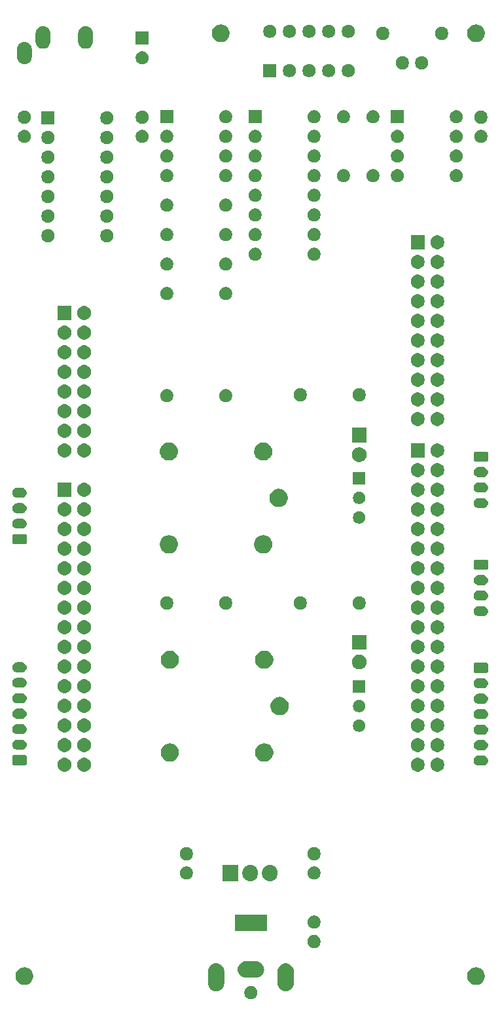
<source format=gbr>
G04 #@! TF.GenerationSoftware,KiCad,Pcbnew,5.1.5+dfsg1-2build2*
G04 #@! TF.CreationDate,2020-08-27T12:41:00+02:00*
G04 #@! TF.ProjectId,camera_board,63616d65-7261-45f6-926f-6172642e6b69,0*
G04 #@! TF.SameCoordinates,Original*
G04 #@! TF.FileFunction,Soldermask,Bot*
G04 #@! TF.FilePolarity,Negative*
%FSLAX46Y46*%
G04 Gerber Fmt 4.6, Leading zero omitted, Abs format (unit mm)*
G04 Created by KiCad (PCBNEW 5.1.5+dfsg1-2build2) date 2020-08-27 12:41:00*
%MOMM*%
%LPD*%
G04 APERTURE LIST*
%ADD10C,0.100000*%
G04 APERTURE END LIST*
D10*
G36*
X64476228Y-178481703D02*
G01*
X64631100Y-178545853D01*
X64770481Y-178638985D01*
X64889015Y-178757519D01*
X64982147Y-178896900D01*
X65046297Y-179051772D01*
X65079000Y-179216184D01*
X65079000Y-179383816D01*
X65046297Y-179548228D01*
X64982147Y-179703100D01*
X64889015Y-179842481D01*
X64770481Y-179961015D01*
X64631100Y-180054147D01*
X64476228Y-180118297D01*
X64311816Y-180151000D01*
X64144184Y-180151000D01*
X63979772Y-180118297D01*
X63824900Y-180054147D01*
X63685519Y-179961015D01*
X63566985Y-179842481D01*
X63473853Y-179703100D01*
X63409703Y-179548228D01*
X63377000Y-179383816D01*
X63377000Y-179216184D01*
X63409703Y-179051772D01*
X63473853Y-178896900D01*
X63566985Y-178757519D01*
X63685519Y-178638985D01*
X63824900Y-178545853D01*
X63979772Y-178481703D01*
X64144184Y-178449000D01*
X64311816Y-178449000D01*
X64476228Y-178481703D01*
G37*
G36*
X59934031Y-175514207D02*
G01*
X60062687Y-175553235D01*
X60132148Y-175574306D01*
X60198030Y-175609521D01*
X60314729Y-175671897D01*
X60474765Y-175803235D01*
X60606103Y-175963271D01*
X60606104Y-175963273D01*
X60703694Y-176145851D01*
X60703694Y-176145852D01*
X60703695Y-176145854D01*
X60763793Y-176343968D01*
X60779000Y-176498370D01*
X60779000Y-178101630D01*
X60763793Y-178256032D01*
X60705256Y-178449000D01*
X60703694Y-178454149D01*
X60688966Y-178481703D01*
X60606103Y-178636729D01*
X60474765Y-178796765D01*
X60314729Y-178928103D01*
X60228975Y-178973939D01*
X60132149Y-179025694D01*
X60132146Y-179025695D01*
X59934032Y-179085793D01*
X59728000Y-179106085D01*
X59521969Y-179085793D01*
X59323855Y-179025695D01*
X59323852Y-179025694D01*
X59227026Y-178973939D01*
X59141272Y-178928103D01*
X58981236Y-178796765D01*
X58849898Y-178636729D01*
X58801324Y-178545853D01*
X58752305Y-178454146D01*
X58692207Y-178256033D01*
X58677000Y-178101631D01*
X58677000Y-176498370D01*
X58692207Y-176343971D01*
X58692207Y-176343969D01*
X58752305Y-176145855D01*
X58752306Y-176145852D01*
X58799140Y-176058232D01*
X58849897Y-175963271D01*
X58981235Y-175803235D01*
X59141271Y-175671897D01*
X59227025Y-175626061D01*
X59323851Y-175574306D01*
X59393312Y-175553235D01*
X59521968Y-175514207D01*
X59728000Y-175493915D01*
X59934031Y-175514207D01*
G37*
G36*
X68934031Y-175514207D02*
G01*
X69062687Y-175553235D01*
X69132148Y-175574306D01*
X69198030Y-175609521D01*
X69314729Y-175671897D01*
X69474765Y-175803235D01*
X69606103Y-175963271D01*
X69606104Y-175963273D01*
X69703694Y-176145851D01*
X69703694Y-176145852D01*
X69703695Y-176145854D01*
X69763793Y-176343968D01*
X69779000Y-176498370D01*
X69779000Y-178101630D01*
X69763793Y-178256032D01*
X69705256Y-178449000D01*
X69703694Y-178454149D01*
X69688966Y-178481703D01*
X69606103Y-178636729D01*
X69474765Y-178796765D01*
X69314729Y-178928103D01*
X69228975Y-178973939D01*
X69132149Y-179025694D01*
X69132146Y-179025695D01*
X68934032Y-179085793D01*
X68728000Y-179106085D01*
X68521969Y-179085793D01*
X68323855Y-179025695D01*
X68323852Y-179025694D01*
X68227026Y-178973939D01*
X68141272Y-178928103D01*
X67981236Y-178796765D01*
X67849898Y-178636729D01*
X67801324Y-178545853D01*
X67752305Y-178454146D01*
X67692207Y-178256033D01*
X67677000Y-178101631D01*
X67677000Y-176498370D01*
X67692207Y-176343971D01*
X67692207Y-176343969D01*
X67752305Y-176145855D01*
X67752306Y-176145852D01*
X67799140Y-176058232D01*
X67849897Y-175963271D01*
X67981235Y-175803235D01*
X68141271Y-175671897D01*
X68227025Y-175626061D01*
X68323851Y-175574306D01*
X68393312Y-175553235D01*
X68521968Y-175514207D01*
X68728000Y-175493915D01*
X68934031Y-175514207D01*
G37*
G36*
X93569549Y-176036116D02*
G01*
X93680734Y-176058232D01*
X93890203Y-176144997D01*
X94078720Y-176270960D01*
X94239040Y-176431280D01*
X94365003Y-176619797D01*
X94451768Y-176829266D01*
X94496000Y-177051636D01*
X94496000Y-177278364D01*
X94451768Y-177500734D01*
X94365003Y-177710203D01*
X94239040Y-177898720D01*
X94078720Y-178059040D01*
X93890203Y-178185003D01*
X93680734Y-178271768D01*
X93569549Y-178293884D01*
X93458365Y-178316000D01*
X93231635Y-178316000D01*
X93120451Y-178293884D01*
X93009266Y-178271768D01*
X92799797Y-178185003D01*
X92611280Y-178059040D01*
X92450960Y-177898720D01*
X92324997Y-177710203D01*
X92238232Y-177500734D01*
X92194000Y-177278364D01*
X92194000Y-177051636D01*
X92238232Y-176829266D01*
X92324997Y-176619797D01*
X92450960Y-176431280D01*
X92611280Y-176270960D01*
X92799797Y-176144997D01*
X93009266Y-176058232D01*
X93120451Y-176036116D01*
X93231635Y-176014000D01*
X93458365Y-176014000D01*
X93569549Y-176036116D01*
G37*
G36*
X35149549Y-176036116D02*
G01*
X35260734Y-176058232D01*
X35470203Y-176144997D01*
X35658720Y-176270960D01*
X35819040Y-176431280D01*
X35945003Y-176619797D01*
X36031768Y-176829266D01*
X36076000Y-177051636D01*
X36076000Y-177278364D01*
X36031768Y-177500734D01*
X35945003Y-177710203D01*
X35819040Y-177898720D01*
X35658720Y-178059040D01*
X35470203Y-178185003D01*
X35260734Y-178271768D01*
X35149549Y-178293884D01*
X35038365Y-178316000D01*
X34811635Y-178316000D01*
X34700451Y-178293884D01*
X34589266Y-178271768D01*
X34379797Y-178185003D01*
X34191280Y-178059040D01*
X34030960Y-177898720D01*
X33904997Y-177710203D01*
X33818232Y-177500734D01*
X33774000Y-177278364D01*
X33774000Y-177051636D01*
X33818232Y-176829266D01*
X33904997Y-176619797D01*
X34030960Y-176431280D01*
X34191280Y-176270960D01*
X34379797Y-176144997D01*
X34589266Y-176058232D01*
X34700451Y-176036116D01*
X34811635Y-176014000D01*
X35038365Y-176014000D01*
X35149549Y-176036116D01*
G37*
G36*
X64981097Y-175254069D02*
G01*
X65084032Y-175264207D01*
X65282146Y-175324305D01*
X65282149Y-175324306D01*
X65378975Y-175376061D01*
X65464729Y-175421897D01*
X65624765Y-175553235D01*
X65756103Y-175713271D01*
X65801939Y-175799025D01*
X65853694Y-175895851D01*
X65853695Y-175895854D01*
X65913793Y-176093968D01*
X65934085Y-176300000D01*
X65913793Y-176506032D01*
X65853695Y-176704146D01*
X65853694Y-176704149D01*
X65801939Y-176800975D01*
X65756103Y-176886729D01*
X65624765Y-177046765D01*
X65464729Y-177178103D01*
X65378975Y-177223939D01*
X65282149Y-177275694D01*
X65282146Y-177275695D01*
X65084032Y-177335793D01*
X64981097Y-177345931D01*
X64929631Y-177351000D01*
X63526369Y-177351000D01*
X63474903Y-177345931D01*
X63371968Y-177335793D01*
X63173854Y-177275695D01*
X63173851Y-177275694D01*
X63077025Y-177223939D01*
X62991271Y-177178103D01*
X62831235Y-177046765D01*
X62699897Y-176886729D01*
X62654061Y-176800975D01*
X62602306Y-176704149D01*
X62602305Y-176704146D01*
X62542207Y-176506032D01*
X62521915Y-176300000D01*
X62542207Y-176093968D01*
X62602305Y-175895854D01*
X62602306Y-175895851D01*
X62654061Y-175799025D01*
X62699897Y-175713271D01*
X62831235Y-175553235D01*
X62991271Y-175421897D01*
X63077025Y-175376061D01*
X63173851Y-175324306D01*
X63173854Y-175324305D01*
X63371968Y-175264207D01*
X63474903Y-175254069D01*
X63526369Y-175249000D01*
X64929631Y-175249000D01*
X64981097Y-175254069D01*
G37*
G36*
X72638228Y-171861703D02*
G01*
X72793100Y-171925853D01*
X72932481Y-172018985D01*
X73051015Y-172137519D01*
X73144147Y-172276900D01*
X73208297Y-172431772D01*
X73241000Y-172596184D01*
X73241000Y-172763816D01*
X73208297Y-172928228D01*
X73144147Y-173083100D01*
X73051015Y-173222481D01*
X72932481Y-173341015D01*
X72793100Y-173434147D01*
X72638228Y-173498297D01*
X72473816Y-173531000D01*
X72306184Y-173531000D01*
X72141772Y-173498297D01*
X71986900Y-173434147D01*
X71847519Y-173341015D01*
X71728985Y-173222481D01*
X71635853Y-173083100D01*
X71571703Y-172928228D01*
X71539000Y-172763816D01*
X71539000Y-172596184D01*
X71571703Y-172431772D01*
X71635853Y-172276900D01*
X71728985Y-172137519D01*
X71847519Y-172018985D01*
X71986900Y-171925853D01*
X72141772Y-171861703D01*
X72306184Y-171829000D01*
X72473816Y-171829000D01*
X72638228Y-171861703D01*
G37*
G36*
X66279000Y-171351000D02*
G01*
X62177000Y-171351000D01*
X62177000Y-169249000D01*
X66279000Y-169249000D01*
X66279000Y-171351000D01*
G37*
G36*
X72638228Y-169361703D02*
G01*
X72793100Y-169425853D01*
X72932481Y-169518985D01*
X73051015Y-169637519D01*
X73144147Y-169776900D01*
X73208297Y-169931772D01*
X73241000Y-170096184D01*
X73241000Y-170263816D01*
X73208297Y-170428228D01*
X73144147Y-170583100D01*
X73051015Y-170722481D01*
X72932481Y-170841015D01*
X72793100Y-170934147D01*
X72638228Y-170998297D01*
X72473816Y-171031000D01*
X72306184Y-171031000D01*
X72141772Y-170998297D01*
X71986900Y-170934147D01*
X71847519Y-170841015D01*
X71728985Y-170722481D01*
X71635853Y-170583100D01*
X71571703Y-170428228D01*
X71539000Y-170263816D01*
X71539000Y-170096184D01*
X71571703Y-169931772D01*
X71635853Y-169776900D01*
X71728985Y-169637519D01*
X71847519Y-169518985D01*
X71986900Y-169425853D01*
X72141772Y-169361703D01*
X72306184Y-169329000D01*
X72473816Y-169329000D01*
X72638228Y-169361703D01*
G37*
G36*
X66871719Y-162793520D02*
G01*
X67060880Y-162850901D01*
X67060883Y-162850902D01*
X67153333Y-162900318D01*
X67235212Y-162944083D01*
X67388015Y-163069485D01*
X67513417Y-163222288D01*
X67606599Y-163396619D01*
X67663980Y-163585780D01*
X67678500Y-163733206D01*
X67678500Y-163926793D01*
X67663980Y-164074219D01*
X67615785Y-164233097D01*
X67606598Y-164263383D01*
X67557182Y-164355833D01*
X67513417Y-164437712D01*
X67388015Y-164590515D01*
X67235212Y-164715917D01*
X67060881Y-164809099D01*
X66871720Y-164866480D01*
X66675000Y-164885855D01*
X66478281Y-164866480D01*
X66289120Y-164809099D01*
X66114788Y-164715917D01*
X65961985Y-164590515D01*
X65836583Y-164437712D01*
X65743401Y-164263381D01*
X65686020Y-164074220D01*
X65671500Y-163926794D01*
X65671500Y-163733207D01*
X65686020Y-163585781D01*
X65743401Y-163396620D01*
X65743402Y-163396617D01*
X65801716Y-163287520D01*
X65836583Y-163222288D01*
X65961985Y-163069485D01*
X66114788Y-162944083D01*
X66289119Y-162850901D01*
X66478280Y-162793520D01*
X66675000Y-162774145D01*
X66871719Y-162793520D01*
G37*
G36*
X64331719Y-162793520D02*
G01*
X64520880Y-162850901D01*
X64520883Y-162850902D01*
X64613333Y-162900318D01*
X64695212Y-162944083D01*
X64848015Y-163069485D01*
X64973417Y-163222288D01*
X65066599Y-163396619D01*
X65123980Y-163585780D01*
X65138500Y-163733206D01*
X65138500Y-163926793D01*
X65123980Y-164074219D01*
X65075785Y-164233097D01*
X65066598Y-164263383D01*
X65017182Y-164355833D01*
X64973417Y-164437712D01*
X64848015Y-164590515D01*
X64695212Y-164715917D01*
X64520881Y-164809099D01*
X64331720Y-164866480D01*
X64135000Y-164885855D01*
X63938281Y-164866480D01*
X63749120Y-164809099D01*
X63574788Y-164715917D01*
X63421985Y-164590515D01*
X63296583Y-164437712D01*
X63203401Y-164263381D01*
X63146020Y-164074220D01*
X63131500Y-163926794D01*
X63131500Y-163733207D01*
X63146020Y-163585781D01*
X63203401Y-163396620D01*
X63203402Y-163396617D01*
X63261716Y-163287520D01*
X63296583Y-163222288D01*
X63421985Y-163069485D01*
X63574788Y-162944083D01*
X63749119Y-162850901D01*
X63938280Y-162793520D01*
X64135000Y-162774145D01*
X64331719Y-162793520D01*
G37*
G36*
X62598500Y-164881000D02*
G01*
X60591500Y-164881000D01*
X60591500Y-162779000D01*
X62598500Y-162779000D01*
X62598500Y-164881000D01*
G37*
G36*
X72638228Y-163011703D02*
G01*
X72793100Y-163075853D01*
X72932481Y-163168985D01*
X73051015Y-163287519D01*
X73144147Y-163426900D01*
X73208297Y-163581772D01*
X73241000Y-163746184D01*
X73241000Y-163913816D01*
X73208297Y-164078228D01*
X73144147Y-164233100D01*
X73051015Y-164372481D01*
X72932481Y-164491015D01*
X72793100Y-164584147D01*
X72638228Y-164648297D01*
X72473816Y-164681000D01*
X72306184Y-164681000D01*
X72141772Y-164648297D01*
X71986900Y-164584147D01*
X71847519Y-164491015D01*
X71728985Y-164372481D01*
X71635853Y-164233100D01*
X71571703Y-164078228D01*
X71539000Y-163913816D01*
X71539000Y-163746184D01*
X71571703Y-163581772D01*
X71635853Y-163426900D01*
X71728985Y-163287519D01*
X71847519Y-163168985D01*
X71986900Y-163075853D01*
X72141772Y-163011703D01*
X72306184Y-162979000D01*
X72473816Y-162979000D01*
X72638228Y-163011703D01*
G37*
G36*
X56128228Y-163011703D02*
G01*
X56283100Y-163075853D01*
X56422481Y-163168985D01*
X56541015Y-163287519D01*
X56634147Y-163426900D01*
X56698297Y-163581772D01*
X56731000Y-163746184D01*
X56731000Y-163913816D01*
X56698297Y-164078228D01*
X56634147Y-164233100D01*
X56541015Y-164372481D01*
X56422481Y-164491015D01*
X56283100Y-164584147D01*
X56128228Y-164648297D01*
X55963816Y-164681000D01*
X55796184Y-164681000D01*
X55631772Y-164648297D01*
X55476900Y-164584147D01*
X55337519Y-164491015D01*
X55218985Y-164372481D01*
X55125853Y-164233100D01*
X55061703Y-164078228D01*
X55029000Y-163913816D01*
X55029000Y-163746184D01*
X55061703Y-163581772D01*
X55125853Y-163426900D01*
X55218985Y-163287519D01*
X55337519Y-163168985D01*
X55476900Y-163075853D01*
X55631772Y-163011703D01*
X55796184Y-162979000D01*
X55963816Y-162979000D01*
X56128228Y-163011703D01*
G37*
G36*
X56128228Y-160511703D02*
G01*
X56283100Y-160575853D01*
X56422481Y-160668985D01*
X56541015Y-160787519D01*
X56634147Y-160926900D01*
X56698297Y-161081772D01*
X56731000Y-161246184D01*
X56731000Y-161413816D01*
X56698297Y-161578228D01*
X56634147Y-161733100D01*
X56541015Y-161872481D01*
X56422481Y-161991015D01*
X56283100Y-162084147D01*
X56128228Y-162148297D01*
X55963816Y-162181000D01*
X55796184Y-162181000D01*
X55631772Y-162148297D01*
X55476900Y-162084147D01*
X55337519Y-161991015D01*
X55218985Y-161872481D01*
X55125853Y-161733100D01*
X55061703Y-161578228D01*
X55029000Y-161413816D01*
X55029000Y-161246184D01*
X55061703Y-161081772D01*
X55125853Y-160926900D01*
X55218985Y-160787519D01*
X55337519Y-160668985D01*
X55476900Y-160575853D01*
X55631772Y-160511703D01*
X55796184Y-160479000D01*
X55963816Y-160479000D01*
X56128228Y-160511703D01*
G37*
G36*
X72638228Y-160511703D02*
G01*
X72793100Y-160575853D01*
X72932481Y-160668985D01*
X73051015Y-160787519D01*
X73144147Y-160926900D01*
X73208297Y-161081772D01*
X73241000Y-161246184D01*
X73241000Y-161413816D01*
X73208297Y-161578228D01*
X73144147Y-161733100D01*
X73051015Y-161872481D01*
X72932481Y-161991015D01*
X72793100Y-162084147D01*
X72638228Y-162148297D01*
X72473816Y-162181000D01*
X72306184Y-162181000D01*
X72141772Y-162148297D01*
X71986900Y-162084147D01*
X71847519Y-161991015D01*
X71728985Y-161872481D01*
X71635853Y-161733100D01*
X71571703Y-161578228D01*
X71539000Y-161413816D01*
X71539000Y-161246184D01*
X71571703Y-161081772D01*
X71635853Y-160926900D01*
X71728985Y-160787519D01*
X71847519Y-160668985D01*
X71986900Y-160575853D01*
X72141772Y-160511703D01*
X72306184Y-160479000D01*
X72473816Y-160479000D01*
X72638228Y-160511703D01*
G37*
G36*
X85909682Y-148923574D02*
G01*
X86070812Y-148955624D01*
X86234784Y-149023544D01*
X86382354Y-149122147D01*
X86507853Y-149247646D01*
X86606456Y-149395216D01*
X86674376Y-149559188D01*
X86709000Y-149733259D01*
X86709000Y-149910741D01*
X86674376Y-150084812D01*
X86606456Y-150248784D01*
X86507853Y-150396354D01*
X86382354Y-150521853D01*
X86234784Y-150620456D01*
X86070812Y-150688376D01*
X85921512Y-150718073D01*
X85896742Y-150723000D01*
X85719258Y-150723000D01*
X85694488Y-150718073D01*
X85545188Y-150688376D01*
X85381216Y-150620456D01*
X85233646Y-150521853D01*
X85108147Y-150396354D01*
X85009544Y-150248784D01*
X84941624Y-150084812D01*
X84907000Y-149910741D01*
X84907000Y-149733259D01*
X84941624Y-149559188D01*
X85009544Y-149395216D01*
X85108147Y-149247646D01*
X85233646Y-149122147D01*
X85381216Y-149023544D01*
X85545188Y-148955624D01*
X85706318Y-148923574D01*
X85719258Y-148921000D01*
X85896742Y-148921000D01*
X85909682Y-148923574D01*
G37*
G36*
X42749682Y-148923574D02*
G01*
X42910812Y-148955624D01*
X43074784Y-149023544D01*
X43222354Y-149122147D01*
X43347853Y-149247646D01*
X43446456Y-149395216D01*
X43514376Y-149559188D01*
X43549000Y-149733259D01*
X43549000Y-149910741D01*
X43514376Y-150084812D01*
X43446456Y-150248784D01*
X43347853Y-150396354D01*
X43222354Y-150521853D01*
X43074784Y-150620456D01*
X42910812Y-150688376D01*
X42761512Y-150718073D01*
X42736742Y-150723000D01*
X42559258Y-150723000D01*
X42534488Y-150718073D01*
X42385188Y-150688376D01*
X42221216Y-150620456D01*
X42073646Y-150521853D01*
X41948147Y-150396354D01*
X41849544Y-150248784D01*
X41781624Y-150084812D01*
X41747000Y-149910741D01*
X41747000Y-149733259D01*
X41781624Y-149559188D01*
X41849544Y-149395216D01*
X41948147Y-149247646D01*
X42073646Y-149122147D01*
X42221216Y-149023544D01*
X42385188Y-148955624D01*
X42546318Y-148923574D01*
X42559258Y-148921000D01*
X42736742Y-148921000D01*
X42749682Y-148923574D01*
G37*
G36*
X40209682Y-148923574D02*
G01*
X40370812Y-148955624D01*
X40534784Y-149023544D01*
X40682354Y-149122147D01*
X40807853Y-149247646D01*
X40906456Y-149395216D01*
X40974376Y-149559188D01*
X41009000Y-149733259D01*
X41009000Y-149910741D01*
X40974376Y-150084812D01*
X40906456Y-150248784D01*
X40807853Y-150396354D01*
X40682354Y-150521853D01*
X40534784Y-150620456D01*
X40370812Y-150688376D01*
X40221512Y-150718073D01*
X40196742Y-150723000D01*
X40019258Y-150723000D01*
X39994488Y-150718073D01*
X39845188Y-150688376D01*
X39681216Y-150620456D01*
X39533646Y-150521853D01*
X39408147Y-150396354D01*
X39309544Y-150248784D01*
X39241624Y-150084812D01*
X39207000Y-149910741D01*
X39207000Y-149733259D01*
X39241624Y-149559188D01*
X39309544Y-149395216D01*
X39408147Y-149247646D01*
X39533646Y-149122147D01*
X39681216Y-149023544D01*
X39845188Y-148955624D01*
X40006318Y-148923574D01*
X40019258Y-148921000D01*
X40196742Y-148921000D01*
X40209682Y-148923574D01*
G37*
G36*
X88449682Y-148923574D02*
G01*
X88610812Y-148955624D01*
X88774784Y-149023544D01*
X88922354Y-149122147D01*
X89047853Y-149247646D01*
X89146456Y-149395216D01*
X89214376Y-149559188D01*
X89249000Y-149733259D01*
X89249000Y-149910741D01*
X89214376Y-150084812D01*
X89146456Y-150248784D01*
X89047853Y-150396354D01*
X88922354Y-150521853D01*
X88774784Y-150620456D01*
X88610812Y-150688376D01*
X88461512Y-150718073D01*
X88436742Y-150723000D01*
X88259258Y-150723000D01*
X88234488Y-150718073D01*
X88085188Y-150688376D01*
X87921216Y-150620456D01*
X87773646Y-150521853D01*
X87648147Y-150396354D01*
X87549544Y-150248784D01*
X87481624Y-150084812D01*
X87447000Y-149910741D01*
X87447000Y-149733259D01*
X87481624Y-149559188D01*
X87549544Y-149395216D01*
X87648147Y-149247646D01*
X87773646Y-149122147D01*
X87921216Y-149023544D01*
X88085188Y-148955624D01*
X88246318Y-148923574D01*
X88259258Y-148921000D01*
X88436742Y-148921000D01*
X88449682Y-148923574D01*
G37*
G36*
X94318855Y-148639140D02*
G01*
X94382618Y-148645420D01*
X94473404Y-148672960D01*
X94505336Y-148682646D01*
X94618425Y-148743094D01*
X94717554Y-148824446D01*
X94798906Y-148923575D01*
X94859354Y-149036664D01*
X94859355Y-149036668D01*
X94896580Y-149159382D01*
X94909149Y-149287000D01*
X94896580Y-149414618D01*
X94869040Y-149505404D01*
X94859354Y-149537336D01*
X94798906Y-149650425D01*
X94717554Y-149749554D01*
X94618425Y-149830906D01*
X94505336Y-149891354D01*
X94473404Y-149901040D01*
X94382618Y-149928580D01*
X94318855Y-149934860D01*
X94286974Y-149938000D01*
X93673026Y-149938000D01*
X93641145Y-149934860D01*
X93577382Y-149928580D01*
X93486596Y-149901040D01*
X93454664Y-149891354D01*
X93341575Y-149830906D01*
X93242446Y-149749554D01*
X93161094Y-149650425D01*
X93100646Y-149537336D01*
X93090960Y-149505404D01*
X93063420Y-149414618D01*
X93050851Y-149287000D01*
X93063420Y-149159382D01*
X93100645Y-149036668D01*
X93100646Y-149036664D01*
X93161094Y-148923575D01*
X93242446Y-148824446D01*
X93341575Y-148743094D01*
X93454664Y-148682646D01*
X93486596Y-148672960D01*
X93577382Y-148645420D01*
X93641145Y-148639140D01*
X93673026Y-148636000D01*
X94286974Y-148636000D01*
X94318855Y-148639140D01*
G37*
G36*
X35056242Y-148578404D02*
G01*
X35093337Y-148589657D01*
X35127515Y-148607925D01*
X35157481Y-148632519D01*
X35182075Y-148662485D01*
X35200343Y-148696663D01*
X35211596Y-148733758D01*
X35216000Y-148778474D01*
X35216000Y-149671526D01*
X35211596Y-149716242D01*
X35200343Y-149753337D01*
X35182075Y-149787515D01*
X35157481Y-149817481D01*
X35127515Y-149842075D01*
X35093337Y-149860343D01*
X35056242Y-149871596D01*
X35011526Y-149876000D01*
X33568474Y-149876000D01*
X33523758Y-149871596D01*
X33486663Y-149860343D01*
X33452485Y-149842075D01*
X33422519Y-149817481D01*
X33397925Y-149787515D01*
X33379657Y-149753337D01*
X33368404Y-149716242D01*
X33364000Y-149671526D01*
X33364000Y-148778474D01*
X33368404Y-148733758D01*
X33379657Y-148696663D01*
X33397925Y-148662485D01*
X33422519Y-148632519D01*
X33452485Y-148607925D01*
X33486663Y-148589657D01*
X33523758Y-148578404D01*
X33568474Y-148574000D01*
X35011526Y-148574000D01*
X35056242Y-148578404D01*
G37*
G36*
X66136560Y-147079064D02*
G01*
X66288027Y-147109193D01*
X66502045Y-147197842D01*
X66566249Y-147240742D01*
X66694654Y-147326539D01*
X66858461Y-147490346D01*
X66923995Y-147588425D01*
X66987158Y-147682955D01*
X67075807Y-147896973D01*
X67121000Y-148124174D01*
X67121000Y-148355826D01*
X67075807Y-148583027D01*
X66987158Y-148797045D01*
X66954949Y-148845249D01*
X66858461Y-148989654D01*
X66694654Y-149153461D01*
X66566249Y-149239258D01*
X66502045Y-149282158D01*
X66288027Y-149370807D01*
X66165314Y-149395216D01*
X66060827Y-149416000D01*
X65829173Y-149416000D01*
X65724686Y-149395216D01*
X65601973Y-149370807D01*
X65387955Y-149282158D01*
X65323751Y-149239258D01*
X65195346Y-149153461D01*
X65031539Y-148989654D01*
X64935051Y-148845249D01*
X64902842Y-148797045D01*
X64814193Y-148583027D01*
X64769000Y-148355826D01*
X64769000Y-148124174D01*
X64814193Y-147896973D01*
X64902842Y-147682955D01*
X64966005Y-147588425D01*
X65031539Y-147490346D01*
X65195346Y-147326539D01*
X65323751Y-147240742D01*
X65387955Y-147197842D01*
X65601973Y-147109193D01*
X65753440Y-147079064D01*
X65829173Y-147064000D01*
X66060827Y-147064000D01*
X66136560Y-147079064D01*
G37*
G36*
X53936560Y-147079064D02*
G01*
X54088027Y-147109193D01*
X54302045Y-147197842D01*
X54366249Y-147240742D01*
X54494654Y-147326539D01*
X54658461Y-147490346D01*
X54723995Y-147588425D01*
X54787158Y-147682955D01*
X54875807Y-147896973D01*
X54921000Y-148124174D01*
X54921000Y-148355826D01*
X54875807Y-148583027D01*
X54787158Y-148797045D01*
X54754949Y-148845249D01*
X54658461Y-148989654D01*
X54494654Y-149153461D01*
X54366249Y-149239258D01*
X54302045Y-149282158D01*
X54088027Y-149370807D01*
X53965314Y-149395216D01*
X53860827Y-149416000D01*
X53629173Y-149416000D01*
X53524686Y-149395216D01*
X53401973Y-149370807D01*
X53187955Y-149282158D01*
X53123751Y-149239258D01*
X52995346Y-149153461D01*
X52831539Y-148989654D01*
X52735051Y-148845249D01*
X52702842Y-148797045D01*
X52614193Y-148583027D01*
X52569000Y-148355826D01*
X52569000Y-148124174D01*
X52614193Y-147896973D01*
X52702842Y-147682955D01*
X52766005Y-147588425D01*
X52831539Y-147490346D01*
X52995346Y-147326539D01*
X53123751Y-147240742D01*
X53187955Y-147197842D01*
X53401973Y-147109193D01*
X53553440Y-147079064D01*
X53629173Y-147064000D01*
X53860827Y-147064000D01*
X53936560Y-147079064D01*
G37*
G36*
X42761512Y-146385927D02*
G01*
X42910812Y-146415624D01*
X43074784Y-146483544D01*
X43222354Y-146582147D01*
X43347853Y-146707646D01*
X43446456Y-146855216D01*
X43514376Y-147019188D01*
X43549000Y-147193259D01*
X43549000Y-147370741D01*
X43514376Y-147544812D01*
X43446456Y-147708784D01*
X43347853Y-147856354D01*
X43222354Y-147981853D01*
X43074784Y-148080456D01*
X42910812Y-148148376D01*
X42761512Y-148178073D01*
X42736742Y-148183000D01*
X42559258Y-148183000D01*
X42534488Y-148178073D01*
X42385188Y-148148376D01*
X42221216Y-148080456D01*
X42073646Y-147981853D01*
X41948147Y-147856354D01*
X41849544Y-147708784D01*
X41781624Y-147544812D01*
X41747000Y-147370741D01*
X41747000Y-147193259D01*
X41781624Y-147019188D01*
X41849544Y-146855216D01*
X41948147Y-146707646D01*
X42073646Y-146582147D01*
X42221216Y-146483544D01*
X42385188Y-146415624D01*
X42534488Y-146385927D01*
X42559258Y-146381000D01*
X42736742Y-146381000D01*
X42761512Y-146385927D01*
G37*
G36*
X88461512Y-146385927D02*
G01*
X88610812Y-146415624D01*
X88774784Y-146483544D01*
X88922354Y-146582147D01*
X89047853Y-146707646D01*
X89146456Y-146855216D01*
X89214376Y-147019188D01*
X89249000Y-147193259D01*
X89249000Y-147370741D01*
X89214376Y-147544812D01*
X89146456Y-147708784D01*
X89047853Y-147856354D01*
X88922354Y-147981853D01*
X88774784Y-148080456D01*
X88610812Y-148148376D01*
X88461512Y-148178073D01*
X88436742Y-148183000D01*
X88259258Y-148183000D01*
X88234488Y-148178073D01*
X88085188Y-148148376D01*
X87921216Y-148080456D01*
X87773646Y-147981853D01*
X87648147Y-147856354D01*
X87549544Y-147708784D01*
X87481624Y-147544812D01*
X87447000Y-147370741D01*
X87447000Y-147193259D01*
X87481624Y-147019188D01*
X87549544Y-146855216D01*
X87648147Y-146707646D01*
X87773646Y-146582147D01*
X87921216Y-146483544D01*
X88085188Y-146415624D01*
X88234488Y-146385927D01*
X88259258Y-146381000D01*
X88436742Y-146381000D01*
X88461512Y-146385927D01*
G37*
G36*
X85921512Y-146385927D02*
G01*
X86070812Y-146415624D01*
X86234784Y-146483544D01*
X86382354Y-146582147D01*
X86507853Y-146707646D01*
X86606456Y-146855216D01*
X86674376Y-147019188D01*
X86709000Y-147193259D01*
X86709000Y-147370741D01*
X86674376Y-147544812D01*
X86606456Y-147708784D01*
X86507853Y-147856354D01*
X86382354Y-147981853D01*
X86234784Y-148080456D01*
X86070812Y-148148376D01*
X85921512Y-148178073D01*
X85896742Y-148183000D01*
X85719258Y-148183000D01*
X85694488Y-148178073D01*
X85545188Y-148148376D01*
X85381216Y-148080456D01*
X85233646Y-147981853D01*
X85108147Y-147856354D01*
X85009544Y-147708784D01*
X84941624Y-147544812D01*
X84907000Y-147370741D01*
X84907000Y-147193259D01*
X84941624Y-147019188D01*
X85009544Y-146855216D01*
X85108147Y-146707646D01*
X85233646Y-146582147D01*
X85381216Y-146483544D01*
X85545188Y-146415624D01*
X85694488Y-146385927D01*
X85719258Y-146381000D01*
X85896742Y-146381000D01*
X85921512Y-146385927D01*
G37*
G36*
X40221512Y-146385927D02*
G01*
X40370812Y-146415624D01*
X40534784Y-146483544D01*
X40682354Y-146582147D01*
X40807853Y-146707646D01*
X40906456Y-146855216D01*
X40974376Y-147019188D01*
X41009000Y-147193259D01*
X41009000Y-147370741D01*
X40974376Y-147544812D01*
X40906456Y-147708784D01*
X40807853Y-147856354D01*
X40682354Y-147981853D01*
X40534784Y-148080456D01*
X40370812Y-148148376D01*
X40221512Y-148178073D01*
X40196742Y-148183000D01*
X40019258Y-148183000D01*
X39994488Y-148178073D01*
X39845188Y-148148376D01*
X39681216Y-148080456D01*
X39533646Y-147981853D01*
X39408147Y-147856354D01*
X39309544Y-147708784D01*
X39241624Y-147544812D01*
X39207000Y-147370741D01*
X39207000Y-147193259D01*
X39241624Y-147019188D01*
X39309544Y-146855216D01*
X39408147Y-146707646D01*
X39533646Y-146582147D01*
X39681216Y-146483544D01*
X39845188Y-146415624D01*
X39994488Y-146385927D01*
X40019258Y-146381000D01*
X40196742Y-146381000D01*
X40221512Y-146385927D01*
G37*
G36*
X94318855Y-146639140D02*
G01*
X94382618Y-146645420D01*
X94473404Y-146672960D01*
X94505336Y-146682646D01*
X94618425Y-146743094D01*
X94717554Y-146824446D01*
X94798906Y-146923575D01*
X94859354Y-147036664D01*
X94859355Y-147036668D01*
X94896580Y-147159382D01*
X94909149Y-147287000D01*
X94896580Y-147414618D01*
X94878161Y-147475336D01*
X94859354Y-147537336D01*
X94798906Y-147650425D01*
X94717554Y-147749554D01*
X94618425Y-147830906D01*
X94505336Y-147891354D01*
X94473404Y-147901040D01*
X94382618Y-147928580D01*
X94318855Y-147934860D01*
X94286974Y-147938000D01*
X93673026Y-147938000D01*
X93641145Y-147934860D01*
X93577382Y-147928580D01*
X93486596Y-147901040D01*
X93454664Y-147891354D01*
X93341575Y-147830906D01*
X93242446Y-147749554D01*
X93161094Y-147650425D01*
X93100646Y-147537336D01*
X93081839Y-147475336D01*
X93063420Y-147414618D01*
X93050851Y-147287000D01*
X93063420Y-147159382D01*
X93100645Y-147036668D01*
X93100646Y-147036664D01*
X93161094Y-146923575D01*
X93242446Y-146824446D01*
X93341575Y-146743094D01*
X93454664Y-146682646D01*
X93486596Y-146672960D01*
X93577382Y-146645420D01*
X93641145Y-146639140D01*
X93673026Y-146636000D01*
X94286974Y-146636000D01*
X94318855Y-146639140D01*
G37*
G36*
X34628855Y-146577140D02*
G01*
X34692618Y-146583420D01*
X34783404Y-146610960D01*
X34815336Y-146620646D01*
X34928425Y-146681094D01*
X35027554Y-146762446D01*
X35108906Y-146861575D01*
X35169354Y-146974664D01*
X35169355Y-146974668D01*
X35206580Y-147097382D01*
X35219149Y-147225000D01*
X35206580Y-147352618D01*
X35201082Y-147370741D01*
X35169354Y-147475336D01*
X35108906Y-147588425D01*
X35027554Y-147687554D01*
X34928425Y-147768906D01*
X34815336Y-147829354D01*
X34783404Y-147839040D01*
X34692618Y-147866580D01*
X34628855Y-147872860D01*
X34596974Y-147876000D01*
X33983026Y-147876000D01*
X33951145Y-147872860D01*
X33887382Y-147866580D01*
X33796596Y-147839040D01*
X33764664Y-147829354D01*
X33651575Y-147768906D01*
X33552446Y-147687554D01*
X33471094Y-147588425D01*
X33410646Y-147475336D01*
X33378918Y-147370741D01*
X33373420Y-147352618D01*
X33360851Y-147225000D01*
X33373420Y-147097382D01*
X33410645Y-146974668D01*
X33410646Y-146974664D01*
X33471094Y-146861575D01*
X33552446Y-146762446D01*
X33651575Y-146681094D01*
X33764664Y-146620646D01*
X33796596Y-146610960D01*
X33887382Y-146583420D01*
X33951145Y-146577140D01*
X33983026Y-146574000D01*
X34596974Y-146574000D01*
X34628855Y-146577140D01*
G37*
G36*
X94318855Y-144639140D02*
G01*
X94382618Y-144645420D01*
X94473404Y-144672960D01*
X94505336Y-144682646D01*
X94618425Y-144743094D01*
X94717554Y-144824446D01*
X94798906Y-144923575D01*
X94859354Y-145036664D01*
X94859355Y-145036668D01*
X94896580Y-145159382D01*
X94909149Y-145287000D01*
X94896580Y-145414618D01*
X94878161Y-145475336D01*
X94859354Y-145537336D01*
X94798906Y-145650425D01*
X94717554Y-145749554D01*
X94618425Y-145830906D01*
X94505336Y-145891354D01*
X94473404Y-145901040D01*
X94382618Y-145928580D01*
X94318855Y-145934860D01*
X94286974Y-145938000D01*
X93673026Y-145938000D01*
X93641145Y-145934860D01*
X93577382Y-145928580D01*
X93486596Y-145901040D01*
X93454664Y-145891354D01*
X93341575Y-145830906D01*
X93242446Y-145749554D01*
X93161094Y-145650425D01*
X93100646Y-145537336D01*
X93081839Y-145475336D01*
X93063420Y-145414618D01*
X93050851Y-145287000D01*
X93063420Y-145159382D01*
X93100645Y-145036668D01*
X93100646Y-145036664D01*
X93161094Y-144923575D01*
X93242446Y-144824446D01*
X93341575Y-144743094D01*
X93454664Y-144682646D01*
X93486596Y-144672960D01*
X93577382Y-144645420D01*
X93641145Y-144639140D01*
X93673026Y-144636000D01*
X94286974Y-144636000D01*
X94318855Y-144639140D01*
G37*
G36*
X34628855Y-144577140D02*
G01*
X34692618Y-144583420D01*
X34783404Y-144610960D01*
X34815336Y-144620646D01*
X34928425Y-144681094D01*
X35027554Y-144762446D01*
X35108906Y-144861575D01*
X35169354Y-144974664D01*
X35169355Y-144974668D01*
X35206580Y-145097382D01*
X35219149Y-145225000D01*
X35206580Y-145352618D01*
X35191546Y-145402178D01*
X35169354Y-145475336D01*
X35108906Y-145588425D01*
X35027554Y-145687554D01*
X34928425Y-145768906D01*
X34815336Y-145829354D01*
X34783404Y-145839040D01*
X34692618Y-145866580D01*
X34628855Y-145872860D01*
X34596974Y-145876000D01*
X33983026Y-145876000D01*
X33951145Y-145872860D01*
X33887382Y-145866580D01*
X33796596Y-145839040D01*
X33764664Y-145829354D01*
X33651575Y-145768906D01*
X33552446Y-145687554D01*
X33471094Y-145588425D01*
X33410646Y-145475336D01*
X33388454Y-145402178D01*
X33373420Y-145352618D01*
X33360851Y-145225000D01*
X33373420Y-145097382D01*
X33410645Y-144974668D01*
X33410646Y-144974664D01*
X33471094Y-144861575D01*
X33552446Y-144762446D01*
X33651575Y-144681094D01*
X33764664Y-144620646D01*
X33796596Y-144610960D01*
X33887382Y-144583420D01*
X33951145Y-144577140D01*
X33983026Y-144574000D01*
X34596974Y-144574000D01*
X34628855Y-144577140D01*
G37*
G36*
X85921512Y-143845927D02*
G01*
X86070812Y-143875624D01*
X86234784Y-143943544D01*
X86382354Y-144042147D01*
X86507853Y-144167646D01*
X86606456Y-144315216D01*
X86674376Y-144479188D01*
X86709000Y-144653259D01*
X86709000Y-144830741D01*
X86674376Y-145004812D01*
X86606456Y-145168784D01*
X86507853Y-145316354D01*
X86382354Y-145441853D01*
X86234784Y-145540456D01*
X86070812Y-145608376D01*
X85921512Y-145638073D01*
X85896742Y-145643000D01*
X85719258Y-145643000D01*
X85694488Y-145638073D01*
X85545188Y-145608376D01*
X85381216Y-145540456D01*
X85233646Y-145441853D01*
X85108147Y-145316354D01*
X85009544Y-145168784D01*
X84941624Y-145004812D01*
X84907000Y-144830741D01*
X84907000Y-144653259D01*
X84941624Y-144479188D01*
X85009544Y-144315216D01*
X85108147Y-144167646D01*
X85233646Y-144042147D01*
X85381216Y-143943544D01*
X85545188Y-143875624D01*
X85694488Y-143845927D01*
X85719258Y-143841000D01*
X85896742Y-143841000D01*
X85921512Y-143845927D01*
G37*
G36*
X88461512Y-143845927D02*
G01*
X88610812Y-143875624D01*
X88774784Y-143943544D01*
X88922354Y-144042147D01*
X89047853Y-144167646D01*
X89146456Y-144315216D01*
X89214376Y-144479188D01*
X89249000Y-144653259D01*
X89249000Y-144830741D01*
X89214376Y-145004812D01*
X89146456Y-145168784D01*
X89047853Y-145316354D01*
X88922354Y-145441853D01*
X88774784Y-145540456D01*
X88610812Y-145608376D01*
X88461512Y-145638073D01*
X88436742Y-145643000D01*
X88259258Y-145643000D01*
X88234488Y-145638073D01*
X88085188Y-145608376D01*
X87921216Y-145540456D01*
X87773646Y-145441853D01*
X87648147Y-145316354D01*
X87549544Y-145168784D01*
X87481624Y-145004812D01*
X87447000Y-144830741D01*
X87447000Y-144653259D01*
X87481624Y-144479188D01*
X87549544Y-144315216D01*
X87648147Y-144167646D01*
X87773646Y-144042147D01*
X87921216Y-143943544D01*
X88085188Y-143875624D01*
X88234488Y-143845927D01*
X88259258Y-143841000D01*
X88436742Y-143841000D01*
X88461512Y-143845927D01*
G37*
G36*
X40221512Y-143845927D02*
G01*
X40370812Y-143875624D01*
X40534784Y-143943544D01*
X40682354Y-144042147D01*
X40807853Y-144167646D01*
X40906456Y-144315216D01*
X40974376Y-144479188D01*
X41009000Y-144653259D01*
X41009000Y-144830741D01*
X40974376Y-145004812D01*
X40906456Y-145168784D01*
X40807853Y-145316354D01*
X40682354Y-145441853D01*
X40534784Y-145540456D01*
X40370812Y-145608376D01*
X40221512Y-145638073D01*
X40196742Y-145643000D01*
X40019258Y-145643000D01*
X39994488Y-145638073D01*
X39845188Y-145608376D01*
X39681216Y-145540456D01*
X39533646Y-145441853D01*
X39408147Y-145316354D01*
X39309544Y-145168784D01*
X39241624Y-145004812D01*
X39207000Y-144830741D01*
X39207000Y-144653259D01*
X39241624Y-144479188D01*
X39309544Y-144315216D01*
X39408147Y-144167646D01*
X39533646Y-144042147D01*
X39681216Y-143943544D01*
X39845188Y-143875624D01*
X39994488Y-143845927D01*
X40019258Y-143841000D01*
X40196742Y-143841000D01*
X40221512Y-143845927D01*
G37*
G36*
X42761512Y-143845927D02*
G01*
X42910812Y-143875624D01*
X43074784Y-143943544D01*
X43222354Y-144042147D01*
X43347853Y-144167646D01*
X43446456Y-144315216D01*
X43514376Y-144479188D01*
X43549000Y-144653259D01*
X43549000Y-144830741D01*
X43514376Y-145004812D01*
X43446456Y-145168784D01*
X43347853Y-145316354D01*
X43222354Y-145441853D01*
X43074784Y-145540456D01*
X42910812Y-145608376D01*
X42761512Y-145638073D01*
X42736742Y-145643000D01*
X42559258Y-145643000D01*
X42534488Y-145638073D01*
X42385188Y-145608376D01*
X42221216Y-145540456D01*
X42073646Y-145441853D01*
X41948147Y-145316354D01*
X41849544Y-145168784D01*
X41781624Y-145004812D01*
X41747000Y-144830741D01*
X41747000Y-144653259D01*
X41781624Y-144479188D01*
X41849544Y-144315216D01*
X41948147Y-144167646D01*
X42073646Y-144042147D01*
X42221216Y-143943544D01*
X42385188Y-143875624D01*
X42534488Y-143845927D01*
X42559258Y-143841000D01*
X42736742Y-143841000D01*
X42761512Y-143845927D01*
G37*
G36*
X78465642Y-144009781D02*
G01*
X78611414Y-144070162D01*
X78611416Y-144070163D01*
X78742608Y-144157822D01*
X78854178Y-144269392D01*
X78941837Y-144400584D01*
X78941838Y-144400586D01*
X79002219Y-144546358D01*
X79033000Y-144701107D01*
X79033000Y-144858893D01*
X79002219Y-145013642D01*
X78941851Y-145159382D01*
X78941837Y-145159416D01*
X78854178Y-145290608D01*
X78742608Y-145402178D01*
X78611416Y-145489837D01*
X78611415Y-145489838D01*
X78611414Y-145489838D01*
X78465642Y-145550219D01*
X78310893Y-145581000D01*
X78153107Y-145581000D01*
X77998358Y-145550219D01*
X77852586Y-145489838D01*
X77852585Y-145489838D01*
X77852584Y-145489837D01*
X77721392Y-145402178D01*
X77609822Y-145290608D01*
X77522163Y-145159416D01*
X77522149Y-145159382D01*
X77461781Y-145013642D01*
X77431000Y-144858893D01*
X77431000Y-144701107D01*
X77461781Y-144546358D01*
X77522162Y-144400586D01*
X77522163Y-144400584D01*
X77609822Y-144269392D01*
X77721392Y-144157822D01*
X77852584Y-144070163D01*
X77852586Y-144070162D01*
X77998358Y-144009781D01*
X78153107Y-143979000D01*
X78310893Y-143979000D01*
X78465642Y-144009781D01*
G37*
G36*
X94318855Y-142639140D02*
G01*
X94382618Y-142645420D01*
X94473404Y-142672960D01*
X94505336Y-142682646D01*
X94618425Y-142743094D01*
X94717554Y-142824446D01*
X94798906Y-142923575D01*
X94859354Y-143036664D01*
X94859355Y-143036668D01*
X94896580Y-143159382D01*
X94909149Y-143287000D01*
X94896580Y-143414618D01*
X94878161Y-143475336D01*
X94859354Y-143537336D01*
X94798906Y-143650425D01*
X94717554Y-143749554D01*
X94618425Y-143830906D01*
X94505336Y-143891354D01*
X94473404Y-143901040D01*
X94382618Y-143928580D01*
X94318855Y-143934860D01*
X94286974Y-143938000D01*
X93673026Y-143938000D01*
X93641145Y-143934860D01*
X93577382Y-143928580D01*
X93486596Y-143901040D01*
X93454664Y-143891354D01*
X93341575Y-143830906D01*
X93242446Y-143749554D01*
X93161094Y-143650425D01*
X93100646Y-143537336D01*
X93081839Y-143475336D01*
X93063420Y-143414618D01*
X93050851Y-143287000D01*
X93063420Y-143159382D01*
X93100645Y-143036668D01*
X93100646Y-143036664D01*
X93161094Y-142923575D01*
X93242446Y-142824446D01*
X93341575Y-142743094D01*
X93454664Y-142682646D01*
X93486596Y-142672960D01*
X93577382Y-142645420D01*
X93641145Y-142639140D01*
X93673026Y-142636000D01*
X94286974Y-142636000D01*
X94318855Y-142639140D01*
G37*
G36*
X34628855Y-142577140D02*
G01*
X34692618Y-142583420D01*
X34783404Y-142610960D01*
X34815336Y-142620646D01*
X34928425Y-142681094D01*
X35027554Y-142762446D01*
X35108906Y-142861575D01*
X35169354Y-142974664D01*
X35169355Y-142974668D01*
X35206580Y-143097382D01*
X35219149Y-143225000D01*
X35206580Y-143352618D01*
X35201062Y-143370807D01*
X35169354Y-143475336D01*
X35108906Y-143588425D01*
X35027554Y-143687554D01*
X34928425Y-143768906D01*
X34815336Y-143829354D01*
X34783404Y-143839040D01*
X34692618Y-143866580D01*
X34628855Y-143872860D01*
X34596974Y-143876000D01*
X33983026Y-143876000D01*
X33951145Y-143872860D01*
X33887382Y-143866580D01*
X33796596Y-143839040D01*
X33764664Y-143829354D01*
X33651575Y-143768906D01*
X33552446Y-143687554D01*
X33471094Y-143588425D01*
X33410646Y-143475336D01*
X33378938Y-143370807D01*
X33373420Y-143352618D01*
X33360851Y-143225000D01*
X33373420Y-143097382D01*
X33410645Y-142974668D01*
X33410646Y-142974664D01*
X33471094Y-142861575D01*
X33552446Y-142762446D01*
X33651575Y-142681094D01*
X33764664Y-142620646D01*
X33796596Y-142610960D01*
X33887382Y-142583420D01*
X33951145Y-142577140D01*
X33983026Y-142574000D01*
X34596974Y-142574000D01*
X34628855Y-142577140D01*
G37*
G36*
X68136560Y-141079064D02*
G01*
X68288027Y-141109193D01*
X68502045Y-141197842D01*
X68566249Y-141240742D01*
X68694654Y-141326539D01*
X68858461Y-141490346D01*
X68923995Y-141588425D01*
X68987158Y-141682955D01*
X69075807Y-141896973D01*
X69121000Y-142124174D01*
X69121000Y-142355826D01*
X69075807Y-142583027D01*
X68987158Y-142797045D01*
X68944258Y-142861249D01*
X68858461Y-142989654D01*
X68694654Y-143153461D01*
X68587588Y-143225000D01*
X68502045Y-143282158D01*
X68288027Y-143370807D01*
X68136560Y-143400936D01*
X68060827Y-143416000D01*
X67829173Y-143416000D01*
X67753440Y-143400936D01*
X67601973Y-143370807D01*
X67387955Y-143282158D01*
X67302412Y-143225000D01*
X67195346Y-143153461D01*
X67031539Y-142989654D01*
X66945742Y-142861249D01*
X66902842Y-142797045D01*
X66814193Y-142583027D01*
X66769000Y-142355826D01*
X66769000Y-142124174D01*
X66814193Y-141896973D01*
X66902842Y-141682955D01*
X66966005Y-141588425D01*
X67031539Y-141490346D01*
X67195346Y-141326539D01*
X67323751Y-141240742D01*
X67387955Y-141197842D01*
X67601973Y-141109193D01*
X67753440Y-141079064D01*
X67829173Y-141064000D01*
X68060827Y-141064000D01*
X68136560Y-141079064D01*
G37*
G36*
X42761512Y-141305927D02*
G01*
X42910812Y-141335624D01*
X43074784Y-141403544D01*
X43222354Y-141502147D01*
X43347853Y-141627646D01*
X43446456Y-141775216D01*
X43514376Y-141939188D01*
X43549000Y-142113259D01*
X43549000Y-142290741D01*
X43514376Y-142464812D01*
X43446456Y-142628784D01*
X43347853Y-142776354D01*
X43222354Y-142901853D01*
X43074784Y-143000456D01*
X42910812Y-143068376D01*
X42764985Y-143097382D01*
X42736742Y-143103000D01*
X42559258Y-143103000D01*
X42531015Y-143097382D01*
X42385188Y-143068376D01*
X42221216Y-143000456D01*
X42073646Y-142901853D01*
X41948147Y-142776354D01*
X41849544Y-142628784D01*
X41781624Y-142464812D01*
X41747000Y-142290741D01*
X41747000Y-142113259D01*
X41781624Y-141939188D01*
X41849544Y-141775216D01*
X41948147Y-141627646D01*
X42073646Y-141502147D01*
X42221216Y-141403544D01*
X42385188Y-141335624D01*
X42534488Y-141305927D01*
X42559258Y-141301000D01*
X42736742Y-141301000D01*
X42761512Y-141305927D01*
G37*
G36*
X88461512Y-141305927D02*
G01*
X88610812Y-141335624D01*
X88774784Y-141403544D01*
X88922354Y-141502147D01*
X89047853Y-141627646D01*
X89146456Y-141775216D01*
X89214376Y-141939188D01*
X89249000Y-142113259D01*
X89249000Y-142290741D01*
X89214376Y-142464812D01*
X89146456Y-142628784D01*
X89047853Y-142776354D01*
X88922354Y-142901853D01*
X88774784Y-143000456D01*
X88610812Y-143068376D01*
X88464985Y-143097382D01*
X88436742Y-143103000D01*
X88259258Y-143103000D01*
X88231015Y-143097382D01*
X88085188Y-143068376D01*
X87921216Y-143000456D01*
X87773646Y-142901853D01*
X87648147Y-142776354D01*
X87549544Y-142628784D01*
X87481624Y-142464812D01*
X87447000Y-142290741D01*
X87447000Y-142113259D01*
X87481624Y-141939188D01*
X87549544Y-141775216D01*
X87648147Y-141627646D01*
X87773646Y-141502147D01*
X87921216Y-141403544D01*
X88085188Y-141335624D01*
X88234488Y-141305927D01*
X88259258Y-141301000D01*
X88436742Y-141301000D01*
X88461512Y-141305927D01*
G37*
G36*
X85921512Y-141305927D02*
G01*
X86070812Y-141335624D01*
X86234784Y-141403544D01*
X86382354Y-141502147D01*
X86507853Y-141627646D01*
X86606456Y-141775216D01*
X86674376Y-141939188D01*
X86709000Y-142113259D01*
X86709000Y-142290741D01*
X86674376Y-142464812D01*
X86606456Y-142628784D01*
X86507853Y-142776354D01*
X86382354Y-142901853D01*
X86234784Y-143000456D01*
X86070812Y-143068376D01*
X85924985Y-143097382D01*
X85896742Y-143103000D01*
X85719258Y-143103000D01*
X85691015Y-143097382D01*
X85545188Y-143068376D01*
X85381216Y-143000456D01*
X85233646Y-142901853D01*
X85108147Y-142776354D01*
X85009544Y-142628784D01*
X84941624Y-142464812D01*
X84907000Y-142290741D01*
X84907000Y-142113259D01*
X84941624Y-141939188D01*
X85009544Y-141775216D01*
X85108147Y-141627646D01*
X85233646Y-141502147D01*
X85381216Y-141403544D01*
X85545188Y-141335624D01*
X85694488Y-141305927D01*
X85719258Y-141301000D01*
X85896742Y-141301000D01*
X85921512Y-141305927D01*
G37*
G36*
X40221512Y-141305927D02*
G01*
X40370812Y-141335624D01*
X40534784Y-141403544D01*
X40682354Y-141502147D01*
X40807853Y-141627646D01*
X40906456Y-141775216D01*
X40974376Y-141939188D01*
X41009000Y-142113259D01*
X41009000Y-142290741D01*
X40974376Y-142464812D01*
X40906456Y-142628784D01*
X40807853Y-142776354D01*
X40682354Y-142901853D01*
X40534784Y-143000456D01*
X40370812Y-143068376D01*
X40224985Y-143097382D01*
X40196742Y-143103000D01*
X40019258Y-143103000D01*
X39991015Y-143097382D01*
X39845188Y-143068376D01*
X39681216Y-143000456D01*
X39533646Y-142901853D01*
X39408147Y-142776354D01*
X39309544Y-142628784D01*
X39241624Y-142464812D01*
X39207000Y-142290741D01*
X39207000Y-142113259D01*
X39241624Y-141939188D01*
X39309544Y-141775216D01*
X39408147Y-141627646D01*
X39533646Y-141502147D01*
X39681216Y-141403544D01*
X39845188Y-141335624D01*
X39994488Y-141305927D01*
X40019258Y-141301000D01*
X40196742Y-141301000D01*
X40221512Y-141305927D01*
G37*
G36*
X78465642Y-141469781D02*
G01*
X78611414Y-141530162D01*
X78611416Y-141530163D01*
X78742608Y-141617822D01*
X78854178Y-141729392D01*
X78922006Y-141830905D01*
X78941838Y-141860586D01*
X79002219Y-142006358D01*
X79033000Y-142161107D01*
X79033000Y-142318893D01*
X79002219Y-142473642D01*
X78960649Y-142574000D01*
X78941837Y-142619416D01*
X78854178Y-142750608D01*
X78742608Y-142862178D01*
X78611416Y-142949837D01*
X78611415Y-142949838D01*
X78611414Y-142949838D01*
X78465642Y-143010219D01*
X78310893Y-143041000D01*
X78153107Y-143041000D01*
X77998358Y-143010219D01*
X77852586Y-142949838D01*
X77852585Y-142949838D01*
X77852584Y-142949837D01*
X77721392Y-142862178D01*
X77609822Y-142750608D01*
X77522163Y-142619416D01*
X77503351Y-142574000D01*
X77461781Y-142473642D01*
X77431000Y-142318893D01*
X77431000Y-142161107D01*
X77461781Y-142006358D01*
X77522162Y-141860586D01*
X77541994Y-141830905D01*
X77609822Y-141729392D01*
X77721392Y-141617822D01*
X77852584Y-141530163D01*
X77852586Y-141530162D01*
X77998358Y-141469781D01*
X78153107Y-141439000D01*
X78310893Y-141439000D01*
X78465642Y-141469781D01*
G37*
G36*
X94318855Y-140639140D02*
G01*
X94382618Y-140645420D01*
X94473404Y-140672960D01*
X94505336Y-140682646D01*
X94618425Y-140743094D01*
X94717554Y-140824446D01*
X94798906Y-140923575D01*
X94859354Y-141036664D01*
X94859355Y-141036668D01*
X94896580Y-141159382D01*
X94909149Y-141287000D01*
X94896580Y-141414618D01*
X94878161Y-141475336D01*
X94859354Y-141537336D01*
X94798906Y-141650425D01*
X94717554Y-141749554D01*
X94618425Y-141830906D01*
X94505336Y-141891354D01*
X94473404Y-141901040D01*
X94382618Y-141928580D01*
X94318855Y-141934860D01*
X94286974Y-141938000D01*
X93673026Y-141938000D01*
X93641145Y-141934860D01*
X93577382Y-141928580D01*
X93486596Y-141901040D01*
X93454664Y-141891354D01*
X93341575Y-141830906D01*
X93242446Y-141749554D01*
X93161094Y-141650425D01*
X93100646Y-141537336D01*
X93081839Y-141475336D01*
X93063420Y-141414618D01*
X93050851Y-141287000D01*
X93063420Y-141159382D01*
X93100645Y-141036668D01*
X93100646Y-141036664D01*
X93161094Y-140923575D01*
X93242446Y-140824446D01*
X93341575Y-140743094D01*
X93454664Y-140682646D01*
X93486596Y-140672960D01*
X93577382Y-140645420D01*
X93641145Y-140639140D01*
X93673026Y-140636000D01*
X94286974Y-140636000D01*
X94318855Y-140639140D01*
G37*
G36*
X34628855Y-140577140D02*
G01*
X34692618Y-140583420D01*
X34783404Y-140610960D01*
X34815336Y-140620646D01*
X34928425Y-140681094D01*
X35027554Y-140762446D01*
X35108906Y-140861575D01*
X35169354Y-140974664D01*
X35169355Y-140974668D01*
X35206580Y-141097382D01*
X35219149Y-141225000D01*
X35206580Y-141352618D01*
X35187773Y-141414616D01*
X35169354Y-141475336D01*
X35108906Y-141588425D01*
X35027554Y-141687554D01*
X34928425Y-141768906D01*
X34815336Y-141829354D01*
X34783404Y-141839040D01*
X34692618Y-141866580D01*
X34628855Y-141872860D01*
X34596974Y-141876000D01*
X33983026Y-141876000D01*
X33951145Y-141872860D01*
X33887382Y-141866580D01*
X33796596Y-141839040D01*
X33764664Y-141829354D01*
X33651575Y-141768906D01*
X33552446Y-141687554D01*
X33471094Y-141588425D01*
X33410646Y-141475336D01*
X33392227Y-141414616D01*
X33373420Y-141352618D01*
X33360851Y-141225000D01*
X33373420Y-141097382D01*
X33410645Y-140974668D01*
X33410646Y-140974664D01*
X33471094Y-140861575D01*
X33552446Y-140762446D01*
X33651575Y-140681094D01*
X33764664Y-140620646D01*
X33796596Y-140610960D01*
X33887382Y-140583420D01*
X33951145Y-140577140D01*
X33983026Y-140574000D01*
X34596974Y-140574000D01*
X34628855Y-140577140D01*
G37*
G36*
X40204011Y-138762446D02*
G01*
X40370812Y-138795624D01*
X40534784Y-138863544D01*
X40682354Y-138962147D01*
X40807853Y-139087646D01*
X40906456Y-139235216D01*
X40974376Y-139399188D01*
X41009000Y-139573259D01*
X41009000Y-139750741D01*
X40974376Y-139924812D01*
X40906456Y-140088784D01*
X40807853Y-140236354D01*
X40682354Y-140361853D01*
X40534784Y-140460456D01*
X40370812Y-140528376D01*
X40221512Y-140558073D01*
X40196742Y-140563000D01*
X40019258Y-140563000D01*
X39994488Y-140558073D01*
X39845188Y-140528376D01*
X39681216Y-140460456D01*
X39533646Y-140361853D01*
X39408147Y-140236354D01*
X39309544Y-140088784D01*
X39241624Y-139924812D01*
X39207000Y-139750741D01*
X39207000Y-139573259D01*
X39241624Y-139399188D01*
X39309544Y-139235216D01*
X39408147Y-139087646D01*
X39533646Y-138962147D01*
X39681216Y-138863544D01*
X39845188Y-138795624D01*
X40011989Y-138762446D01*
X40019258Y-138761000D01*
X40196742Y-138761000D01*
X40204011Y-138762446D01*
G37*
G36*
X88444011Y-138762446D02*
G01*
X88610812Y-138795624D01*
X88774784Y-138863544D01*
X88922354Y-138962147D01*
X89047853Y-139087646D01*
X89146456Y-139235216D01*
X89214376Y-139399188D01*
X89249000Y-139573259D01*
X89249000Y-139750741D01*
X89214376Y-139924812D01*
X89146456Y-140088784D01*
X89047853Y-140236354D01*
X88922354Y-140361853D01*
X88774784Y-140460456D01*
X88610812Y-140528376D01*
X88461512Y-140558073D01*
X88436742Y-140563000D01*
X88259258Y-140563000D01*
X88234488Y-140558073D01*
X88085188Y-140528376D01*
X87921216Y-140460456D01*
X87773646Y-140361853D01*
X87648147Y-140236354D01*
X87549544Y-140088784D01*
X87481624Y-139924812D01*
X87447000Y-139750741D01*
X87447000Y-139573259D01*
X87481624Y-139399188D01*
X87549544Y-139235216D01*
X87648147Y-139087646D01*
X87773646Y-138962147D01*
X87921216Y-138863544D01*
X88085188Y-138795624D01*
X88251989Y-138762446D01*
X88259258Y-138761000D01*
X88436742Y-138761000D01*
X88444011Y-138762446D01*
G37*
G36*
X42744011Y-138762446D02*
G01*
X42910812Y-138795624D01*
X43074784Y-138863544D01*
X43222354Y-138962147D01*
X43347853Y-139087646D01*
X43446456Y-139235216D01*
X43514376Y-139399188D01*
X43549000Y-139573259D01*
X43549000Y-139750741D01*
X43514376Y-139924812D01*
X43446456Y-140088784D01*
X43347853Y-140236354D01*
X43222354Y-140361853D01*
X43074784Y-140460456D01*
X42910812Y-140528376D01*
X42761512Y-140558073D01*
X42736742Y-140563000D01*
X42559258Y-140563000D01*
X42534488Y-140558073D01*
X42385188Y-140528376D01*
X42221216Y-140460456D01*
X42073646Y-140361853D01*
X41948147Y-140236354D01*
X41849544Y-140088784D01*
X41781624Y-139924812D01*
X41747000Y-139750741D01*
X41747000Y-139573259D01*
X41781624Y-139399188D01*
X41849544Y-139235216D01*
X41948147Y-139087646D01*
X42073646Y-138962147D01*
X42221216Y-138863544D01*
X42385188Y-138795624D01*
X42551989Y-138762446D01*
X42559258Y-138761000D01*
X42736742Y-138761000D01*
X42744011Y-138762446D01*
G37*
G36*
X85904011Y-138762446D02*
G01*
X86070812Y-138795624D01*
X86234784Y-138863544D01*
X86382354Y-138962147D01*
X86507853Y-139087646D01*
X86606456Y-139235216D01*
X86674376Y-139399188D01*
X86709000Y-139573259D01*
X86709000Y-139750741D01*
X86674376Y-139924812D01*
X86606456Y-140088784D01*
X86507853Y-140236354D01*
X86382354Y-140361853D01*
X86234784Y-140460456D01*
X86070812Y-140528376D01*
X85921512Y-140558073D01*
X85896742Y-140563000D01*
X85719258Y-140563000D01*
X85694488Y-140558073D01*
X85545188Y-140528376D01*
X85381216Y-140460456D01*
X85233646Y-140361853D01*
X85108147Y-140236354D01*
X85009544Y-140088784D01*
X84941624Y-139924812D01*
X84907000Y-139750741D01*
X84907000Y-139573259D01*
X84941624Y-139399188D01*
X85009544Y-139235216D01*
X85108147Y-139087646D01*
X85233646Y-138962147D01*
X85381216Y-138863544D01*
X85545188Y-138795624D01*
X85711989Y-138762446D01*
X85719258Y-138761000D01*
X85896742Y-138761000D01*
X85904011Y-138762446D01*
G37*
G36*
X79033000Y-140501000D02*
G01*
X77431000Y-140501000D01*
X77431000Y-138899000D01*
X79033000Y-138899000D01*
X79033000Y-140501000D01*
G37*
G36*
X94318855Y-138639140D02*
G01*
X94382618Y-138645420D01*
X94473404Y-138672960D01*
X94505336Y-138682646D01*
X94618425Y-138743094D01*
X94717554Y-138824446D01*
X94798906Y-138923575D01*
X94859354Y-139036664D01*
X94859355Y-139036668D01*
X94896580Y-139159382D01*
X94909149Y-139287000D01*
X94896580Y-139414618D01*
X94878161Y-139475336D01*
X94859354Y-139537336D01*
X94798906Y-139650425D01*
X94717554Y-139749554D01*
X94618425Y-139830906D01*
X94505336Y-139891354D01*
X94473404Y-139901040D01*
X94382618Y-139928580D01*
X94318855Y-139934860D01*
X94286974Y-139938000D01*
X93673026Y-139938000D01*
X93641145Y-139934860D01*
X93577382Y-139928580D01*
X93486596Y-139901040D01*
X93454664Y-139891354D01*
X93341575Y-139830906D01*
X93242446Y-139749554D01*
X93161094Y-139650425D01*
X93100646Y-139537336D01*
X93081839Y-139475336D01*
X93063420Y-139414618D01*
X93050851Y-139287000D01*
X93063420Y-139159382D01*
X93100645Y-139036668D01*
X93100646Y-139036664D01*
X93161094Y-138923575D01*
X93242446Y-138824446D01*
X93341575Y-138743094D01*
X93454664Y-138682646D01*
X93486596Y-138672960D01*
X93577382Y-138645420D01*
X93641145Y-138639140D01*
X93673026Y-138636000D01*
X94286974Y-138636000D01*
X94318855Y-138639140D01*
G37*
G36*
X34628855Y-138577140D02*
G01*
X34692618Y-138583420D01*
X34783404Y-138610960D01*
X34815336Y-138620646D01*
X34928425Y-138681094D01*
X35027554Y-138762446D01*
X35108906Y-138861575D01*
X35169354Y-138974664D01*
X35169355Y-138974668D01*
X35206580Y-139097382D01*
X35219149Y-139225000D01*
X35206580Y-139352618D01*
X35192453Y-139399188D01*
X35169354Y-139475336D01*
X35108906Y-139588425D01*
X35027554Y-139687554D01*
X34928425Y-139768906D01*
X34815336Y-139829354D01*
X34783404Y-139839040D01*
X34692618Y-139866580D01*
X34628855Y-139872860D01*
X34596974Y-139876000D01*
X33983026Y-139876000D01*
X33951145Y-139872860D01*
X33887382Y-139866580D01*
X33796596Y-139839040D01*
X33764664Y-139829354D01*
X33651575Y-139768906D01*
X33552446Y-139687554D01*
X33471094Y-139588425D01*
X33410646Y-139475336D01*
X33387547Y-139399188D01*
X33373420Y-139352618D01*
X33360851Y-139225000D01*
X33373420Y-139097382D01*
X33410645Y-138974668D01*
X33410646Y-138974664D01*
X33471094Y-138861575D01*
X33552446Y-138762446D01*
X33651575Y-138681094D01*
X33764664Y-138620646D01*
X33796596Y-138610960D01*
X33887382Y-138583420D01*
X33951145Y-138577140D01*
X33983026Y-138574000D01*
X34596974Y-138574000D01*
X34628855Y-138577140D01*
G37*
G36*
X88461512Y-136225927D02*
G01*
X88610812Y-136255624D01*
X88774784Y-136323544D01*
X88922354Y-136422147D01*
X89047853Y-136547646D01*
X89146456Y-136695216D01*
X89214376Y-136859188D01*
X89249000Y-137033259D01*
X89249000Y-137210741D01*
X89214376Y-137384812D01*
X89146456Y-137548784D01*
X89047853Y-137696354D01*
X88922354Y-137821853D01*
X88774784Y-137920456D01*
X88610812Y-137988376D01*
X88461512Y-138018073D01*
X88436742Y-138023000D01*
X88259258Y-138023000D01*
X88234488Y-138018073D01*
X88085188Y-137988376D01*
X87921216Y-137920456D01*
X87773646Y-137821853D01*
X87648147Y-137696354D01*
X87549544Y-137548784D01*
X87481624Y-137384812D01*
X87447000Y-137210741D01*
X87447000Y-137033259D01*
X87481624Y-136859188D01*
X87549544Y-136695216D01*
X87648147Y-136547646D01*
X87773646Y-136422147D01*
X87921216Y-136323544D01*
X88085188Y-136255624D01*
X88234488Y-136225927D01*
X88259258Y-136221000D01*
X88436742Y-136221000D01*
X88461512Y-136225927D01*
G37*
G36*
X42761512Y-136225927D02*
G01*
X42910812Y-136255624D01*
X43074784Y-136323544D01*
X43222354Y-136422147D01*
X43347853Y-136547646D01*
X43446456Y-136695216D01*
X43514376Y-136859188D01*
X43549000Y-137033259D01*
X43549000Y-137210741D01*
X43514376Y-137384812D01*
X43446456Y-137548784D01*
X43347853Y-137696354D01*
X43222354Y-137821853D01*
X43074784Y-137920456D01*
X42910812Y-137988376D01*
X42761512Y-138018073D01*
X42736742Y-138023000D01*
X42559258Y-138023000D01*
X42534488Y-138018073D01*
X42385188Y-137988376D01*
X42221216Y-137920456D01*
X42073646Y-137821853D01*
X41948147Y-137696354D01*
X41849544Y-137548784D01*
X41781624Y-137384812D01*
X41747000Y-137210741D01*
X41747000Y-137033259D01*
X41781624Y-136859188D01*
X41849544Y-136695216D01*
X41948147Y-136547646D01*
X42073646Y-136422147D01*
X42221216Y-136323544D01*
X42385188Y-136255624D01*
X42534488Y-136225927D01*
X42559258Y-136221000D01*
X42736742Y-136221000D01*
X42761512Y-136225927D01*
G37*
G36*
X40221512Y-136225927D02*
G01*
X40370812Y-136255624D01*
X40534784Y-136323544D01*
X40682354Y-136422147D01*
X40807853Y-136547646D01*
X40906456Y-136695216D01*
X40974376Y-136859188D01*
X41009000Y-137033259D01*
X41009000Y-137210741D01*
X40974376Y-137384812D01*
X40906456Y-137548784D01*
X40807853Y-137696354D01*
X40682354Y-137821853D01*
X40534784Y-137920456D01*
X40370812Y-137988376D01*
X40221512Y-138018073D01*
X40196742Y-138023000D01*
X40019258Y-138023000D01*
X39994488Y-138018073D01*
X39845188Y-137988376D01*
X39681216Y-137920456D01*
X39533646Y-137821853D01*
X39408147Y-137696354D01*
X39309544Y-137548784D01*
X39241624Y-137384812D01*
X39207000Y-137210741D01*
X39207000Y-137033259D01*
X39241624Y-136859188D01*
X39309544Y-136695216D01*
X39408147Y-136547646D01*
X39533646Y-136422147D01*
X39681216Y-136323544D01*
X39845188Y-136255624D01*
X39994488Y-136225927D01*
X40019258Y-136221000D01*
X40196742Y-136221000D01*
X40221512Y-136225927D01*
G37*
G36*
X85921512Y-136225927D02*
G01*
X86070812Y-136255624D01*
X86234784Y-136323544D01*
X86382354Y-136422147D01*
X86507853Y-136547646D01*
X86606456Y-136695216D01*
X86674376Y-136859188D01*
X86709000Y-137033259D01*
X86709000Y-137210741D01*
X86674376Y-137384812D01*
X86606456Y-137548784D01*
X86507853Y-137696354D01*
X86382354Y-137821853D01*
X86234784Y-137920456D01*
X86070812Y-137988376D01*
X85921512Y-138018073D01*
X85896742Y-138023000D01*
X85719258Y-138023000D01*
X85694488Y-138018073D01*
X85545188Y-137988376D01*
X85381216Y-137920456D01*
X85233646Y-137821853D01*
X85108147Y-137696354D01*
X85009544Y-137548784D01*
X84941624Y-137384812D01*
X84907000Y-137210741D01*
X84907000Y-137033259D01*
X84941624Y-136859188D01*
X85009544Y-136695216D01*
X85108147Y-136547646D01*
X85233646Y-136422147D01*
X85381216Y-136323544D01*
X85545188Y-136255624D01*
X85694488Y-136225927D01*
X85719258Y-136221000D01*
X85896742Y-136221000D01*
X85921512Y-136225927D01*
G37*
G36*
X94746242Y-136640404D02*
G01*
X94783337Y-136651657D01*
X94817515Y-136669925D01*
X94847481Y-136694519D01*
X94872075Y-136724485D01*
X94890343Y-136758663D01*
X94901596Y-136795758D01*
X94906000Y-136840474D01*
X94906000Y-137733526D01*
X94901596Y-137778242D01*
X94890343Y-137815337D01*
X94872075Y-137849515D01*
X94847481Y-137879481D01*
X94817515Y-137904075D01*
X94783337Y-137922343D01*
X94746242Y-137933596D01*
X94701526Y-137938000D01*
X93258474Y-137938000D01*
X93213758Y-137933596D01*
X93176663Y-137922343D01*
X93142485Y-137904075D01*
X93112519Y-137879481D01*
X93087925Y-137849515D01*
X93069657Y-137815337D01*
X93058404Y-137778242D01*
X93054000Y-137733526D01*
X93054000Y-136840474D01*
X93058404Y-136795758D01*
X93069657Y-136758663D01*
X93087925Y-136724485D01*
X93112519Y-136694519D01*
X93142485Y-136669925D01*
X93176663Y-136651657D01*
X93213758Y-136640404D01*
X93258474Y-136636000D01*
X94701526Y-136636000D01*
X94746242Y-136640404D01*
G37*
G36*
X34628855Y-136577140D02*
G01*
X34692618Y-136583420D01*
X34783404Y-136610960D01*
X34815336Y-136620646D01*
X34928425Y-136681094D01*
X35027554Y-136762446D01*
X35108906Y-136861575D01*
X35169354Y-136974664D01*
X35173901Y-136989654D01*
X35206580Y-137097382D01*
X35219149Y-137225000D01*
X35206580Y-137352618D01*
X35179040Y-137443404D01*
X35169354Y-137475336D01*
X35108906Y-137588425D01*
X35027554Y-137687554D01*
X34928425Y-137768906D01*
X34815336Y-137829354D01*
X34783404Y-137839040D01*
X34692618Y-137866580D01*
X34628855Y-137872860D01*
X34596974Y-137876000D01*
X33983026Y-137876000D01*
X33951145Y-137872860D01*
X33887382Y-137866580D01*
X33796596Y-137839040D01*
X33764664Y-137829354D01*
X33651575Y-137768906D01*
X33552446Y-137687554D01*
X33471094Y-137588425D01*
X33410646Y-137475336D01*
X33400960Y-137443404D01*
X33373420Y-137352618D01*
X33360851Y-137225000D01*
X33373420Y-137097382D01*
X33406099Y-136989654D01*
X33410646Y-136974664D01*
X33471094Y-136861575D01*
X33552446Y-136762446D01*
X33651575Y-136681094D01*
X33764664Y-136620646D01*
X33796596Y-136610960D01*
X33887382Y-136583420D01*
X33951145Y-136577140D01*
X33983026Y-136574000D01*
X34596974Y-136574000D01*
X34628855Y-136577140D01*
G37*
G36*
X78509395Y-135610546D02*
G01*
X78682466Y-135682234D01*
X78683545Y-135682955D01*
X78838227Y-135786310D01*
X78970690Y-135918773D01*
X78970691Y-135918775D01*
X79074766Y-136074534D01*
X79146454Y-136247605D01*
X79183000Y-136431333D01*
X79183000Y-136618667D01*
X79146454Y-136802395D01*
X79074766Y-136975466D01*
X79036150Y-137033259D01*
X78970690Y-137131227D01*
X78838227Y-137263690D01*
X78759818Y-137316081D01*
X78682466Y-137367766D01*
X78509395Y-137439454D01*
X78325667Y-137476000D01*
X78138333Y-137476000D01*
X77954605Y-137439454D01*
X77781534Y-137367766D01*
X77704182Y-137316081D01*
X77625773Y-137263690D01*
X77493310Y-137131227D01*
X77427850Y-137033259D01*
X77389234Y-136975466D01*
X77317546Y-136802395D01*
X77281000Y-136618667D01*
X77281000Y-136431333D01*
X77317546Y-136247605D01*
X77389234Y-136074534D01*
X77493309Y-135918775D01*
X77493310Y-135918773D01*
X77625773Y-135786310D01*
X77780455Y-135682955D01*
X77781534Y-135682234D01*
X77954605Y-135610546D01*
X78138333Y-135574000D01*
X78325667Y-135574000D01*
X78509395Y-135610546D01*
G37*
G36*
X53936560Y-135079064D02*
G01*
X54088027Y-135109193D01*
X54302045Y-135197842D01*
X54302046Y-135197843D01*
X54494654Y-135326539D01*
X54658461Y-135490346D01*
X54738776Y-135610546D01*
X54787158Y-135682955D01*
X54875807Y-135896973D01*
X54921000Y-136124174D01*
X54921000Y-136355826D01*
X54875807Y-136583027D01*
X54787158Y-136797045D01*
X54748881Y-136854331D01*
X54658461Y-136989654D01*
X54494654Y-137153461D01*
X54387588Y-137225000D01*
X54302045Y-137282158D01*
X54088027Y-137370807D01*
X53936560Y-137400936D01*
X53860827Y-137416000D01*
X53629173Y-137416000D01*
X53553440Y-137400936D01*
X53401973Y-137370807D01*
X53187955Y-137282158D01*
X53102412Y-137225000D01*
X52995346Y-137153461D01*
X52831539Y-136989654D01*
X52741119Y-136854331D01*
X52702842Y-136797045D01*
X52614193Y-136583027D01*
X52569000Y-136355826D01*
X52569000Y-136124174D01*
X52614193Y-135896973D01*
X52702842Y-135682955D01*
X52751224Y-135610546D01*
X52831539Y-135490346D01*
X52995346Y-135326539D01*
X53187954Y-135197843D01*
X53187955Y-135197842D01*
X53401973Y-135109193D01*
X53553440Y-135079064D01*
X53629173Y-135064000D01*
X53860827Y-135064000D01*
X53936560Y-135079064D01*
G37*
G36*
X66136560Y-135079064D02*
G01*
X66288027Y-135109193D01*
X66502045Y-135197842D01*
X66502046Y-135197843D01*
X66694654Y-135326539D01*
X66858461Y-135490346D01*
X66938776Y-135610546D01*
X66987158Y-135682955D01*
X67075807Y-135896973D01*
X67121000Y-136124174D01*
X67121000Y-136355826D01*
X67075807Y-136583027D01*
X66987158Y-136797045D01*
X66948881Y-136854331D01*
X66858461Y-136989654D01*
X66694654Y-137153461D01*
X66587588Y-137225000D01*
X66502045Y-137282158D01*
X66288027Y-137370807D01*
X66136560Y-137400936D01*
X66060827Y-137416000D01*
X65829173Y-137416000D01*
X65753440Y-137400936D01*
X65601973Y-137370807D01*
X65387955Y-137282158D01*
X65302412Y-137225000D01*
X65195346Y-137153461D01*
X65031539Y-136989654D01*
X64941119Y-136854331D01*
X64902842Y-136797045D01*
X64814193Y-136583027D01*
X64769000Y-136355826D01*
X64769000Y-136124174D01*
X64814193Y-135896973D01*
X64902842Y-135682955D01*
X64951224Y-135610546D01*
X65031539Y-135490346D01*
X65195346Y-135326539D01*
X65387954Y-135197843D01*
X65387955Y-135197842D01*
X65601973Y-135109193D01*
X65753440Y-135079064D01*
X65829173Y-135064000D01*
X66060827Y-135064000D01*
X66136560Y-135079064D01*
G37*
G36*
X85921512Y-133685927D02*
G01*
X86070812Y-133715624D01*
X86234784Y-133783544D01*
X86382354Y-133882147D01*
X86507853Y-134007646D01*
X86606456Y-134155216D01*
X86674376Y-134319188D01*
X86709000Y-134493259D01*
X86709000Y-134670741D01*
X86674376Y-134844812D01*
X86606456Y-135008784D01*
X86507853Y-135156354D01*
X86382354Y-135281853D01*
X86234784Y-135380456D01*
X86070812Y-135448376D01*
X85921512Y-135478073D01*
X85896742Y-135483000D01*
X85719258Y-135483000D01*
X85694488Y-135478073D01*
X85545188Y-135448376D01*
X85381216Y-135380456D01*
X85233646Y-135281853D01*
X85108147Y-135156354D01*
X85009544Y-135008784D01*
X84941624Y-134844812D01*
X84907000Y-134670741D01*
X84907000Y-134493259D01*
X84941624Y-134319188D01*
X85009544Y-134155216D01*
X85108147Y-134007646D01*
X85233646Y-133882147D01*
X85381216Y-133783544D01*
X85545188Y-133715624D01*
X85694488Y-133685927D01*
X85719258Y-133681000D01*
X85896742Y-133681000D01*
X85921512Y-133685927D01*
G37*
G36*
X42761512Y-133685927D02*
G01*
X42910812Y-133715624D01*
X43074784Y-133783544D01*
X43222354Y-133882147D01*
X43347853Y-134007646D01*
X43446456Y-134155216D01*
X43514376Y-134319188D01*
X43549000Y-134493259D01*
X43549000Y-134670741D01*
X43514376Y-134844812D01*
X43446456Y-135008784D01*
X43347853Y-135156354D01*
X43222354Y-135281853D01*
X43074784Y-135380456D01*
X42910812Y-135448376D01*
X42761512Y-135478073D01*
X42736742Y-135483000D01*
X42559258Y-135483000D01*
X42534488Y-135478073D01*
X42385188Y-135448376D01*
X42221216Y-135380456D01*
X42073646Y-135281853D01*
X41948147Y-135156354D01*
X41849544Y-135008784D01*
X41781624Y-134844812D01*
X41747000Y-134670741D01*
X41747000Y-134493259D01*
X41781624Y-134319188D01*
X41849544Y-134155216D01*
X41948147Y-134007646D01*
X42073646Y-133882147D01*
X42221216Y-133783544D01*
X42385188Y-133715624D01*
X42534488Y-133685927D01*
X42559258Y-133681000D01*
X42736742Y-133681000D01*
X42761512Y-133685927D01*
G37*
G36*
X40221512Y-133685927D02*
G01*
X40370812Y-133715624D01*
X40534784Y-133783544D01*
X40682354Y-133882147D01*
X40807853Y-134007646D01*
X40906456Y-134155216D01*
X40974376Y-134319188D01*
X41009000Y-134493259D01*
X41009000Y-134670741D01*
X40974376Y-134844812D01*
X40906456Y-135008784D01*
X40807853Y-135156354D01*
X40682354Y-135281853D01*
X40534784Y-135380456D01*
X40370812Y-135448376D01*
X40221512Y-135478073D01*
X40196742Y-135483000D01*
X40019258Y-135483000D01*
X39994488Y-135478073D01*
X39845188Y-135448376D01*
X39681216Y-135380456D01*
X39533646Y-135281853D01*
X39408147Y-135156354D01*
X39309544Y-135008784D01*
X39241624Y-134844812D01*
X39207000Y-134670741D01*
X39207000Y-134493259D01*
X39241624Y-134319188D01*
X39309544Y-134155216D01*
X39408147Y-134007646D01*
X39533646Y-133882147D01*
X39681216Y-133783544D01*
X39845188Y-133715624D01*
X39994488Y-133685927D01*
X40019258Y-133681000D01*
X40196742Y-133681000D01*
X40221512Y-133685927D01*
G37*
G36*
X88461512Y-133685927D02*
G01*
X88610812Y-133715624D01*
X88774784Y-133783544D01*
X88922354Y-133882147D01*
X89047853Y-134007646D01*
X89146456Y-134155216D01*
X89214376Y-134319188D01*
X89249000Y-134493259D01*
X89249000Y-134670741D01*
X89214376Y-134844812D01*
X89146456Y-135008784D01*
X89047853Y-135156354D01*
X88922354Y-135281853D01*
X88774784Y-135380456D01*
X88610812Y-135448376D01*
X88461512Y-135478073D01*
X88436742Y-135483000D01*
X88259258Y-135483000D01*
X88234488Y-135478073D01*
X88085188Y-135448376D01*
X87921216Y-135380456D01*
X87773646Y-135281853D01*
X87648147Y-135156354D01*
X87549544Y-135008784D01*
X87481624Y-134844812D01*
X87447000Y-134670741D01*
X87447000Y-134493259D01*
X87481624Y-134319188D01*
X87549544Y-134155216D01*
X87648147Y-134007646D01*
X87773646Y-133882147D01*
X87921216Y-133783544D01*
X88085188Y-133715624D01*
X88234488Y-133685927D01*
X88259258Y-133681000D01*
X88436742Y-133681000D01*
X88461512Y-133685927D01*
G37*
G36*
X79183000Y-134936000D02*
G01*
X77281000Y-134936000D01*
X77281000Y-133034000D01*
X79183000Y-133034000D01*
X79183000Y-134936000D01*
G37*
G36*
X42761512Y-131145927D02*
G01*
X42910812Y-131175624D01*
X43074784Y-131243544D01*
X43222354Y-131342147D01*
X43347853Y-131467646D01*
X43446456Y-131615216D01*
X43514376Y-131779188D01*
X43549000Y-131953259D01*
X43549000Y-132130741D01*
X43514376Y-132304812D01*
X43446456Y-132468784D01*
X43347853Y-132616354D01*
X43222354Y-132741853D01*
X43074784Y-132840456D01*
X42910812Y-132908376D01*
X42761512Y-132938073D01*
X42736742Y-132943000D01*
X42559258Y-132943000D01*
X42534488Y-132938073D01*
X42385188Y-132908376D01*
X42221216Y-132840456D01*
X42073646Y-132741853D01*
X41948147Y-132616354D01*
X41849544Y-132468784D01*
X41781624Y-132304812D01*
X41747000Y-132130741D01*
X41747000Y-131953259D01*
X41781624Y-131779188D01*
X41849544Y-131615216D01*
X41948147Y-131467646D01*
X42073646Y-131342147D01*
X42221216Y-131243544D01*
X42385188Y-131175624D01*
X42534488Y-131145927D01*
X42559258Y-131141000D01*
X42736742Y-131141000D01*
X42761512Y-131145927D01*
G37*
G36*
X88461512Y-131145927D02*
G01*
X88610812Y-131175624D01*
X88774784Y-131243544D01*
X88922354Y-131342147D01*
X89047853Y-131467646D01*
X89146456Y-131615216D01*
X89214376Y-131779188D01*
X89249000Y-131953259D01*
X89249000Y-132130741D01*
X89214376Y-132304812D01*
X89146456Y-132468784D01*
X89047853Y-132616354D01*
X88922354Y-132741853D01*
X88774784Y-132840456D01*
X88610812Y-132908376D01*
X88461512Y-132938073D01*
X88436742Y-132943000D01*
X88259258Y-132943000D01*
X88234488Y-132938073D01*
X88085188Y-132908376D01*
X87921216Y-132840456D01*
X87773646Y-132741853D01*
X87648147Y-132616354D01*
X87549544Y-132468784D01*
X87481624Y-132304812D01*
X87447000Y-132130741D01*
X87447000Y-131953259D01*
X87481624Y-131779188D01*
X87549544Y-131615216D01*
X87648147Y-131467646D01*
X87773646Y-131342147D01*
X87921216Y-131243544D01*
X88085188Y-131175624D01*
X88234488Y-131145927D01*
X88259258Y-131141000D01*
X88436742Y-131141000D01*
X88461512Y-131145927D01*
G37*
G36*
X40221512Y-131145927D02*
G01*
X40370812Y-131175624D01*
X40534784Y-131243544D01*
X40682354Y-131342147D01*
X40807853Y-131467646D01*
X40906456Y-131615216D01*
X40974376Y-131779188D01*
X41009000Y-131953259D01*
X41009000Y-132130741D01*
X40974376Y-132304812D01*
X40906456Y-132468784D01*
X40807853Y-132616354D01*
X40682354Y-132741853D01*
X40534784Y-132840456D01*
X40370812Y-132908376D01*
X40221512Y-132938073D01*
X40196742Y-132943000D01*
X40019258Y-132943000D01*
X39994488Y-132938073D01*
X39845188Y-132908376D01*
X39681216Y-132840456D01*
X39533646Y-132741853D01*
X39408147Y-132616354D01*
X39309544Y-132468784D01*
X39241624Y-132304812D01*
X39207000Y-132130741D01*
X39207000Y-131953259D01*
X39241624Y-131779188D01*
X39309544Y-131615216D01*
X39408147Y-131467646D01*
X39533646Y-131342147D01*
X39681216Y-131243544D01*
X39845188Y-131175624D01*
X39994488Y-131145927D01*
X40019258Y-131141000D01*
X40196742Y-131141000D01*
X40221512Y-131145927D01*
G37*
G36*
X85921512Y-131145927D02*
G01*
X86070812Y-131175624D01*
X86234784Y-131243544D01*
X86382354Y-131342147D01*
X86507853Y-131467646D01*
X86606456Y-131615216D01*
X86674376Y-131779188D01*
X86709000Y-131953259D01*
X86709000Y-132130741D01*
X86674376Y-132304812D01*
X86606456Y-132468784D01*
X86507853Y-132616354D01*
X86382354Y-132741853D01*
X86234784Y-132840456D01*
X86070812Y-132908376D01*
X85921512Y-132938073D01*
X85896742Y-132943000D01*
X85719258Y-132943000D01*
X85694488Y-132938073D01*
X85545188Y-132908376D01*
X85381216Y-132840456D01*
X85233646Y-132741853D01*
X85108147Y-132616354D01*
X85009544Y-132468784D01*
X84941624Y-132304812D01*
X84907000Y-132130741D01*
X84907000Y-131953259D01*
X84941624Y-131779188D01*
X85009544Y-131615216D01*
X85108147Y-131467646D01*
X85233646Y-131342147D01*
X85381216Y-131243544D01*
X85545188Y-131175624D01*
X85694488Y-131145927D01*
X85719258Y-131141000D01*
X85896742Y-131141000D01*
X85921512Y-131145927D01*
G37*
G36*
X94318855Y-129304140D02*
G01*
X94382618Y-129310420D01*
X94473404Y-129337960D01*
X94505336Y-129347646D01*
X94618425Y-129408094D01*
X94717554Y-129489446D01*
X94798906Y-129588575D01*
X94859354Y-129701664D01*
X94865916Y-129723297D01*
X94896580Y-129824382D01*
X94909149Y-129952000D01*
X94896580Y-130079618D01*
X94869040Y-130170404D01*
X94859354Y-130202336D01*
X94798906Y-130315425D01*
X94717554Y-130414554D01*
X94618425Y-130495906D01*
X94505336Y-130556354D01*
X94473404Y-130566040D01*
X94382618Y-130593580D01*
X94318855Y-130599860D01*
X94286974Y-130603000D01*
X93673026Y-130603000D01*
X93641145Y-130599860D01*
X93577382Y-130593580D01*
X93486596Y-130566040D01*
X93454664Y-130556354D01*
X93341575Y-130495906D01*
X93242446Y-130414554D01*
X93161094Y-130315425D01*
X93100646Y-130202336D01*
X93090960Y-130170404D01*
X93063420Y-130079618D01*
X93050851Y-129952000D01*
X93063420Y-129824382D01*
X93094084Y-129723297D01*
X93100646Y-129701664D01*
X93161094Y-129588575D01*
X93242446Y-129489446D01*
X93341575Y-129408094D01*
X93454664Y-129347646D01*
X93486596Y-129337960D01*
X93577382Y-129310420D01*
X93641145Y-129304140D01*
X93673026Y-129301000D01*
X94286974Y-129301000D01*
X94318855Y-129304140D01*
G37*
G36*
X88461512Y-128605927D02*
G01*
X88610812Y-128635624D01*
X88774784Y-128703544D01*
X88922354Y-128802147D01*
X89047853Y-128927646D01*
X89146456Y-129075216D01*
X89214376Y-129239188D01*
X89249000Y-129413259D01*
X89249000Y-129590741D01*
X89214376Y-129764812D01*
X89146456Y-129928784D01*
X89047853Y-130076354D01*
X88922354Y-130201853D01*
X88774784Y-130300456D01*
X88610812Y-130368376D01*
X88461512Y-130398073D01*
X88436742Y-130403000D01*
X88259258Y-130403000D01*
X88234488Y-130398073D01*
X88085188Y-130368376D01*
X87921216Y-130300456D01*
X87773646Y-130201853D01*
X87648147Y-130076354D01*
X87549544Y-129928784D01*
X87481624Y-129764812D01*
X87447000Y-129590741D01*
X87447000Y-129413259D01*
X87481624Y-129239188D01*
X87549544Y-129075216D01*
X87648147Y-128927646D01*
X87773646Y-128802147D01*
X87921216Y-128703544D01*
X88085188Y-128635624D01*
X88234488Y-128605927D01*
X88259258Y-128601000D01*
X88436742Y-128601000D01*
X88461512Y-128605927D01*
G37*
G36*
X40221512Y-128605927D02*
G01*
X40370812Y-128635624D01*
X40534784Y-128703544D01*
X40682354Y-128802147D01*
X40807853Y-128927646D01*
X40906456Y-129075216D01*
X40974376Y-129239188D01*
X41009000Y-129413259D01*
X41009000Y-129590741D01*
X40974376Y-129764812D01*
X40906456Y-129928784D01*
X40807853Y-130076354D01*
X40682354Y-130201853D01*
X40534784Y-130300456D01*
X40370812Y-130368376D01*
X40221512Y-130398073D01*
X40196742Y-130403000D01*
X40019258Y-130403000D01*
X39994488Y-130398073D01*
X39845188Y-130368376D01*
X39681216Y-130300456D01*
X39533646Y-130201853D01*
X39408147Y-130076354D01*
X39309544Y-129928784D01*
X39241624Y-129764812D01*
X39207000Y-129590741D01*
X39207000Y-129413259D01*
X39241624Y-129239188D01*
X39309544Y-129075216D01*
X39408147Y-128927646D01*
X39533646Y-128802147D01*
X39681216Y-128703544D01*
X39845188Y-128635624D01*
X39994488Y-128605927D01*
X40019258Y-128601000D01*
X40196742Y-128601000D01*
X40221512Y-128605927D01*
G37*
G36*
X42761512Y-128605927D02*
G01*
X42910812Y-128635624D01*
X43074784Y-128703544D01*
X43222354Y-128802147D01*
X43347853Y-128927646D01*
X43446456Y-129075216D01*
X43514376Y-129239188D01*
X43549000Y-129413259D01*
X43549000Y-129590741D01*
X43514376Y-129764812D01*
X43446456Y-129928784D01*
X43347853Y-130076354D01*
X43222354Y-130201853D01*
X43074784Y-130300456D01*
X42910812Y-130368376D01*
X42761512Y-130398073D01*
X42736742Y-130403000D01*
X42559258Y-130403000D01*
X42534488Y-130398073D01*
X42385188Y-130368376D01*
X42221216Y-130300456D01*
X42073646Y-130201853D01*
X41948147Y-130076354D01*
X41849544Y-129928784D01*
X41781624Y-129764812D01*
X41747000Y-129590741D01*
X41747000Y-129413259D01*
X41781624Y-129239188D01*
X41849544Y-129075216D01*
X41948147Y-128927646D01*
X42073646Y-128802147D01*
X42221216Y-128703544D01*
X42385188Y-128635624D01*
X42534488Y-128605927D01*
X42559258Y-128601000D01*
X42736742Y-128601000D01*
X42761512Y-128605927D01*
G37*
G36*
X85921512Y-128605927D02*
G01*
X86070812Y-128635624D01*
X86234784Y-128703544D01*
X86382354Y-128802147D01*
X86507853Y-128927646D01*
X86606456Y-129075216D01*
X86674376Y-129239188D01*
X86709000Y-129413259D01*
X86709000Y-129590741D01*
X86674376Y-129764812D01*
X86606456Y-129928784D01*
X86507853Y-130076354D01*
X86382354Y-130201853D01*
X86234784Y-130300456D01*
X86070812Y-130368376D01*
X85921512Y-130398073D01*
X85896742Y-130403000D01*
X85719258Y-130403000D01*
X85694488Y-130398073D01*
X85545188Y-130368376D01*
X85381216Y-130300456D01*
X85233646Y-130201853D01*
X85108147Y-130076354D01*
X85009544Y-129928784D01*
X84941624Y-129764812D01*
X84907000Y-129590741D01*
X84907000Y-129413259D01*
X84941624Y-129239188D01*
X85009544Y-129075216D01*
X85108147Y-128927646D01*
X85233646Y-128802147D01*
X85381216Y-128703544D01*
X85545188Y-128635624D01*
X85694488Y-128605927D01*
X85719258Y-128601000D01*
X85896742Y-128601000D01*
X85921512Y-128605927D01*
G37*
G36*
X61208228Y-128086703D02*
G01*
X61363100Y-128150853D01*
X61502481Y-128243985D01*
X61621015Y-128362519D01*
X61714147Y-128501900D01*
X61778297Y-128656772D01*
X61811000Y-128821184D01*
X61811000Y-128988816D01*
X61778297Y-129153228D01*
X61714147Y-129308100D01*
X61621015Y-129447481D01*
X61502481Y-129566015D01*
X61363100Y-129659147D01*
X61208228Y-129723297D01*
X61043816Y-129756000D01*
X60876184Y-129756000D01*
X60711772Y-129723297D01*
X60556900Y-129659147D01*
X60417519Y-129566015D01*
X60298985Y-129447481D01*
X60205853Y-129308100D01*
X60141703Y-129153228D01*
X60109000Y-128988816D01*
X60109000Y-128821184D01*
X60141703Y-128656772D01*
X60205853Y-128501900D01*
X60298985Y-128362519D01*
X60417519Y-128243985D01*
X60556900Y-128150853D01*
X60711772Y-128086703D01*
X60876184Y-128054000D01*
X61043816Y-128054000D01*
X61208228Y-128086703D01*
G37*
G36*
X78480228Y-128086703D02*
G01*
X78635100Y-128150853D01*
X78774481Y-128243985D01*
X78893015Y-128362519D01*
X78986147Y-128501900D01*
X79050297Y-128656772D01*
X79083000Y-128821184D01*
X79083000Y-128988816D01*
X79050297Y-129153228D01*
X78986147Y-129308100D01*
X78893015Y-129447481D01*
X78774481Y-129566015D01*
X78635100Y-129659147D01*
X78480228Y-129723297D01*
X78315816Y-129756000D01*
X78148184Y-129756000D01*
X77983772Y-129723297D01*
X77828900Y-129659147D01*
X77689519Y-129566015D01*
X77570985Y-129447481D01*
X77477853Y-129308100D01*
X77413703Y-129153228D01*
X77381000Y-128988816D01*
X77381000Y-128821184D01*
X77413703Y-128656772D01*
X77477853Y-128501900D01*
X77570985Y-128362519D01*
X77689519Y-128243985D01*
X77828900Y-128150853D01*
X77983772Y-128086703D01*
X78148184Y-128054000D01*
X78315816Y-128054000D01*
X78480228Y-128086703D01*
G37*
G36*
X70860228Y-128086703D02*
G01*
X71015100Y-128150853D01*
X71154481Y-128243985D01*
X71273015Y-128362519D01*
X71366147Y-128501900D01*
X71430297Y-128656772D01*
X71463000Y-128821184D01*
X71463000Y-128988816D01*
X71430297Y-129153228D01*
X71366147Y-129308100D01*
X71273015Y-129447481D01*
X71154481Y-129566015D01*
X71015100Y-129659147D01*
X70860228Y-129723297D01*
X70695816Y-129756000D01*
X70528184Y-129756000D01*
X70363772Y-129723297D01*
X70208900Y-129659147D01*
X70069519Y-129566015D01*
X69950985Y-129447481D01*
X69857853Y-129308100D01*
X69793703Y-129153228D01*
X69761000Y-128988816D01*
X69761000Y-128821184D01*
X69793703Y-128656772D01*
X69857853Y-128501900D01*
X69950985Y-128362519D01*
X70069519Y-128243985D01*
X70208900Y-128150853D01*
X70363772Y-128086703D01*
X70528184Y-128054000D01*
X70695816Y-128054000D01*
X70860228Y-128086703D01*
G37*
G36*
X53588228Y-128086703D02*
G01*
X53743100Y-128150853D01*
X53882481Y-128243985D01*
X54001015Y-128362519D01*
X54094147Y-128501900D01*
X54158297Y-128656772D01*
X54191000Y-128821184D01*
X54191000Y-128988816D01*
X54158297Y-129153228D01*
X54094147Y-129308100D01*
X54001015Y-129447481D01*
X53882481Y-129566015D01*
X53743100Y-129659147D01*
X53588228Y-129723297D01*
X53423816Y-129756000D01*
X53256184Y-129756000D01*
X53091772Y-129723297D01*
X52936900Y-129659147D01*
X52797519Y-129566015D01*
X52678985Y-129447481D01*
X52585853Y-129308100D01*
X52521703Y-129153228D01*
X52489000Y-128988816D01*
X52489000Y-128821184D01*
X52521703Y-128656772D01*
X52585853Y-128501900D01*
X52678985Y-128362519D01*
X52797519Y-128243985D01*
X52936900Y-128150853D01*
X53091772Y-128086703D01*
X53256184Y-128054000D01*
X53423816Y-128054000D01*
X53588228Y-128086703D01*
G37*
G36*
X94318855Y-127304140D02*
G01*
X94382618Y-127310420D01*
X94473404Y-127337960D01*
X94505336Y-127347646D01*
X94618425Y-127408094D01*
X94717554Y-127489446D01*
X94798906Y-127588575D01*
X94859354Y-127701664D01*
X94859355Y-127701668D01*
X94896580Y-127824382D01*
X94909149Y-127952000D01*
X94896580Y-128079618D01*
X94894430Y-128086705D01*
X94859354Y-128202336D01*
X94798906Y-128315425D01*
X94717554Y-128414554D01*
X94618425Y-128495906D01*
X94505336Y-128556354D01*
X94473404Y-128566040D01*
X94382618Y-128593580D01*
X94318855Y-128599860D01*
X94286974Y-128603000D01*
X93673026Y-128603000D01*
X93641145Y-128599860D01*
X93577382Y-128593580D01*
X93486596Y-128566040D01*
X93454664Y-128556354D01*
X93341575Y-128495906D01*
X93242446Y-128414554D01*
X93161094Y-128315425D01*
X93100646Y-128202336D01*
X93065570Y-128086705D01*
X93063420Y-128079618D01*
X93050851Y-127952000D01*
X93063420Y-127824382D01*
X93100645Y-127701668D01*
X93100646Y-127701664D01*
X93161094Y-127588575D01*
X93242446Y-127489446D01*
X93341575Y-127408094D01*
X93454664Y-127347646D01*
X93486596Y-127337960D01*
X93577382Y-127310420D01*
X93641145Y-127304140D01*
X93673026Y-127301000D01*
X94286974Y-127301000D01*
X94318855Y-127304140D01*
G37*
G36*
X40221512Y-126065927D02*
G01*
X40370812Y-126095624D01*
X40534784Y-126163544D01*
X40682354Y-126262147D01*
X40807853Y-126387646D01*
X40906456Y-126535216D01*
X40974376Y-126699188D01*
X41009000Y-126873259D01*
X41009000Y-127050741D01*
X40974376Y-127224812D01*
X40906456Y-127388784D01*
X40807853Y-127536354D01*
X40682354Y-127661853D01*
X40534784Y-127760456D01*
X40370812Y-127828376D01*
X40221512Y-127858073D01*
X40196742Y-127863000D01*
X40019258Y-127863000D01*
X39994488Y-127858073D01*
X39845188Y-127828376D01*
X39681216Y-127760456D01*
X39533646Y-127661853D01*
X39408147Y-127536354D01*
X39309544Y-127388784D01*
X39241624Y-127224812D01*
X39207000Y-127050741D01*
X39207000Y-126873259D01*
X39241624Y-126699188D01*
X39309544Y-126535216D01*
X39408147Y-126387646D01*
X39533646Y-126262147D01*
X39681216Y-126163544D01*
X39845188Y-126095624D01*
X39994488Y-126065927D01*
X40019258Y-126061000D01*
X40196742Y-126061000D01*
X40221512Y-126065927D01*
G37*
G36*
X88461512Y-126065927D02*
G01*
X88610812Y-126095624D01*
X88774784Y-126163544D01*
X88922354Y-126262147D01*
X89047853Y-126387646D01*
X89146456Y-126535216D01*
X89214376Y-126699188D01*
X89249000Y-126873259D01*
X89249000Y-127050741D01*
X89214376Y-127224812D01*
X89146456Y-127388784D01*
X89047853Y-127536354D01*
X88922354Y-127661853D01*
X88774784Y-127760456D01*
X88610812Y-127828376D01*
X88461512Y-127858073D01*
X88436742Y-127863000D01*
X88259258Y-127863000D01*
X88234488Y-127858073D01*
X88085188Y-127828376D01*
X87921216Y-127760456D01*
X87773646Y-127661853D01*
X87648147Y-127536354D01*
X87549544Y-127388784D01*
X87481624Y-127224812D01*
X87447000Y-127050741D01*
X87447000Y-126873259D01*
X87481624Y-126699188D01*
X87549544Y-126535216D01*
X87648147Y-126387646D01*
X87773646Y-126262147D01*
X87921216Y-126163544D01*
X88085188Y-126095624D01*
X88234488Y-126065927D01*
X88259258Y-126061000D01*
X88436742Y-126061000D01*
X88461512Y-126065927D01*
G37*
G36*
X85921512Y-126065927D02*
G01*
X86070812Y-126095624D01*
X86234784Y-126163544D01*
X86382354Y-126262147D01*
X86507853Y-126387646D01*
X86606456Y-126535216D01*
X86674376Y-126699188D01*
X86709000Y-126873259D01*
X86709000Y-127050741D01*
X86674376Y-127224812D01*
X86606456Y-127388784D01*
X86507853Y-127536354D01*
X86382354Y-127661853D01*
X86234784Y-127760456D01*
X86070812Y-127828376D01*
X85921512Y-127858073D01*
X85896742Y-127863000D01*
X85719258Y-127863000D01*
X85694488Y-127858073D01*
X85545188Y-127828376D01*
X85381216Y-127760456D01*
X85233646Y-127661853D01*
X85108147Y-127536354D01*
X85009544Y-127388784D01*
X84941624Y-127224812D01*
X84907000Y-127050741D01*
X84907000Y-126873259D01*
X84941624Y-126699188D01*
X85009544Y-126535216D01*
X85108147Y-126387646D01*
X85233646Y-126262147D01*
X85381216Y-126163544D01*
X85545188Y-126095624D01*
X85694488Y-126065927D01*
X85719258Y-126061000D01*
X85896742Y-126061000D01*
X85921512Y-126065927D01*
G37*
G36*
X42761512Y-126065927D02*
G01*
X42910812Y-126095624D01*
X43074784Y-126163544D01*
X43222354Y-126262147D01*
X43347853Y-126387646D01*
X43446456Y-126535216D01*
X43514376Y-126699188D01*
X43549000Y-126873259D01*
X43549000Y-127050741D01*
X43514376Y-127224812D01*
X43446456Y-127388784D01*
X43347853Y-127536354D01*
X43222354Y-127661853D01*
X43074784Y-127760456D01*
X42910812Y-127828376D01*
X42761512Y-127858073D01*
X42736742Y-127863000D01*
X42559258Y-127863000D01*
X42534488Y-127858073D01*
X42385188Y-127828376D01*
X42221216Y-127760456D01*
X42073646Y-127661853D01*
X41948147Y-127536354D01*
X41849544Y-127388784D01*
X41781624Y-127224812D01*
X41747000Y-127050741D01*
X41747000Y-126873259D01*
X41781624Y-126699188D01*
X41849544Y-126535216D01*
X41948147Y-126387646D01*
X42073646Y-126262147D01*
X42221216Y-126163544D01*
X42385188Y-126095624D01*
X42534488Y-126065927D01*
X42559258Y-126061000D01*
X42736742Y-126061000D01*
X42761512Y-126065927D01*
G37*
G36*
X94318855Y-125304140D02*
G01*
X94382618Y-125310420D01*
X94473404Y-125337960D01*
X94505336Y-125347646D01*
X94618425Y-125408094D01*
X94717554Y-125489446D01*
X94798906Y-125588575D01*
X94859354Y-125701664D01*
X94859355Y-125701668D01*
X94896580Y-125824382D01*
X94909149Y-125952000D01*
X94896580Y-126079618D01*
X94891724Y-126095625D01*
X94859354Y-126202336D01*
X94798906Y-126315425D01*
X94717554Y-126414554D01*
X94618425Y-126495906D01*
X94505336Y-126556354D01*
X94473404Y-126566040D01*
X94382618Y-126593580D01*
X94318855Y-126599860D01*
X94286974Y-126603000D01*
X93673026Y-126603000D01*
X93641145Y-126599860D01*
X93577382Y-126593580D01*
X93486596Y-126566040D01*
X93454664Y-126556354D01*
X93341575Y-126495906D01*
X93242446Y-126414554D01*
X93161094Y-126315425D01*
X93100646Y-126202336D01*
X93068276Y-126095625D01*
X93063420Y-126079618D01*
X93050851Y-125952000D01*
X93063420Y-125824382D01*
X93100645Y-125701668D01*
X93100646Y-125701664D01*
X93161094Y-125588575D01*
X93242446Y-125489446D01*
X93341575Y-125408094D01*
X93454664Y-125347646D01*
X93486596Y-125337960D01*
X93577382Y-125310420D01*
X93641145Y-125304140D01*
X93673026Y-125301000D01*
X94286974Y-125301000D01*
X94318855Y-125304140D01*
G37*
G36*
X88461512Y-123525927D02*
G01*
X88610812Y-123555624D01*
X88774784Y-123623544D01*
X88922354Y-123722147D01*
X89047853Y-123847646D01*
X89146456Y-123995216D01*
X89214376Y-124159188D01*
X89249000Y-124333259D01*
X89249000Y-124510741D01*
X89214376Y-124684812D01*
X89146456Y-124848784D01*
X89047853Y-124996354D01*
X88922354Y-125121853D01*
X88774784Y-125220456D01*
X88610812Y-125288376D01*
X88461512Y-125318073D01*
X88436742Y-125323000D01*
X88259258Y-125323000D01*
X88234488Y-125318073D01*
X88085188Y-125288376D01*
X87921216Y-125220456D01*
X87773646Y-125121853D01*
X87648147Y-124996354D01*
X87549544Y-124848784D01*
X87481624Y-124684812D01*
X87447000Y-124510741D01*
X87447000Y-124333259D01*
X87481624Y-124159188D01*
X87549544Y-123995216D01*
X87648147Y-123847646D01*
X87773646Y-123722147D01*
X87921216Y-123623544D01*
X88085188Y-123555624D01*
X88234488Y-123525927D01*
X88259258Y-123521000D01*
X88436742Y-123521000D01*
X88461512Y-123525927D01*
G37*
G36*
X85921512Y-123525927D02*
G01*
X86070812Y-123555624D01*
X86234784Y-123623544D01*
X86382354Y-123722147D01*
X86507853Y-123847646D01*
X86606456Y-123995216D01*
X86674376Y-124159188D01*
X86709000Y-124333259D01*
X86709000Y-124510741D01*
X86674376Y-124684812D01*
X86606456Y-124848784D01*
X86507853Y-124996354D01*
X86382354Y-125121853D01*
X86234784Y-125220456D01*
X86070812Y-125288376D01*
X85921512Y-125318073D01*
X85896742Y-125323000D01*
X85719258Y-125323000D01*
X85694488Y-125318073D01*
X85545188Y-125288376D01*
X85381216Y-125220456D01*
X85233646Y-125121853D01*
X85108147Y-124996354D01*
X85009544Y-124848784D01*
X84941624Y-124684812D01*
X84907000Y-124510741D01*
X84907000Y-124333259D01*
X84941624Y-124159188D01*
X85009544Y-123995216D01*
X85108147Y-123847646D01*
X85233646Y-123722147D01*
X85381216Y-123623544D01*
X85545188Y-123555624D01*
X85694488Y-123525927D01*
X85719258Y-123521000D01*
X85896742Y-123521000D01*
X85921512Y-123525927D01*
G37*
G36*
X42761512Y-123525927D02*
G01*
X42910812Y-123555624D01*
X43074784Y-123623544D01*
X43222354Y-123722147D01*
X43347853Y-123847646D01*
X43446456Y-123995216D01*
X43514376Y-124159188D01*
X43549000Y-124333259D01*
X43549000Y-124510741D01*
X43514376Y-124684812D01*
X43446456Y-124848784D01*
X43347853Y-124996354D01*
X43222354Y-125121853D01*
X43074784Y-125220456D01*
X42910812Y-125288376D01*
X42761512Y-125318073D01*
X42736742Y-125323000D01*
X42559258Y-125323000D01*
X42534488Y-125318073D01*
X42385188Y-125288376D01*
X42221216Y-125220456D01*
X42073646Y-125121853D01*
X41948147Y-124996354D01*
X41849544Y-124848784D01*
X41781624Y-124684812D01*
X41747000Y-124510741D01*
X41747000Y-124333259D01*
X41781624Y-124159188D01*
X41849544Y-123995216D01*
X41948147Y-123847646D01*
X42073646Y-123722147D01*
X42221216Y-123623544D01*
X42385188Y-123555624D01*
X42534488Y-123525927D01*
X42559258Y-123521000D01*
X42736742Y-123521000D01*
X42761512Y-123525927D01*
G37*
G36*
X40221512Y-123525927D02*
G01*
X40370812Y-123555624D01*
X40534784Y-123623544D01*
X40682354Y-123722147D01*
X40807853Y-123847646D01*
X40906456Y-123995216D01*
X40974376Y-124159188D01*
X41009000Y-124333259D01*
X41009000Y-124510741D01*
X40974376Y-124684812D01*
X40906456Y-124848784D01*
X40807853Y-124996354D01*
X40682354Y-125121853D01*
X40534784Y-125220456D01*
X40370812Y-125288376D01*
X40221512Y-125318073D01*
X40196742Y-125323000D01*
X40019258Y-125323000D01*
X39994488Y-125318073D01*
X39845188Y-125288376D01*
X39681216Y-125220456D01*
X39533646Y-125121853D01*
X39408147Y-124996354D01*
X39309544Y-124848784D01*
X39241624Y-124684812D01*
X39207000Y-124510741D01*
X39207000Y-124333259D01*
X39241624Y-124159188D01*
X39309544Y-123995216D01*
X39408147Y-123847646D01*
X39533646Y-123722147D01*
X39681216Y-123623544D01*
X39845188Y-123555624D01*
X39994488Y-123525927D01*
X40019258Y-123521000D01*
X40196742Y-123521000D01*
X40221512Y-123525927D01*
G37*
G36*
X94746242Y-123305404D02*
G01*
X94783337Y-123316657D01*
X94817515Y-123334925D01*
X94847481Y-123359519D01*
X94872075Y-123389485D01*
X94890343Y-123423663D01*
X94901596Y-123460758D01*
X94906000Y-123505474D01*
X94906000Y-124398526D01*
X94901596Y-124443242D01*
X94890343Y-124480337D01*
X94872075Y-124514515D01*
X94847481Y-124544481D01*
X94817515Y-124569075D01*
X94783337Y-124587343D01*
X94746242Y-124598596D01*
X94701526Y-124603000D01*
X93258474Y-124603000D01*
X93213758Y-124598596D01*
X93176663Y-124587343D01*
X93142485Y-124569075D01*
X93112519Y-124544481D01*
X93087925Y-124514515D01*
X93069657Y-124480337D01*
X93058404Y-124443242D01*
X93054000Y-124398526D01*
X93054000Y-123505474D01*
X93058404Y-123460758D01*
X93069657Y-123423663D01*
X93087925Y-123389485D01*
X93112519Y-123359519D01*
X93142485Y-123334925D01*
X93176663Y-123316657D01*
X93213758Y-123305404D01*
X93258474Y-123301000D01*
X94701526Y-123301000D01*
X94746242Y-123305404D01*
G37*
G36*
X42761512Y-120985927D02*
G01*
X42910812Y-121015624D01*
X43074784Y-121083544D01*
X43222354Y-121182147D01*
X43347853Y-121307646D01*
X43446456Y-121455216D01*
X43514376Y-121619188D01*
X43549000Y-121793259D01*
X43549000Y-121970741D01*
X43514376Y-122144812D01*
X43446456Y-122308784D01*
X43347853Y-122456354D01*
X43222354Y-122581853D01*
X43074784Y-122680456D01*
X42910812Y-122748376D01*
X42761512Y-122778073D01*
X42736742Y-122783000D01*
X42559258Y-122783000D01*
X42534488Y-122778073D01*
X42385188Y-122748376D01*
X42221216Y-122680456D01*
X42073646Y-122581853D01*
X41948147Y-122456354D01*
X41849544Y-122308784D01*
X41781624Y-122144812D01*
X41747000Y-121970741D01*
X41747000Y-121793259D01*
X41781624Y-121619188D01*
X41849544Y-121455216D01*
X41948147Y-121307646D01*
X42073646Y-121182147D01*
X42221216Y-121083544D01*
X42385188Y-121015624D01*
X42534488Y-120985927D01*
X42559258Y-120981000D01*
X42736742Y-120981000D01*
X42761512Y-120985927D01*
G37*
G36*
X85921512Y-120985927D02*
G01*
X86070812Y-121015624D01*
X86234784Y-121083544D01*
X86382354Y-121182147D01*
X86507853Y-121307646D01*
X86606456Y-121455216D01*
X86674376Y-121619188D01*
X86709000Y-121793259D01*
X86709000Y-121970741D01*
X86674376Y-122144812D01*
X86606456Y-122308784D01*
X86507853Y-122456354D01*
X86382354Y-122581853D01*
X86234784Y-122680456D01*
X86070812Y-122748376D01*
X85921512Y-122778073D01*
X85896742Y-122783000D01*
X85719258Y-122783000D01*
X85694488Y-122778073D01*
X85545188Y-122748376D01*
X85381216Y-122680456D01*
X85233646Y-122581853D01*
X85108147Y-122456354D01*
X85009544Y-122308784D01*
X84941624Y-122144812D01*
X84907000Y-121970741D01*
X84907000Y-121793259D01*
X84941624Y-121619188D01*
X85009544Y-121455216D01*
X85108147Y-121307646D01*
X85233646Y-121182147D01*
X85381216Y-121083544D01*
X85545188Y-121015624D01*
X85694488Y-120985927D01*
X85719258Y-120981000D01*
X85896742Y-120981000D01*
X85921512Y-120985927D01*
G37*
G36*
X88461512Y-120985927D02*
G01*
X88610812Y-121015624D01*
X88774784Y-121083544D01*
X88922354Y-121182147D01*
X89047853Y-121307646D01*
X89146456Y-121455216D01*
X89214376Y-121619188D01*
X89249000Y-121793259D01*
X89249000Y-121970741D01*
X89214376Y-122144812D01*
X89146456Y-122308784D01*
X89047853Y-122456354D01*
X88922354Y-122581853D01*
X88774784Y-122680456D01*
X88610812Y-122748376D01*
X88461512Y-122778073D01*
X88436742Y-122783000D01*
X88259258Y-122783000D01*
X88234488Y-122778073D01*
X88085188Y-122748376D01*
X87921216Y-122680456D01*
X87773646Y-122581853D01*
X87648147Y-122456354D01*
X87549544Y-122308784D01*
X87481624Y-122144812D01*
X87447000Y-121970741D01*
X87447000Y-121793259D01*
X87481624Y-121619188D01*
X87549544Y-121455216D01*
X87648147Y-121307646D01*
X87773646Y-121182147D01*
X87921216Y-121083544D01*
X88085188Y-121015624D01*
X88234488Y-120985927D01*
X88259258Y-120981000D01*
X88436742Y-120981000D01*
X88461512Y-120985927D01*
G37*
G36*
X40221512Y-120985927D02*
G01*
X40370812Y-121015624D01*
X40534784Y-121083544D01*
X40682354Y-121182147D01*
X40807853Y-121307646D01*
X40906456Y-121455216D01*
X40974376Y-121619188D01*
X41009000Y-121793259D01*
X41009000Y-121970741D01*
X40974376Y-122144812D01*
X40906456Y-122308784D01*
X40807853Y-122456354D01*
X40682354Y-122581853D01*
X40534784Y-122680456D01*
X40370812Y-122748376D01*
X40221512Y-122778073D01*
X40196742Y-122783000D01*
X40019258Y-122783000D01*
X39994488Y-122778073D01*
X39845188Y-122748376D01*
X39681216Y-122680456D01*
X39533646Y-122581853D01*
X39408147Y-122456354D01*
X39309544Y-122308784D01*
X39241624Y-122144812D01*
X39207000Y-121970741D01*
X39207000Y-121793259D01*
X39241624Y-121619188D01*
X39309544Y-121455216D01*
X39408147Y-121307646D01*
X39533646Y-121182147D01*
X39681216Y-121083544D01*
X39845188Y-121015624D01*
X39994488Y-120985927D01*
X40019258Y-120981000D01*
X40196742Y-120981000D01*
X40221512Y-120985927D01*
G37*
G36*
X53809560Y-120155064D02*
G01*
X53961027Y-120185193D01*
X54175045Y-120273842D01*
X54175046Y-120273843D01*
X54367654Y-120402539D01*
X54531461Y-120566346D01*
X54617258Y-120694751D01*
X54660158Y-120758955D01*
X54748807Y-120972973D01*
X54757291Y-121015624D01*
X54794000Y-121200173D01*
X54794000Y-121431827D01*
X54789347Y-121455218D01*
X54748807Y-121659027D01*
X54660158Y-121873045D01*
X54660157Y-121873046D01*
X54531461Y-122065654D01*
X54367654Y-122229461D01*
X54248941Y-122308782D01*
X54175045Y-122358158D01*
X53961027Y-122446807D01*
X53809560Y-122476936D01*
X53733827Y-122492000D01*
X53502173Y-122492000D01*
X53426440Y-122476936D01*
X53274973Y-122446807D01*
X53060955Y-122358158D01*
X52987059Y-122308782D01*
X52868346Y-122229461D01*
X52704539Y-122065654D01*
X52575843Y-121873046D01*
X52575842Y-121873045D01*
X52487193Y-121659027D01*
X52446653Y-121455218D01*
X52442000Y-121431827D01*
X52442000Y-121200173D01*
X52478709Y-121015624D01*
X52487193Y-120972973D01*
X52575842Y-120758955D01*
X52618742Y-120694751D01*
X52704539Y-120566346D01*
X52868346Y-120402539D01*
X53060954Y-120273843D01*
X53060955Y-120273842D01*
X53274973Y-120185193D01*
X53426440Y-120155064D01*
X53502173Y-120140000D01*
X53733827Y-120140000D01*
X53809560Y-120155064D01*
G37*
G36*
X66009560Y-120155064D02*
G01*
X66161027Y-120185193D01*
X66375045Y-120273842D01*
X66375046Y-120273843D01*
X66567654Y-120402539D01*
X66731461Y-120566346D01*
X66817258Y-120694751D01*
X66860158Y-120758955D01*
X66948807Y-120972973D01*
X66957291Y-121015624D01*
X66994000Y-121200173D01*
X66994000Y-121431827D01*
X66989347Y-121455218D01*
X66948807Y-121659027D01*
X66860158Y-121873045D01*
X66860157Y-121873046D01*
X66731461Y-122065654D01*
X66567654Y-122229461D01*
X66448941Y-122308782D01*
X66375045Y-122358158D01*
X66161027Y-122446807D01*
X66009560Y-122476936D01*
X65933827Y-122492000D01*
X65702173Y-122492000D01*
X65626440Y-122476936D01*
X65474973Y-122446807D01*
X65260955Y-122358158D01*
X65187059Y-122308782D01*
X65068346Y-122229461D01*
X64904539Y-122065654D01*
X64775843Y-121873046D01*
X64775842Y-121873045D01*
X64687193Y-121659027D01*
X64646653Y-121455218D01*
X64642000Y-121431827D01*
X64642000Y-121200173D01*
X64678709Y-121015624D01*
X64687193Y-120972973D01*
X64775842Y-120758955D01*
X64818742Y-120694751D01*
X64904539Y-120566346D01*
X65068346Y-120402539D01*
X65260954Y-120273843D01*
X65260955Y-120273842D01*
X65474973Y-120185193D01*
X65626440Y-120155064D01*
X65702173Y-120140000D01*
X65933827Y-120140000D01*
X66009560Y-120155064D01*
G37*
G36*
X35056242Y-120003404D02*
G01*
X35093337Y-120014657D01*
X35127515Y-120032925D01*
X35157481Y-120057519D01*
X35182075Y-120087485D01*
X35200343Y-120121663D01*
X35211596Y-120158758D01*
X35216000Y-120203474D01*
X35216000Y-121096526D01*
X35211596Y-121141242D01*
X35200343Y-121178337D01*
X35182075Y-121212515D01*
X35157481Y-121242481D01*
X35127515Y-121267075D01*
X35093337Y-121285343D01*
X35056242Y-121296596D01*
X35011526Y-121301000D01*
X33568474Y-121301000D01*
X33523758Y-121296596D01*
X33486663Y-121285343D01*
X33452485Y-121267075D01*
X33422519Y-121242481D01*
X33397925Y-121212515D01*
X33379657Y-121178337D01*
X33368404Y-121141242D01*
X33364000Y-121096526D01*
X33364000Y-120203474D01*
X33368404Y-120158758D01*
X33379657Y-120121663D01*
X33397925Y-120087485D01*
X33422519Y-120057519D01*
X33452485Y-120032925D01*
X33486663Y-120014657D01*
X33523758Y-120003404D01*
X33568474Y-119999000D01*
X35011526Y-119999000D01*
X35056242Y-120003404D01*
G37*
G36*
X85921512Y-118445927D02*
G01*
X86070812Y-118475624D01*
X86234784Y-118543544D01*
X86382354Y-118642147D01*
X86507853Y-118767646D01*
X86606456Y-118915216D01*
X86674376Y-119079188D01*
X86709000Y-119253259D01*
X86709000Y-119430741D01*
X86674376Y-119604812D01*
X86606456Y-119768784D01*
X86507853Y-119916354D01*
X86382354Y-120041853D01*
X86234784Y-120140456D01*
X86070812Y-120208376D01*
X85921512Y-120238073D01*
X85896742Y-120243000D01*
X85719258Y-120243000D01*
X85694488Y-120238073D01*
X85545188Y-120208376D01*
X85381216Y-120140456D01*
X85233646Y-120041853D01*
X85108147Y-119916354D01*
X85009544Y-119768784D01*
X84941624Y-119604812D01*
X84907000Y-119430741D01*
X84907000Y-119253259D01*
X84941624Y-119079188D01*
X85009544Y-118915216D01*
X85108147Y-118767646D01*
X85233646Y-118642147D01*
X85381216Y-118543544D01*
X85545188Y-118475624D01*
X85694488Y-118445927D01*
X85719258Y-118441000D01*
X85896742Y-118441000D01*
X85921512Y-118445927D01*
G37*
G36*
X88461512Y-118445927D02*
G01*
X88610812Y-118475624D01*
X88774784Y-118543544D01*
X88922354Y-118642147D01*
X89047853Y-118767646D01*
X89146456Y-118915216D01*
X89214376Y-119079188D01*
X89249000Y-119253259D01*
X89249000Y-119430741D01*
X89214376Y-119604812D01*
X89146456Y-119768784D01*
X89047853Y-119916354D01*
X88922354Y-120041853D01*
X88774784Y-120140456D01*
X88610812Y-120208376D01*
X88461512Y-120238073D01*
X88436742Y-120243000D01*
X88259258Y-120243000D01*
X88234488Y-120238073D01*
X88085188Y-120208376D01*
X87921216Y-120140456D01*
X87773646Y-120041853D01*
X87648147Y-119916354D01*
X87549544Y-119768784D01*
X87481624Y-119604812D01*
X87447000Y-119430741D01*
X87447000Y-119253259D01*
X87481624Y-119079188D01*
X87549544Y-118915216D01*
X87648147Y-118767646D01*
X87773646Y-118642147D01*
X87921216Y-118543544D01*
X88085188Y-118475624D01*
X88234488Y-118445927D01*
X88259258Y-118441000D01*
X88436742Y-118441000D01*
X88461512Y-118445927D01*
G37*
G36*
X40221512Y-118445927D02*
G01*
X40370812Y-118475624D01*
X40534784Y-118543544D01*
X40682354Y-118642147D01*
X40807853Y-118767646D01*
X40906456Y-118915216D01*
X40974376Y-119079188D01*
X41009000Y-119253259D01*
X41009000Y-119430741D01*
X40974376Y-119604812D01*
X40906456Y-119768784D01*
X40807853Y-119916354D01*
X40682354Y-120041853D01*
X40534784Y-120140456D01*
X40370812Y-120208376D01*
X40221512Y-120238073D01*
X40196742Y-120243000D01*
X40019258Y-120243000D01*
X39994488Y-120238073D01*
X39845188Y-120208376D01*
X39681216Y-120140456D01*
X39533646Y-120041853D01*
X39408147Y-119916354D01*
X39309544Y-119768784D01*
X39241624Y-119604812D01*
X39207000Y-119430741D01*
X39207000Y-119253259D01*
X39241624Y-119079188D01*
X39309544Y-118915216D01*
X39408147Y-118767646D01*
X39533646Y-118642147D01*
X39681216Y-118543544D01*
X39845188Y-118475624D01*
X39994488Y-118445927D01*
X40019258Y-118441000D01*
X40196742Y-118441000D01*
X40221512Y-118445927D01*
G37*
G36*
X42761512Y-118445927D02*
G01*
X42910812Y-118475624D01*
X43074784Y-118543544D01*
X43222354Y-118642147D01*
X43347853Y-118767646D01*
X43446456Y-118915216D01*
X43514376Y-119079188D01*
X43549000Y-119253259D01*
X43549000Y-119430741D01*
X43514376Y-119604812D01*
X43446456Y-119768784D01*
X43347853Y-119916354D01*
X43222354Y-120041853D01*
X43074784Y-120140456D01*
X42910812Y-120208376D01*
X42761512Y-120238073D01*
X42736742Y-120243000D01*
X42559258Y-120243000D01*
X42534488Y-120238073D01*
X42385188Y-120208376D01*
X42221216Y-120140456D01*
X42073646Y-120041853D01*
X41948147Y-119916354D01*
X41849544Y-119768784D01*
X41781624Y-119604812D01*
X41747000Y-119430741D01*
X41747000Y-119253259D01*
X41781624Y-119079188D01*
X41849544Y-118915216D01*
X41948147Y-118767646D01*
X42073646Y-118642147D01*
X42221216Y-118543544D01*
X42385188Y-118475624D01*
X42534488Y-118445927D01*
X42559258Y-118441000D01*
X42736742Y-118441000D01*
X42761512Y-118445927D01*
G37*
G36*
X34628855Y-118002140D02*
G01*
X34692618Y-118008420D01*
X34783404Y-118035960D01*
X34815336Y-118045646D01*
X34928425Y-118106094D01*
X35027554Y-118187446D01*
X35108906Y-118286575D01*
X35169354Y-118399664D01*
X35169355Y-118399668D01*
X35206580Y-118522382D01*
X35219149Y-118650000D01*
X35206580Y-118777618D01*
X35179040Y-118868404D01*
X35169354Y-118900336D01*
X35108906Y-119013425D01*
X35027554Y-119112554D01*
X34928425Y-119193906D01*
X34815336Y-119254354D01*
X34783404Y-119264040D01*
X34692618Y-119291580D01*
X34628855Y-119297860D01*
X34596974Y-119301000D01*
X33983026Y-119301000D01*
X33951145Y-119297860D01*
X33887382Y-119291580D01*
X33796596Y-119264040D01*
X33764664Y-119254354D01*
X33651575Y-119193906D01*
X33552446Y-119112554D01*
X33471094Y-119013425D01*
X33410646Y-118900336D01*
X33400960Y-118868404D01*
X33373420Y-118777618D01*
X33360851Y-118650000D01*
X33373420Y-118522382D01*
X33410645Y-118399668D01*
X33410646Y-118399664D01*
X33471094Y-118286575D01*
X33552446Y-118187446D01*
X33651575Y-118106094D01*
X33764664Y-118045646D01*
X33796596Y-118035960D01*
X33887382Y-118008420D01*
X33951145Y-118002140D01*
X33983026Y-117999000D01*
X34596974Y-117999000D01*
X34628855Y-118002140D01*
G37*
G36*
X78465642Y-117085781D02*
G01*
X78611414Y-117146162D01*
X78611416Y-117146163D01*
X78742608Y-117233822D01*
X78854178Y-117345392D01*
X78941837Y-117476584D01*
X78941838Y-117476586D01*
X79002219Y-117622358D01*
X79033000Y-117777107D01*
X79033000Y-117934893D01*
X79002219Y-118089642D01*
X78941838Y-118235414D01*
X78941837Y-118235416D01*
X78854178Y-118366608D01*
X78742608Y-118478178D01*
X78611416Y-118565837D01*
X78611415Y-118565838D01*
X78611414Y-118565838D01*
X78465642Y-118626219D01*
X78310893Y-118657000D01*
X78153107Y-118657000D01*
X77998358Y-118626219D01*
X77852586Y-118565838D01*
X77852585Y-118565838D01*
X77852584Y-118565837D01*
X77721392Y-118478178D01*
X77609822Y-118366608D01*
X77522163Y-118235416D01*
X77522162Y-118235414D01*
X77461781Y-118089642D01*
X77431000Y-117934893D01*
X77431000Y-117777107D01*
X77461781Y-117622358D01*
X77522162Y-117476586D01*
X77522163Y-117476584D01*
X77609822Y-117345392D01*
X77721392Y-117233822D01*
X77852584Y-117146163D01*
X77852586Y-117146162D01*
X77998358Y-117085781D01*
X78153107Y-117055000D01*
X78310893Y-117055000D01*
X78465642Y-117085781D01*
G37*
G36*
X85921512Y-115905927D02*
G01*
X86070812Y-115935624D01*
X86234784Y-116003544D01*
X86382354Y-116102147D01*
X86507853Y-116227646D01*
X86606456Y-116375216D01*
X86674376Y-116539188D01*
X86696417Y-116650000D01*
X86709000Y-116713258D01*
X86709000Y-116890742D01*
X86704073Y-116915512D01*
X86674376Y-117064812D01*
X86606456Y-117228784D01*
X86507853Y-117376354D01*
X86382354Y-117501853D01*
X86234784Y-117600456D01*
X86070812Y-117668376D01*
X85921512Y-117698073D01*
X85896742Y-117703000D01*
X85719258Y-117703000D01*
X85694488Y-117698073D01*
X85545188Y-117668376D01*
X85381216Y-117600456D01*
X85233646Y-117501853D01*
X85108147Y-117376354D01*
X85009544Y-117228784D01*
X84941624Y-117064812D01*
X84911927Y-116915512D01*
X84907000Y-116890742D01*
X84907000Y-116713258D01*
X84919583Y-116650000D01*
X84941624Y-116539188D01*
X85009544Y-116375216D01*
X85108147Y-116227646D01*
X85233646Y-116102147D01*
X85381216Y-116003544D01*
X85545188Y-115935624D01*
X85694488Y-115905927D01*
X85719258Y-115901000D01*
X85896742Y-115901000D01*
X85921512Y-115905927D01*
G37*
G36*
X88461512Y-115905927D02*
G01*
X88610812Y-115935624D01*
X88774784Y-116003544D01*
X88922354Y-116102147D01*
X89047853Y-116227646D01*
X89146456Y-116375216D01*
X89214376Y-116539188D01*
X89236417Y-116650000D01*
X89249000Y-116713258D01*
X89249000Y-116890742D01*
X89244073Y-116915512D01*
X89214376Y-117064812D01*
X89146456Y-117228784D01*
X89047853Y-117376354D01*
X88922354Y-117501853D01*
X88774784Y-117600456D01*
X88610812Y-117668376D01*
X88461512Y-117698073D01*
X88436742Y-117703000D01*
X88259258Y-117703000D01*
X88234488Y-117698073D01*
X88085188Y-117668376D01*
X87921216Y-117600456D01*
X87773646Y-117501853D01*
X87648147Y-117376354D01*
X87549544Y-117228784D01*
X87481624Y-117064812D01*
X87451927Y-116915512D01*
X87447000Y-116890742D01*
X87447000Y-116713258D01*
X87459583Y-116650000D01*
X87481624Y-116539188D01*
X87549544Y-116375216D01*
X87648147Y-116227646D01*
X87773646Y-116102147D01*
X87921216Y-116003544D01*
X88085188Y-115935624D01*
X88234488Y-115905927D01*
X88259258Y-115901000D01*
X88436742Y-115901000D01*
X88461512Y-115905927D01*
G37*
G36*
X42761512Y-115905927D02*
G01*
X42910812Y-115935624D01*
X43074784Y-116003544D01*
X43222354Y-116102147D01*
X43347853Y-116227646D01*
X43446456Y-116375216D01*
X43514376Y-116539188D01*
X43536417Y-116650000D01*
X43549000Y-116713258D01*
X43549000Y-116890742D01*
X43544073Y-116915512D01*
X43514376Y-117064812D01*
X43446456Y-117228784D01*
X43347853Y-117376354D01*
X43222354Y-117501853D01*
X43074784Y-117600456D01*
X42910812Y-117668376D01*
X42761512Y-117698073D01*
X42736742Y-117703000D01*
X42559258Y-117703000D01*
X42534488Y-117698073D01*
X42385188Y-117668376D01*
X42221216Y-117600456D01*
X42073646Y-117501853D01*
X41948147Y-117376354D01*
X41849544Y-117228784D01*
X41781624Y-117064812D01*
X41751927Y-116915512D01*
X41747000Y-116890742D01*
X41747000Y-116713258D01*
X41759583Y-116650000D01*
X41781624Y-116539188D01*
X41849544Y-116375216D01*
X41948147Y-116227646D01*
X42073646Y-116102147D01*
X42221216Y-116003544D01*
X42385188Y-115935624D01*
X42534488Y-115905927D01*
X42559258Y-115901000D01*
X42736742Y-115901000D01*
X42761512Y-115905927D01*
G37*
G36*
X40221512Y-115905927D02*
G01*
X40370812Y-115935624D01*
X40534784Y-116003544D01*
X40682354Y-116102147D01*
X40807853Y-116227646D01*
X40906456Y-116375216D01*
X40974376Y-116539188D01*
X40996417Y-116650000D01*
X41009000Y-116713258D01*
X41009000Y-116890742D01*
X41004073Y-116915512D01*
X40974376Y-117064812D01*
X40906456Y-117228784D01*
X40807853Y-117376354D01*
X40682354Y-117501853D01*
X40534784Y-117600456D01*
X40370812Y-117668376D01*
X40221512Y-117698073D01*
X40196742Y-117703000D01*
X40019258Y-117703000D01*
X39994488Y-117698073D01*
X39845188Y-117668376D01*
X39681216Y-117600456D01*
X39533646Y-117501853D01*
X39408147Y-117376354D01*
X39309544Y-117228784D01*
X39241624Y-117064812D01*
X39211927Y-116915512D01*
X39207000Y-116890742D01*
X39207000Y-116713258D01*
X39219583Y-116650000D01*
X39241624Y-116539188D01*
X39309544Y-116375216D01*
X39408147Y-116227646D01*
X39533646Y-116102147D01*
X39681216Y-116003544D01*
X39845188Y-115935624D01*
X39994488Y-115905927D01*
X40019258Y-115901000D01*
X40196742Y-115901000D01*
X40221512Y-115905927D01*
G37*
G36*
X34628855Y-116002140D02*
G01*
X34692618Y-116008420D01*
X34750037Y-116025838D01*
X34815336Y-116045646D01*
X34928425Y-116106094D01*
X35027554Y-116187446D01*
X35108906Y-116286575D01*
X35169354Y-116399664D01*
X35169355Y-116399668D01*
X35206580Y-116522382D01*
X35219149Y-116650000D01*
X35206580Y-116777618D01*
X35179040Y-116868404D01*
X35169354Y-116900336D01*
X35108906Y-117013425D01*
X35027554Y-117112554D01*
X34928425Y-117193906D01*
X34815336Y-117254354D01*
X34783404Y-117264040D01*
X34692618Y-117291580D01*
X34628855Y-117297860D01*
X34596974Y-117301000D01*
X33983026Y-117301000D01*
X33951145Y-117297860D01*
X33887382Y-117291580D01*
X33796596Y-117264040D01*
X33764664Y-117254354D01*
X33651575Y-117193906D01*
X33552446Y-117112554D01*
X33471094Y-117013425D01*
X33410646Y-116900336D01*
X33400960Y-116868404D01*
X33373420Y-116777618D01*
X33360851Y-116650000D01*
X33373420Y-116522382D01*
X33410645Y-116399668D01*
X33410646Y-116399664D01*
X33471094Y-116286575D01*
X33552446Y-116187446D01*
X33651575Y-116106094D01*
X33764664Y-116045646D01*
X33829963Y-116025838D01*
X33887382Y-116008420D01*
X33951145Y-116002140D01*
X33983026Y-115999000D01*
X34596974Y-115999000D01*
X34628855Y-116002140D01*
G37*
G36*
X94318855Y-115334140D02*
G01*
X94382618Y-115340420D01*
X94473404Y-115367960D01*
X94505336Y-115377646D01*
X94618425Y-115438094D01*
X94717554Y-115519446D01*
X94798906Y-115618575D01*
X94859354Y-115731664D01*
X94859355Y-115731668D01*
X94896580Y-115854382D01*
X94909149Y-115982000D01*
X94896580Y-116109618D01*
X94872971Y-116187446D01*
X94859354Y-116232336D01*
X94798906Y-116345425D01*
X94717554Y-116444554D01*
X94618425Y-116525906D01*
X94505336Y-116586354D01*
X94473404Y-116596040D01*
X94382618Y-116623580D01*
X94318855Y-116629860D01*
X94286974Y-116633000D01*
X93673026Y-116633000D01*
X93641145Y-116629860D01*
X93577382Y-116623580D01*
X93486596Y-116596040D01*
X93454664Y-116586354D01*
X93341575Y-116525906D01*
X93242446Y-116444554D01*
X93161094Y-116345425D01*
X93100646Y-116232336D01*
X93087029Y-116187446D01*
X93063420Y-116109618D01*
X93050851Y-115982000D01*
X93063420Y-115854382D01*
X93100645Y-115731668D01*
X93100646Y-115731664D01*
X93161094Y-115618575D01*
X93242446Y-115519446D01*
X93341575Y-115438094D01*
X93454664Y-115377646D01*
X93486596Y-115367960D01*
X93577382Y-115340420D01*
X93641145Y-115334140D01*
X93673026Y-115331000D01*
X94286974Y-115331000D01*
X94318855Y-115334140D01*
G37*
G36*
X68009560Y-114155064D02*
G01*
X68161027Y-114185193D01*
X68375045Y-114273842D01*
X68394101Y-114286575D01*
X68567654Y-114402539D01*
X68731461Y-114566346D01*
X68813270Y-114688782D01*
X68860158Y-114758955D01*
X68948807Y-114972973D01*
X68994000Y-115200174D01*
X68994000Y-115431826D01*
X68948807Y-115659027D01*
X68860158Y-115873045D01*
X68860157Y-115873046D01*
X68731461Y-116065654D01*
X68567654Y-116229461D01*
X68482178Y-116286574D01*
X68375045Y-116358158D01*
X68161027Y-116446807D01*
X68009560Y-116476936D01*
X67933827Y-116492000D01*
X67702173Y-116492000D01*
X67626440Y-116476936D01*
X67474973Y-116446807D01*
X67260955Y-116358158D01*
X67153822Y-116286574D01*
X67068346Y-116229461D01*
X66904539Y-116065654D01*
X66775843Y-115873046D01*
X66775842Y-115873045D01*
X66687193Y-115659027D01*
X66642000Y-115431826D01*
X66642000Y-115200174D01*
X66687193Y-114972973D01*
X66775842Y-114758955D01*
X66822730Y-114688782D01*
X66904539Y-114566346D01*
X67068346Y-114402539D01*
X67241899Y-114286575D01*
X67260955Y-114273842D01*
X67474973Y-114185193D01*
X67626440Y-114155064D01*
X67702173Y-114140000D01*
X67933827Y-114140000D01*
X68009560Y-114155064D01*
G37*
G36*
X78465642Y-114545781D02*
G01*
X78611414Y-114606162D01*
X78611416Y-114606163D01*
X78742608Y-114693822D01*
X78854178Y-114805392D01*
X78917614Y-114900332D01*
X78941838Y-114936586D01*
X79002219Y-115082358D01*
X79033000Y-115237107D01*
X79033000Y-115394893D01*
X79002219Y-115549642D01*
X78973666Y-115618574D01*
X78941837Y-115695416D01*
X78854178Y-115826608D01*
X78742608Y-115938178D01*
X78611416Y-116025837D01*
X78611415Y-116025838D01*
X78611414Y-116025838D01*
X78465642Y-116086219D01*
X78310893Y-116117000D01*
X78153107Y-116117000D01*
X77998358Y-116086219D01*
X77852586Y-116025838D01*
X77852585Y-116025838D01*
X77852584Y-116025837D01*
X77721392Y-115938178D01*
X77609822Y-115826608D01*
X77522163Y-115695416D01*
X77490334Y-115618574D01*
X77461781Y-115549642D01*
X77431000Y-115394893D01*
X77431000Y-115237107D01*
X77461781Y-115082358D01*
X77522162Y-114936586D01*
X77546386Y-114900332D01*
X77609822Y-114805392D01*
X77721392Y-114693822D01*
X77852584Y-114606163D01*
X77852586Y-114606162D01*
X77998358Y-114545781D01*
X78153107Y-114515000D01*
X78310893Y-114515000D01*
X78465642Y-114545781D01*
G37*
G36*
X34628855Y-114002140D02*
G01*
X34692618Y-114008420D01*
X34783404Y-114035960D01*
X34815336Y-114045646D01*
X34928425Y-114106094D01*
X35027554Y-114187446D01*
X35108906Y-114286575D01*
X35169354Y-114399664D01*
X35169355Y-114399668D01*
X35206580Y-114522382D01*
X35219149Y-114650000D01*
X35206580Y-114777618D01*
X35179040Y-114868404D01*
X35169354Y-114900336D01*
X35108906Y-115013425D01*
X35027554Y-115112554D01*
X34928425Y-115193906D01*
X34815336Y-115254354D01*
X34783404Y-115264040D01*
X34692618Y-115291580D01*
X34628855Y-115297860D01*
X34596974Y-115301000D01*
X33983026Y-115301000D01*
X33951145Y-115297860D01*
X33887382Y-115291580D01*
X33796596Y-115264040D01*
X33764664Y-115254354D01*
X33651575Y-115193906D01*
X33552446Y-115112554D01*
X33471094Y-115013425D01*
X33410646Y-114900336D01*
X33400960Y-114868404D01*
X33373420Y-114777618D01*
X33360851Y-114650000D01*
X33373420Y-114522382D01*
X33410645Y-114399668D01*
X33410646Y-114399664D01*
X33471094Y-114286575D01*
X33552446Y-114187446D01*
X33651575Y-114106094D01*
X33764664Y-114045646D01*
X33796596Y-114035960D01*
X33887382Y-114008420D01*
X33951145Y-114002140D01*
X33983026Y-113999000D01*
X34596974Y-113999000D01*
X34628855Y-114002140D01*
G37*
G36*
X88461512Y-113365927D02*
G01*
X88610812Y-113395624D01*
X88774784Y-113463544D01*
X88922354Y-113562147D01*
X89047853Y-113687646D01*
X89146456Y-113835216D01*
X89214376Y-113999188D01*
X89249000Y-114173259D01*
X89249000Y-114350741D01*
X89214376Y-114524812D01*
X89146456Y-114688784D01*
X89047853Y-114836354D01*
X88922354Y-114961853D01*
X88774784Y-115060456D01*
X88610812Y-115128376D01*
X88461512Y-115158073D01*
X88436742Y-115163000D01*
X88259258Y-115163000D01*
X88234488Y-115158073D01*
X88085188Y-115128376D01*
X87921216Y-115060456D01*
X87773646Y-114961853D01*
X87648147Y-114836354D01*
X87549544Y-114688784D01*
X87481624Y-114524812D01*
X87447000Y-114350741D01*
X87447000Y-114173259D01*
X87481624Y-113999188D01*
X87549544Y-113835216D01*
X87648147Y-113687646D01*
X87773646Y-113562147D01*
X87921216Y-113463544D01*
X88085188Y-113395624D01*
X88234488Y-113365927D01*
X88259258Y-113361000D01*
X88436742Y-113361000D01*
X88461512Y-113365927D01*
G37*
G36*
X85921512Y-113365927D02*
G01*
X86070812Y-113395624D01*
X86234784Y-113463544D01*
X86382354Y-113562147D01*
X86507853Y-113687646D01*
X86606456Y-113835216D01*
X86674376Y-113999188D01*
X86709000Y-114173259D01*
X86709000Y-114350741D01*
X86674376Y-114524812D01*
X86606456Y-114688784D01*
X86507853Y-114836354D01*
X86382354Y-114961853D01*
X86234784Y-115060456D01*
X86070812Y-115128376D01*
X85921512Y-115158073D01*
X85896742Y-115163000D01*
X85719258Y-115163000D01*
X85694488Y-115158073D01*
X85545188Y-115128376D01*
X85381216Y-115060456D01*
X85233646Y-114961853D01*
X85108147Y-114836354D01*
X85009544Y-114688784D01*
X84941624Y-114524812D01*
X84907000Y-114350741D01*
X84907000Y-114173259D01*
X84941624Y-113999188D01*
X85009544Y-113835216D01*
X85108147Y-113687646D01*
X85233646Y-113562147D01*
X85381216Y-113463544D01*
X85545188Y-113395624D01*
X85694488Y-113365927D01*
X85719258Y-113361000D01*
X85896742Y-113361000D01*
X85921512Y-113365927D01*
G37*
G36*
X42761512Y-113365927D02*
G01*
X42910812Y-113395624D01*
X43074784Y-113463544D01*
X43222354Y-113562147D01*
X43347853Y-113687646D01*
X43446456Y-113835216D01*
X43514376Y-113999188D01*
X43549000Y-114173259D01*
X43549000Y-114350741D01*
X43514376Y-114524812D01*
X43446456Y-114688784D01*
X43347853Y-114836354D01*
X43222354Y-114961853D01*
X43074784Y-115060456D01*
X42910812Y-115128376D01*
X42761512Y-115158073D01*
X42736742Y-115163000D01*
X42559258Y-115163000D01*
X42534488Y-115158073D01*
X42385188Y-115128376D01*
X42221216Y-115060456D01*
X42073646Y-114961853D01*
X41948147Y-114836354D01*
X41849544Y-114688784D01*
X41781624Y-114524812D01*
X41747000Y-114350741D01*
X41747000Y-114173259D01*
X41781624Y-113999188D01*
X41849544Y-113835216D01*
X41948147Y-113687646D01*
X42073646Y-113562147D01*
X42221216Y-113463544D01*
X42385188Y-113395624D01*
X42534488Y-113365927D01*
X42559258Y-113361000D01*
X42736742Y-113361000D01*
X42761512Y-113365927D01*
G37*
G36*
X41009000Y-115163000D02*
G01*
X39207000Y-115163000D01*
X39207000Y-113361000D01*
X41009000Y-113361000D01*
X41009000Y-115163000D01*
G37*
G36*
X94318855Y-113334140D02*
G01*
X94382618Y-113340420D01*
X94473404Y-113367960D01*
X94505336Y-113377646D01*
X94618425Y-113438094D01*
X94717554Y-113519446D01*
X94798906Y-113618575D01*
X94859354Y-113731664D01*
X94859355Y-113731668D01*
X94896580Y-113854382D01*
X94909149Y-113982000D01*
X94896580Y-114109618D01*
X94872971Y-114187446D01*
X94859354Y-114232336D01*
X94798906Y-114345425D01*
X94717554Y-114444554D01*
X94618425Y-114525906D01*
X94505336Y-114586354D01*
X94473404Y-114596040D01*
X94382618Y-114623580D01*
X94318855Y-114629860D01*
X94286974Y-114633000D01*
X93673026Y-114633000D01*
X93641145Y-114629860D01*
X93577382Y-114623580D01*
X93486596Y-114596040D01*
X93454664Y-114586354D01*
X93341575Y-114525906D01*
X93242446Y-114444554D01*
X93161094Y-114345425D01*
X93100646Y-114232336D01*
X93087029Y-114187446D01*
X93063420Y-114109618D01*
X93050851Y-113982000D01*
X93063420Y-113854382D01*
X93100645Y-113731668D01*
X93100646Y-113731664D01*
X93161094Y-113618575D01*
X93242446Y-113519446D01*
X93341575Y-113438094D01*
X93454664Y-113377646D01*
X93486596Y-113367960D01*
X93577382Y-113340420D01*
X93641145Y-113334140D01*
X93673026Y-113331000D01*
X94286974Y-113331000D01*
X94318855Y-113334140D01*
G37*
G36*
X79033000Y-113577000D02*
G01*
X77431000Y-113577000D01*
X77431000Y-111975000D01*
X79033000Y-111975000D01*
X79033000Y-113577000D01*
G37*
G36*
X94318855Y-111334140D02*
G01*
X94382618Y-111340420D01*
X94473404Y-111367960D01*
X94505336Y-111377646D01*
X94618425Y-111438094D01*
X94717554Y-111519446D01*
X94798906Y-111618575D01*
X94859354Y-111731664D01*
X94859355Y-111731668D01*
X94896580Y-111854382D01*
X94909149Y-111982000D01*
X94896580Y-112109618D01*
X94884699Y-112148784D01*
X94859354Y-112232336D01*
X94798906Y-112345425D01*
X94717554Y-112444554D01*
X94618425Y-112525906D01*
X94505336Y-112586354D01*
X94498670Y-112588376D01*
X94382618Y-112623580D01*
X94318855Y-112629860D01*
X94286974Y-112633000D01*
X93673026Y-112633000D01*
X93641145Y-112629860D01*
X93577382Y-112623580D01*
X93461330Y-112588376D01*
X93454664Y-112586354D01*
X93341575Y-112525906D01*
X93242446Y-112444554D01*
X93161094Y-112345425D01*
X93100646Y-112232336D01*
X93075301Y-112148784D01*
X93063420Y-112109618D01*
X93050851Y-111982000D01*
X93063420Y-111854382D01*
X93100645Y-111731668D01*
X93100646Y-111731664D01*
X93161094Y-111618575D01*
X93242446Y-111519446D01*
X93341575Y-111438094D01*
X93454664Y-111377646D01*
X93486596Y-111367960D01*
X93577382Y-111340420D01*
X93641145Y-111334140D01*
X93673026Y-111331000D01*
X94286974Y-111331000D01*
X94318855Y-111334140D01*
G37*
G36*
X88461512Y-110825927D02*
G01*
X88610812Y-110855624D01*
X88774784Y-110923544D01*
X88922354Y-111022147D01*
X89047853Y-111147646D01*
X89146456Y-111295216D01*
X89214376Y-111459188D01*
X89249000Y-111633259D01*
X89249000Y-111810741D01*
X89214376Y-111984812D01*
X89146456Y-112148784D01*
X89047853Y-112296354D01*
X88922354Y-112421853D01*
X88774784Y-112520456D01*
X88610812Y-112588376D01*
X88461512Y-112618073D01*
X88436742Y-112623000D01*
X88259258Y-112623000D01*
X88234488Y-112618073D01*
X88085188Y-112588376D01*
X87921216Y-112520456D01*
X87773646Y-112421853D01*
X87648147Y-112296354D01*
X87549544Y-112148784D01*
X87481624Y-111984812D01*
X87447000Y-111810741D01*
X87447000Y-111633259D01*
X87481624Y-111459188D01*
X87549544Y-111295216D01*
X87648147Y-111147646D01*
X87773646Y-111022147D01*
X87921216Y-110923544D01*
X88085188Y-110855624D01*
X88234488Y-110825927D01*
X88259258Y-110821000D01*
X88436742Y-110821000D01*
X88461512Y-110825927D01*
G37*
G36*
X85921512Y-110825927D02*
G01*
X86070812Y-110855624D01*
X86234784Y-110923544D01*
X86382354Y-111022147D01*
X86507853Y-111147646D01*
X86606456Y-111295216D01*
X86674376Y-111459188D01*
X86709000Y-111633259D01*
X86709000Y-111810741D01*
X86674376Y-111984812D01*
X86606456Y-112148784D01*
X86507853Y-112296354D01*
X86382354Y-112421853D01*
X86234784Y-112520456D01*
X86070812Y-112588376D01*
X85921512Y-112618073D01*
X85896742Y-112623000D01*
X85719258Y-112623000D01*
X85694488Y-112618073D01*
X85545188Y-112588376D01*
X85381216Y-112520456D01*
X85233646Y-112421853D01*
X85108147Y-112296354D01*
X85009544Y-112148784D01*
X84941624Y-111984812D01*
X84907000Y-111810741D01*
X84907000Y-111633259D01*
X84941624Y-111459188D01*
X85009544Y-111295216D01*
X85108147Y-111147646D01*
X85233646Y-111022147D01*
X85381216Y-110923544D01*
X85545188Y-110855624D01*
X85694488Y-110825927D01*
X85719258Y-110821000D01*
X85896742Y-110821000D01*
X85921512Y-110825927D01*
G37*
G36*
X78509395Y-108813546D02*
G01*
X78682466Y-108885234D01*
X78682467Y-108885235D01*
X78838227Y-108989310D01*
X78970690Y-109121773D01*
X78970691Y-109121775D01*
X79074766Y-109277534D01*
X79146454Y-109450605D01*
X79183000Y-109634333D01*
X79183000Y-109821667D01*
X79146454Y-110005395D01*
X79074766Y-110178466D01*
X79040692Y-110229461D01*
X78970690Y-110334227D01*
X78838227Y-110466690D01*
X78772904Y-110510337D01*
X78682466Y-110570766D01*
X78509395Y-110642454D01*
X78325667Y-110679000D01*
X78138333Y-110679000D01*
X77954605Y-110642454D01*
X77781534Y-110570766D01*
X77691096Y-110510337D01*
X77625773Y-110466690D01*
X77493310Y-110334227D01*
X77423308Y-110229461D01*
X77389234Y-110178466D01*
X77317546Y-110005395D01*
X77281000Y-109821667D01*
X77281000Y-109634333D01*
X77317546Y-109450605D01*
X77389234Y-109277534D01*
X77493309Y-109121775D01*
X77493310Y-109121773D01*
X77625773Y-108989310D01*
X77781533Y-108885235D01*
X77781534Y-108885234D01*
X77954605Y-108813546D01*
X78138333Y-108777000D01*
X78325667Y-108777000D01*
X78509395Y-108813546D01*
G37*
G36*
X94746242Y-109335404D02*
G01*
X94783337Y-109346657D01*
X94817515Y-109364925D01*
X94847481Y-109389519D01*
X94872075Y-109419485D01*
X94890343Y-109453663D01*
X94901596Y-109490758D01*
X94906000Y-109535474D01*
X94906000Y-110428526D01*
X94901596Y-110473242D01*
X94890343Y-110510337D01*
X94872075Y-110544515D01*
X94847481Y-110574481D01*
X94817515Y-110599075D01*
X94783337Y-110617343D01*
X94746242Y-110628596D01*
X94701526Y-110633000D01*
X93258474Y-110633000D01*
X93213758Y-110628596D01*
X93176663Y-110617343D01*
X93142485Y-110599075D01*
X93112519Y-110574481D01*
X93087925Y-110544515D01*
X93069657Y-110510337D01*
X93058404Y-110473242D01*
X93054000Y-110428526D01*
X93054000Y-109535474D01*
X93058404Y-109490758D01*
X93069657Y-109453663D01*
X93087925Y-109419485D01*
X93112519Y-109389519D01*
X93142485Y-109364925D01*
X93176663Y-109346657D01*
X93213758Y-109335404D01*
X93258474Y-109331000D01*
X94701526Y-109331000D01*
X94746242Y-109335404D01*
G37*
G36*
X66009560Y-108155064D02*
G01*
X66161027Y-108185193D01*
X66375045Y-108273842D01*
X66437576Y-108315624D01*
X66567654Y-108402539D01*
X66731461Y-108566346D01*
X66759057Y-108607647D01*
X66860158Y-108758955D01*
X66948807Y-108972973D01*
X66972733Y-109093258D01*
X66994000Y-109200173D01*
X66994000Y-109431827D01*
X66982278Y-109490758D01*
X66948807Y-109659027D01*
X66860158Y-109873045D01*
X66817258Y-109937249D01*
X66731461Y-110065654D01*
X66567654Y-110229461D01*
X66439249Y-110315258D01*
X66375045Y-110358158D01*
X66161027Y-110446807D01*
X66066784Y-110465553D01*
X65933827Y-110492000D01*
X65702173Y-110492000D01*
X65569216Y-110465553D01*
X65474973Y-110446807D01*
X65260955Y-110358158D01*
X65196751Y-110315258D01*
X65068346Y-110229461D01*
X64904539Y-110065654D01*
X64818742Y-109937249D01*
X64775842Y-109873045D01*
X64687193Y-109659027D01*
X64653722Y-109490758D01*
X64642000Y-109431827D01*
X64642000Y-109200173D01*
X64663267Y-109093258D01*
X64687193Y-108972973D01*
X64775842Y-108758955D01*
X64876943Y-108607647D01*
X64904539Y-108566346D01*
X65068346Y-108402539D01*
X65198424Y-108315624D01*
X65260955Y-108273842D01*
X65474973Y-108185193D01*
X65626440Y-108155064D01*
X65702173Y-108140000D01*
X65933827Y-108140000D01*
X66009560Y-108155064D01*
G37*
G36*
X53809560Y-108155064D02*
G01*
X53961027Y-108185193D01*
X54175045Y-108273842D01*
X54237576Y-108315624D01*
X54367654Y-108402539D01*
X54531461Y-108566346D01*
X54559057Y-108607647D01*
X54660158Y-108758955D01*
X54748807Y-108972973D01*
X54772733Y-109093258D01*
X54794000Y-109200173D01*
X54794000Y-109431827D01*
X54782278Y-109490758D01*
X54748807Y-109659027D01*
X54660158Y-109873045D01*
X54617258Y-109937249D01*
X54531461Y-110065654D01*
X54367654Y-110229461D01*
X54239249Y-110315258D01*
X54175045Y-110358158D01*
X53961027Y-110446807D01*
X53866784Y-110465553D01*
X53733827Y-110492000D01*
X53502173Y-110492000D01*
X53369216Y-110465553D01*
X53274973Y-110446807D01*
X53060955Y-110358158D01*
X52996751Y-110315258D01*
X52868346Y-110229461D01*
X52704539Y-110065654D01*
X52618742Y-109937249D01*
X52575842Y-109873045D01*
X52487193Y-109659027D01*
X52453722Y-109490758D01*
X52442000Y-109431827D01*
X52442000Y-109200173D01*
X52463267Y-109093258D01*
X52487193Y-108972973D01*
X52575842Y-108758955D01*
X52676943Y-108607647D01*
X52704539Y-108566346D01*
X52868346Y-108402539D01*
X52998424Y-108315624D01*
X53060955Y-108273842D01*
X53274973Y-108185193D01*
X53426440Y-108155064D01*
X53502173Y-108140000D01*
X53733827Y-108140000D01*
X53809560Y-108155064D01*
G37*
G36*
X40221512Y-108285927D02*
G01*
X40370812Y-108315624D01*
X40534784Y-108383544D01*
X40682354Y-108482147D01*
X40807853Y-108607646D01*
X40906456Y-108755216D01*
X40974376Y-108919188D01*
X41009000Y-109093259D01*
X41009000Y-109270741D01*
X40974376Y-109444812D01*
X40906456Y-109608784D01*
X40807853Y-109756354D01*
X40682354Y-109881853D01*
X40534784Y-109980456D01*
X40370812Y-110048376D01*
X40221512Y-110078073D01*
X40196742Y-110083000D01*
X40019258Y-110083000D01*
X39994488Y-110078073D01*
X39845188Y-110048376D01*
X39681216Y-109980456D01*
X39533646Y-109881853D01*
X39408147Y-109756354D01*
X39309544Y-109608784D01*
X39241624Y-109444812D01*
X39207000Y-109270741D01*
X39207000Y-109093259D01*
X39241624Y-108919188D01*
X39309544Y-108755216D01*
X39408147Y-108607646D01*
X39533646Y-108482147D01*
X39681216Y-108383544D01*
X39845188Y-108315624D01*
X39994488Y-108285927D01*
X40019258Y-108281000D01*
X40196742Y-108281000D01*
X40221512Y-108285927D01*
G37*
G36*
X88461512Y-108285927D02*
G01*
X88610812Y-108315624D01*
X88774784Y-108383544D01*
X88922354Y-108482147D01*
X89047853Y-108607646D01*
X89146456Y-108755216D01*
X89214376Y-108919188D01*
X89249000Y-109093259D01*
X89249000Y-109270741D01*
X89214376Y-109444812D01*
X89146456Y-109608784D01*
X89047853Y-109756354D01*
X88922354Y-109881853D01*
X88774784Y-109980456D01*
X88610812Y-110048376D01*
X88461512Y-110078073D01*
X88436742Y-110083000D01*
X88259258Y-110083000D01*
X88234488Y-110078073D01*
X88085188Y-110048376D01*
X87921216Y-109980456D01*
X87773646Y-109881853D01*
X87648147Y-109756354D01*
X87549544Y-109608784D01*
X87481624Y-109444812D01*
X87447000Y-109270741D01*
X87447000Y-109093259D01*
X87481624Y-108919188D01*
X87549544Y-108755216D01*
X87648147Y-108607646D01*
X87773646Y-108482147D01*
X87921216Y-108383544D01*
X88085188Y-108315624D01*
X88234488Y-108285927D01*
X88259258Y-108281000D01*
X88436742Y-108281000D01*
X88461512Y-108285927D01*
G37*
G36*
X86709000Y-110083000D02*
G01*
X84907000Y-110083000D01*
X84907000Y-108281000D01*
X86709000Y-108281000D01*
X86709000Y-110083000D01*
G37*
G36*
X42761512Y-108285927D02*
G01*
X42910812Y-108315624D01*
X43074784Y-108383544D01*
X43222354Y-108482147D01*
X43347853Y-108607646D01*
X43446456Y-108755216D01*
X43514376Y-108919188D01*
X43549000Y-109093259D01*
X43549000Y-109270741D01*
X43514376Y-109444812D01*
X43446456Y-109608784D01*
X43347853Y-109756354D01*
X43222354Y-109881853D01*
X43074784Y-109980456D01*
X42910812Y-110048376D01*
X42761512Y-110078073D01*
X42736742Y-110083000D01*
X42559258Y-110083000D01*
X42534488Y-110078073D01*
X42385188Y-110048376D01*
X42221216Y-109980456D01*
X42073646Y-109881853D01*
X41948147Y-109756354D01*
X41849544Y-109608784D01*
X41781624Y-109444812D01*
X41747000Y-109270741D01*
X41747000Y-109093259D01*
X41781624Y-108919188D01*
X41849544Y-108755216D01*
X41948147Y-108607646D01*
X42073646Y-108482147D01*
X42221216Y-108383544D01*
X42385188Y-108315624D01*
X42534488Y-108285927D01*
X42559258Y-108281000D01*
X42736742Y-108281000D01*
X42761512Y-108285927D01*
G37*
G36*
X79183000Y-108139000D02*
G01*
X77281000Y-108139000D01*
X77281000Y-106237000D01*
X79183000Y-106237000D01*
X79183000Y-108139000D01*
G37*
G36*
X40221512Y-105745927D02*
G01*
X40370812Y-105775624D01*
X40534784Y-105843544D01*
X40682354Y-105942147D01*
X40807853Y-106067646D01*
X40906456Y-106215216D01*
X40974376Y-106379188D01*
X41009000Y-106553259D01*
X41009000Y-106730741D01*
X40974376Y-106904812D01*
X40906456Y-107068784D01*
X40807853Y-107216354D01*
X40682354Y-107341853D01*
X40534784Y-107440456D01*
X40370812Y-107508376D01*
X40221512Y-107538073D01*
X40196742Y-107543000D01*
X40019258Y-107543000D01*
X39994488Y-107538073D01*
X39845188Y-107508376D01*
X39681216Y-107440456D01*
X39533646Y-107341853D01*
X39408147Y-107216354D01*
X39309544Y-107068784D01*
X39241624Y-106904812D01*
X39207000Y-106730741D01*
X39207000Y-106553259D01*
X39241624Y-106379188D01*
X39309544Y-106215216D01*
X39408147Y-106067646D01*
X39533646Y-105942147D01*
X39681216Y-105843544D01*
X39845188Y-105775624D01*
X39994488Y-105745927D01*
X40019258Y-105741000D01*
X40196742Y-105741000D01*
X40221512Y-105745927D01*
G37*
G36*
X42761512Y-105745927D02*
G01*
X42910812Y-105775624D01*
X43074784Y-105843544D01*
X43222354Y-105942147D01*
X43347853Y-106067646D01*
X43446456Y-106215216D01*
X43514376Y-106379188D01*
X43549000Y-106553259D01*
X43549000Y-106730741D01*
X43514376Y-106904812D01*
X43446456Y-107068784D01*
X43347853Y-107216354D01*
X43222354Y-107341853D01*
X43074784Y-107440456D01*
X42910812Y-107508376D01*
X42761512Y-107538073D01*
X42736742Y-107543000D01*
X42559258Y-107543000D01*
X42534488Y-107538073D01*
X42385188Y-107508376D01*
X42221216Y-107440456D01*
X42073646Y-107341853D01*
X41948147Y-107216354D01*
X41849544Y-107068784D01*
X41781624Y-106904812D01*
X41747000Y-106730741D01*
X41747000Y-106553259D01*
X41781624Y-106379188D01*
X41849544Y-106215216D01*
X41948147Y-106067646D01*
X42073646Y-105942147D01*
X42221216Y-105843544D01*
X42385188Y-105775624D01*
X42534488Y-105745927D01*
X42559258Y-105741000D01*
X42736742Y-105741000D01*
X42761512Y-105745927D01*
G37*
G36*
X85921512Y-104225927D02*
G01*
X86070812Y-104255624D01*
X86234784Y-104323544D01*
X86382354Y-104422147D01*
X86507853Y-104547646D01*
X86606456Y-104695216D01*
X86674376Y-104859188D01*
X86709000Y-105033259D01*
X86709000Y-105210741D01*
X86674376Y-105384812D01*
X86606456Y-105548784D01*
X86507853Y-105696354D01*
X86382354Y-105821853D01*
X86234784Y-105920456D01*
X86070812Y-105988376D01*
X85921512Y-106018073D01*
X85896742Y-106023000D01*
X85719258Y-106023000D01*
X85694488Y-106018073D01*
X85545188Y-105988376D01*
X85381216Y-105920456D01*
X85233646Y-105821853D01*
X85108147Y-105696354D01*
X85009544Y-105548784D01*
X84941624Y-105384812D01*
X84907000Y-105210741D01*
X84907000Y-105033259D01*
X84941624Y-104859188D01*
X85009544Y-104695216D01*
X85108147Y-104547646D01*
X85233646Y-104422147D01*
X85381216Y-104323544D01*
X85545188Y-104255624D01*
X85694488Y-104225927D01*
X85719258Y-104221000D01*
X85896742Y-104221000D01*
X85921512Y-104225927D01*
G37*
G36*
X88461512Y-104225927D02*
G01*
X88610812Y-104255624D01*
X88774784Y-104323544D01*
X88922354Y-104422147D01*
X89047853Y-104547646D01*
X89146456Y-104695216D01*
X89214376Y-104859188D01*
X89249000Y-105033259D01*
X89249000Y-105210741D01*
X89214376Y-105384812D01*
X89146456Y-105548784D01*
X89047853Y-105696354D01*
X88922354Y-105821853D01*
X88774784Y-105920456D01*
X88610812Y-105988376D01*
X88461512Y-106018073D01*
X88436742Y-106023000D01*
X88259258Y-106023000D01*
X88234488Y-106018073D01*
X88085188Y-105988376D01*
X87921216Y-105920456D01*
X87773646Y-105821853D01*
X87648147Y-105696354D01*
X87549544Y-105548784D01*
X87481624Y-105384812D01*
X87447000Y-105210741D01*
X87447000Y-105033259D01*
X87481624Y-104859188D01*
X87549544Y-104695216D01*
X87648147Y-104547646D01*
X87773646Y-104422147D01*
X87921216Y-104323544D01*
X88085188Y-104255624D01*
X88234488Y-104225927D01*
X88259258Y-104221000D01*
X88436742Y-104221000D01*
X88461512Y-104225927D01*
G37*
G36*
X40221512Y-103205927D02*
G01*
X40370812Y-103235624D01*
X40534784Y-103303544D01*
X40682354Y-103402147D01*
X40807853Y-103527646D01*
X40906456Y-103675216D01*
X40974376Y-103839188D01*
X41009000Y-104013259D01*
X41009000Y-104190741D01*
X40974376Y-104364812D01*
X40906456Y-104528784D01*
X40807853Y-104676354D01*
X40682354Y-104801853D01*
X40534784Y-104900456D01*
X40370812Y-104968376D01*
X40221512Y-104998073D01*
X40196742Y-105003000D01*
X40019258Y-105003000D01*
X39994488Y-104998073D01*
X39845188Y-104968376D01*
X39681216Y-104900456D01*
X39533646Y-104801853D01*
X39408147Y-104676354D01*
X39309544Y-104528784D01*
X39241624Y-104364812D01*
X39207000Y-104190741D01*
X39207000Y-104013259D01*
X39241624Y-103839188D01*
X39309544Y-103675216D01*
X39408147Y-103527646D01*
X39533646Y-103402147D01*
X39681216Y-103303544D01*
X39845188Y-103235624D01*
X39994488Y-103205927D01*
X40019258Y-103201000D01*
X40196742Y-103201000D01*
X40221512Y-103205927D01*
G37*
G36*
X42761512Y-103205927D02*
G01*
X42910812Y-103235624D01*
X43074784Y-103303544D01*
X43222354Y-103402147D01*
X43347853Y-103527646D01*
X43446456Y-103675216D01*
X43514376Y-103839188D01*
X43549000Y-104013259D01*
X43549000Y-104190741D01*
X43514376Y-104364812D01*
X43446456Y-104528784D01*
X43347853Y-104676354D01*
X43222354Y-104801853D01*
X43074784Y-104900456D01*
X42910812Y-104968376D01*
X42761512Y-104998073D01*
X42736742Y-105003000D01*
X42559258Y-105003000D01*
X42534488Y-104998073D01*
X42385188Y-104968376D01*
X42221216Y-104900456D01*
X42073646Y-104801853D01*
X41948147Y-104676354D01*
X41849544Y-104528784D01*
X41781624Y-104364812D01*
X41747000Y-104190741D01*
X41747000Y-104013259D01*
X41781624Y-103839188D01*
X41849544Y-103675216D01*
X41948147Y-103527646D01*
X42073646Y-103402147D01*
X42221216Y-103303544D01*
X42385188Y-103235624D01*
X42534488Y-103205927D01*
X42559258Y-103201000D01*
X42736742Y-103201000D01*
X42761512Y-103205927D01*
G37*
G36*
X88461512Y-101685927D02*
G01*
X88610812Y-101715624D01*
X88774784Y-101783544D01*
X88922354Y-101882147D01*
X89047853Y-102007646D01*
X89146456Y-102155216D01*
X89214376Y-102319188D01*
X89249000Y-102493259D01*
X89249000Y-102670741D01*
X89214376Y-102844812D01*
X89146456Y-103008784D01*
X89047853Y-103156354D01*
X88922354Y-103281853D01*
X88774784Y-103380456D01*
X88610812Y-103448376D01*
X88461512Y-103478073D01*
X88436742Y-103483000D01*
X88259258Y-103483000D01*
X88234488Y-103478073D01*
X88085188Y-103448376D01*
X87921216Y-103380456D01*
X87773646Y-103281853D01*
X87648147Y-103156354D01*
X87549544Y-103008784D01*
X87481624Y-102844812D01*
X87447000Y-102670741D01*
X87447000Y-102493259D01*
X87481624Y-102319188D01*
X87549544Y-102155216D01*
X87648147Y-102007646D01*
X87773646Y-101882147D01*
X87921216Y-101783544D01*
X88085188Y-101715624D01*
X88234488Y-101685927D01*
X88259258Y-101681000D01*
X88436742Y-101681000D01*
X88461512Y-101685927D01*
G37*
G36*
X85921512Y-101685927D02*
G01*
X86070812Y-101715624D01*
X86234784Y-101783544D01*
X86382354Y-101882147D01*
X86507853Y-102007646D01*
X86606456Y-102155216D01*
X86674376Y-102319188D01*
X86709000Y-102493259D01*
X86709000Y-102670741D01*
X86674376Y-102844812D01*
X86606456Y-103008784D01*
X86507853Y-103156354D01*
X86382354Y-103281853D01*
X86234784Y-103380456D01*
X86070812Y-103448376D01*
X85921512Y-103478073D01*
X85896742Y-103483000D01*
X85719258Y-103483000D01*
X85694488Y-103478073D01*
X85545188Y-103448376D01*
X85381216Y-103380456D01*
X85233646Y-103281853D01*
X85108147Y-103156354D01*
X85009544Y-103008784D01*
X84941624Y-102844812D01*
X84907000Y-102670741D01*
X84907000Y-102493259D01*
X84941624Y-102319188D01*
X85009544Y-102155216D01*
X85108147Y-102007646D01*
X85233646Y-101882147D01*
X85381216Y-101783544D01*
X85545188Y-101715624D01*
X85694488Y-101685927D01*
X85719258Y-101681000D01*
X85896742Y-101681000D01*
X85921512Y-101685927D01*
G37*
G36*
X61208228Y-101289703D02*
G01*
X61363100Y-101353853D01*
X61502481Y-101446985D01*
X61621015Y-101565519D01*
X61714147Y-101704900D01*
X61778297Y-101859772D01*
X61811000Y-102024184D01*
X61811000Y-102191816D01*
X61778297Y-102356228D01*
X61714147Y-102511100D01*
X61621015Y-102650481D01*
X61502481Y-102769015D01*
X61363100Y-102862147D01*
X61208228Y-102926297D01*
X61043816Y-102959000D01*
X60876184Y-102959000D01*
X60711772Y-102926297D01*
X60556900Y-102862147D01*
X60417519Y-102769015D01*
X60298985Y-102650481D01*
X60205853Y-102511100D01*
X60141703Y-102356228D01*
X60109000Y-102191816D01*
X60109000Y-102024184D01*
X60141703Y-101859772D01*
X60205853Y-101704900D01*
X60298985Y-101565519D01*
X60417519Y-101446985D01*
X60556900Y-101353853D01*
X60711772Y-101289703D01*
X60876184Y-101257000D01*
X61043816Y-101257000D01*
X61208228Y-101289703D01*
G37*
G36*
X53588228Y-101289703D02*
G01*
X53743100Y-101353853D01*
X53882481Y-101446985D01*
X54001015Y-101565519D01*
X54094147Y-101704900D01*
X54158297Y-101859772D01*
X54191000Y-102024184D01*
X54191000Y-102191816D01*
X54158297Y-102356228D01*
X54094147Y-102511100D01*
X54001015Y-102650481D01*
X53882481Y-102769015D01*
X53743100Y-102862147D01*
X53588228Y-102926297D01*
X53423816Y-102959000D01*
X53256184Y-102959000D01*
X53091772Y-102926297D01*
X52936900Y-102862147D01*
X52797519Y-102769015D01*
X52678985Y-102650481D01*
X52585853Y-102511100D01*
X52521703Y-102356228D01*
X52489000Y-102191816D01*
X52489000Y-102024184D01*
X52521703Y-101859772D01*
X52585853Y-101704900D01*
X52678985Y-101565519D01*
X52797519Y-101446985D01*
X52936900Y-101353853D01*
X53091772Y-101289703D01*
X53256184Y-101257000D01*
X53423816Y-101257000D01*
X53588228Y-101289703D01*
G37*
G36*
X78480228Y-101162703D02*
G01*
X78635100Y-101226853D01*
X78774481Y-101319985D01*
X78893015Y-101438519D01*
X78986147Y-101577900D01*
X79050297Y-101732772D01*
X79083000Y-101897184D01*
X79083000Y-102064816D01*
X79050297Y-102229228D01*
X78986147Y-102384100D01*
X78893015Y-102523481D01*
X78774481Y-102642015D01*
X78635100Y-102735147D01*
X78480228Y-102799297D01*
X78315816Y-102832000D01*
X78148184Y-102832000D01*
X77983772Y-102799297D01*
X77828900Y-102735147D01*
X77689519Y-102642015D01*
X77570985Y-102523481D01*
X77477853Y-102384100D01*
X77413703Y-102229228D01*
X77381000Y-102064816D01*
X77381000Y-101897184D01*
X77413703Y-101732772D01*
X77477853Y-101577900D01*
X77570985Y-101438519D01*
X77689519Y-101319985D01*
X77828900Y-101226853D01*
X77983772Y-101162703D01*
X78148184Y-101130000D01*
X78315816Y-101130000D01*
X78480228Y-101162703D01*
G37*
G36*
X70860228Y-101162703D02*
G01*
X71015100Y-101226853D01*
X71154481Y-101319985D01*
X71273015Y-101438519D01*
X71366147Y-101577900D01*
X71430297Y-101732772D01*
X71463000Y-101897184D01*
X71463000Y-102064816D01*
X71430297Y-102229228D01*
X71366147Y-102384100D01*
X71273015Y-102523481D01*
X71154481Y-102642015D01*
X71015100Y-102735147D01*
X70860228Y-102799297D01*
X70695816Y-102832000D01*
X70528184Y-102832000D01*
X70363772Y-102799297D01*
X70208900Y-102735147D01*
X70069519Y-102642015D01*
X69950985Y-102523481D01*
X69857853Y-102384100D01*
X69793703Y-102229228D01*
X69761000Y-102064816D01*
X69761000Y-101897184D01*
X69793703Y-101732772D01*
X69857853Y-101577900D01*
X69950985Y-101438519D01*
X70069519Y-101319985D01*
X70208900Y-101226853D01*
X70363772Y-101162703D01*
X70528184Y-101130000D01*
X70695816Y-101130000D01*
X70860228Y-101162703D01*
G37*
G36*
X42761512Y-100665927D02*
G01*
X42910812Y-100695624D01*
X43074784Y-100763544D01*
X43222354Y-100862147D01*
X43347853Y-100987646D01*
X43446456Y-101135216D01*
X43514376Y-101299188D01*
X43549000Y-101473259D01*
X43549000Y-101650741D01*
X43514376Y-101824812D01*
X43446456Y-101988784D01*
X43347853Y-102136354D01*
X43222354Y-102261853D01*
X43074784Y-102360456D01*
X42910812Y-102428376D01*
X42761512Y-102458073D01*
X42736742Y-102463000D01*
X42559258Y-102463000D01*
X42534488Y-102458073D01*
X42385188Y-102428376D01*
X42221216Y-102360456D01*
X42073646Y-102261853D01*
X41948147Y-102136354D01*
X41849544Y-101988784D01*
X41781624Y-101824812D01*
X41747000Y-101650741D01*
X41747000Y-101473259D01*
X41781624Y-101299188D01*
X41849544Y-101135216D01*
X41948147Y-100987646D01*
X42073646Y-100862147D01*
X42221216Y-100763544D01*
X42385188Y-100695624D01*
X42534488Y-100665927D01*
X42559258Y-100661000D01*
X42736742Y-100661000D01*
X42761512Y-100665927D01*
G37*
G36*
X40221512Y-100665927D02*
G01*
X40370812Y-100695624D01*
X40534784Y-100763544D01*
X40682354Y-100862147D01*
X40807853Y-100987646D01*
X40906456Y-101135216D01*
X40974376Y-101299188D01*
X41009000Y-101473259D01*
X41009000Y-101650741D01*
X40974376Y-101824812D01*
X40906456Y-101988784D01*
X40807853Y-102136354D01*
X40682354Y-102261853D01*
X40534784Y-102360456D01*
X40370812Y-102428376D01*
X40221512Y-102458073D01*
X40196742Y-102463000D01*
X40019258Y-102463000D01*
X39994488Y-102458073D01*
X39845188Y-102428376D01*
X39681216Y-102360456D01*
X39533646Y-102261853D01*
X39408147Y-102136354D01*
X39309544Y-101988784D01*
X39241624Y-101824812D01*
X39207000Y-101650741D01*
X39207000Y-101473259D01*
X39241624Y-101299188D01*
X39309544Y-101135216D01*
X39408147Y-100987646D01*
X39533646Y-100862147D01*
X39681216Y-100763544D01*
X39845188Y-100695624D01*
X39994488Y-100665927D01*
X40019258Y-100661000D01*
X40196742Y-100661000D01*
X40221512Y-100665927D01*
G37*
G36*
X85921512Y-99145927D02*
G01*
X86070812Y-99175624D01*
X86234784Y-99243544D01*
X86382354Y-99342147D01*
X86507853Y-99467646D01*
X86606456Y-99615216D01*
X86674376Y-99779188D01*
X86709000Y-99953259D01*
X86709000Y-100130741D01*
X86674376Y-100304812D01*
X86606456Y-100468784D01*
X86507853Y-100616354D01*
X86382354Y-100741853D01*
X86234784Y-100840456D01*
X86070812Y-100908376D01*
X85921512Y-100938073D01*
X85896742Y-100943000D01*
X85719258Y-100943000D01*
X85694488Y-100938073D01*
X85545188Y-100908376D01*
X85381216Y-100840456D01*
X85233646Y-100741853D01*
X85108147Y-100616354D01*
X85009544Y-100468784D01*
X84941624Y-100304812D01*
X84907000Y-100130741D01*
X84907000Y-99953259D01*
X84941624Y-99779188D01*
X85009544Y-99615216D01*
X85108147Y-99467646D01*
X85233646Y-99342147D01*
X85381216Y-99243544D01*
X85545188Y-99175624D01*
X85694488Y-99145927D01*
X85719258Y-99141000D01*
X85896742Y-99141000D01*
X85921512Y-99145927D01*
G37*
G36*
X88461512Y-99145927D02*
G01*
X88610812Y-99175624D01*
X88774784Y-99243544D01*
X88922354Y-99342147D01*
X89047853Y-99467646D01*
X89146456Y-99615216D01*
X89214376Y-99779188D01*
X89249000Y-99953259D01*
X89249000Y-100130741D01*
X89214376Y-100304812D01*
X89146456Y-100468784D01*
X89047853Y-100616354D01*
X88922354Y-100741853D01*
X88774784Y-100840456D01*
X88610812Y-100908376D01*
X88461512Y-100938073D01*
X88436742Y-100943000D01*
X88259258Y-100943000D01*
X88234488Y-100938073D01*
X88085188Y-100908376D01*
X87921216Y-100840456D01*
X87773646Y-100741853D01*
X87648147Y-100616354D01*
X87549544Y-100468784D01*
X87481624Y-100304812D01*
X87447000Y-100130741D01*
X87447000Y-99953259D01*
X87481624Y-99779188D01*
X87549544Y-99615216D01*
X87648147Y-99467646D01*
X87773646Y-99342147D01*
X87921216Y-99243544D01*
X88085188Y-99175624D01*
X88234488Y-99145927D01*
X88259258Y-99141000D01*
X88436742Y-99141000D01*
X88461512Y-99145927D01*
G37*
G36*
X42761512Y-98125927D02*
G01*
X42910812Y-98155624D01*
X43074784Y-98223544D01*
X43222354Y-98322147D01*
X43347853Y-98447646D01*
X43446456Y-98595216D01*
X43514376Y-98759188D01*
X43549000Y-98933259D01*
X43549000Y-99110741D01*
X43514376Y-99284812D01*
X43446456Y-99448784D01*
X43347853Y-99596354D01*
X43222354Y-99721853D01*
X43074784Y-99820456D01*
X42910812Y-99888376D01*
X42761512Y-99918073D01*
X42736742Y-99923000D01*
X42559258Y-99923000D01*
X42534488Y-99918073D01*
X42385188Y-99888376D01*
X42221216Y-99820456D01*
X42073646Y-99721853D01*
X41948147Y-99596354D01*
X41849544Y-99448784D01*
X41781624Y-99284812D01*
X41747000Y-99110741D01*
X41747000Y-98933259D01*
X41781624Y-98759188D01*
X41849544Y-98595216D01*
X41948147Y-98447646D01*
X42073646Y-98322147D01*
X42221216Y-98223544D01*
X42385188Y-98155624D01*
X42534488Y-98125927D01*
X42559258Y-98121000D01*
X42736742Y-98121000D01*
X42761512Y-98125927D01*
G37*
G36*
X40221512Y-98125927D02*
G01*
X40370812Y-98155624D01*
X40534784Y-98223544D01*
X40682354Y-98322147D01*
X40807853Y-98447646D01*
X40906456Y-98595216D01*
X40974376Y-98759188D01*
X41009000Y-98933259D01*
X41009000Y-99110741D01*
X40974376Y-99284812D01*
X40906456Y-99448784D01*
X40807853Y-99596354D01*
X40682354Y-99721853D01*
X40534784Y-99820456D01*
X40370812Y-99888376D01*
X40221512Y-99918073D01*
X40196742Y-99923000D01*
X40019258Y-99923000D01*
X39994488Y-99918073D01*
X39845188Y-99888376D01*
X39681216Y-99820456D01*
X39533646Y-99721853D01*
X39408147Y-99596354D01*
X39309544Y-99448784D01*
X39241624Y-99284812D01*
X39207000Y-99110741D01*
X39207000Y-98933259D01*
X39241624Y-98759188D01*
X39309544Y-98595216D01*
X39408147Y-98447646D01*
X39533646Y-98322147D01*
X39681216Y-98223544D01*
X39845188Y-98155624D01*
X39994488Y-98125927D01*
X40019258Y-98121000D01*
X40196742Y-98121000D01*
X40221512Y-98125927D01*
G37*
G36*
X88461512Y-96605927D02*
G01*
X88610812Y-96635624D01*
X88774784Y-96703544D01*
X88922354Y-96802147D01*
X89047853Y-96927646D01*
X89146456Y-97075216D01*
X89214376Y-97239188D01*
X89249000Y-97413259D01*
X89249000Y-97590741D01*
X89214376Y-97764812D01*
X89146456Y-97928784D01*
X89047853Y-98076354D01*
X88922354Y-98201853D01*
X88774784Y-98300456D01*
X88610812Y-98368376D01*
X88461512Y-98398073D01*
X88436742Y-98403000D01*
X88259258Y-98403000D01*
X88234488Y-98398073D01*
X88085188Y-98368376D01*
X87921216Y-98300456D01*
X87773646Y-98201853D01*
X87648147Y-98076354D01*
X87549544Y-97928784D01*
X87481624Y-97764812D01*
X87447000Y-97590741D01*
X87447000Y-97413259D01*
X87481624Y-97239188D01*
X87549544Y-97075216D01*
X87648147Y-96927646D01*
X87773646Y-96802147D01*
X87921216Y-96703544D01*
X88085188Y-96635624D01*
X88234488Y-96605927D01*
X88259258Y-96601000D01*
X88436742Y-96601000D01*
X88461512Y-96605927D01*
G37*
G36*
X85921512Y-96605927D02*
G01*
X86070812Y-96635624D01*
X86234784Y-96703544D01*
X86382354Y-96802147D01*
X86507853Y-96927646D01*
X86606456Y-97075216D01*
X86674376Y-97239188D01*
X86709000Y-97413259D01*
X86709000Y-97590741D01*
X86674376Y-97764812D01*
X86606456Y-97928784D01*
X86507853Y-98076354D01*
X86382354Y-98201853D01*
X86234784Y-98300456D01*
X86070812Y-98368376D01*
X85921512Y-98398073D01*
X85896742Y-98403000D01*
X85719258Y-98403000D01*
X85694488Y-98398073D01*
X85545188Y-98368376D01*
X85381216Y-98300456D01*
X85233646Y-98201853D01*
X85108147Y-98076354D01*
X85009544Y-97928784D01*
X84941624Y-97764812D01*
X84907000Y-97590741D01*
X84907000Y-97413259D01*
X84941624Y-97239188D01*
X85009544Y-97075216D01*
X85108147Y-96927646D01*
X85233646Y-96802147D01*
X85381216Y-96703544D01*
X85545188Y-96635624D01*
X85694488Y-96605927D01*
X85719258Y-96601000D01*
X85896742Y-96601000D01*
X85921512Y-96605927D01*
G37*
G36*
X40221512Y-95585927D02*
G01*
X40370812Y-95615624D01*
X40534784Y-95683544D01*
X40682354Y-95782147D01*
X40807853Y-95907646D01*
X40906456Y-96055216D01*
X40974376Y-96219188D01*
X41009000Y-96393259D01*
X41009000Y-96570741D01*
X40974376Y-96744812D01*
X40906456Y-96908784D01*
X40807853Y-97056354D01*
X40682354Y-97181853D01*
X40534784Y-97280456D01*
X40370812Y-97348376D01*
X40221512Y-97378073D01*
X40196742Y-97383000D01*
X40019258Y-97383000D01*
X39994488Y-97378073D01*
X39845188Y-97348376D01*
X39681216Y-97280456D01*
X39533646Y-97181853D01*
X39408147Y-97056354D01*
X39309544Y-96908784D01*
X39241624Y-96744812D01*
X39207000Y-96570741D01*
X39207000Y-96393259D01*
X39241624Y-96219188D01*
X39309544Y-96055216D01*
X39408147Y-95907646D01*
X39533646Y-95782147D01*
X39681216Y-95683544D01*
X39845188Y-95615624D01*
X39994488Y-95585927D01*
X40019258Y-95581000D01*
X40196742Y-95581000D01*
X40221512Y-95585927D01*
G37*
G36*
X42761512Y-95585927D02*
G01*
X42910812Y-95615624D01*
X43074784Y-95683544D01*
X43222354Y-95782147D01*
X43347853Y-95907646D01*
X43446456Y-96055216D01*
X43514376Y-96219188D01*
X43549000Y-96393259D01*
X43549000Y-96570741D01*
X43514376Y-96744812D01*
X43446456Y-96908784D01*
X43347853Y-97056354D01*
X43222354Y-97181853D01*
X43074784Y-97280456D01*
X42910812Y-97348376D01*
X42761512Y-97378073D01*
X42736742Y-97383000D01*
X42559258Y-97383000D01*
X42534488Y-97378073D01*
X42385188Y-97348376D01*
X42221216Y-97280456D01*
X42073646Y-97181853D01*
X41948147Y-97056354D01*
X41849544Y-96908784D01*
X41781624Y-96744812D01*
X41747000Y-96570741D01*
X41747000Y-96393259D01*
X41781624Y-96219188D01*
X41849544Y-96055216D01*
X41948147Y-95907646D01*
X42073646Y-95782147D01*
X42221216Y-95683544D01*
X42385188Y-95615624D01*
X42534488Y-95585927D01*
X42559258Y-95581000D01*
X42736742Y-95581000D01*
X42761512Y-95585927D01*
G37*
G36*
X88461512Y-94065927D02*
G01*
X88610812Y-94095624D01*
X88774784Y-94163544D01*
X88922354Y-94262147D01*
X89047853Y-94387646D01*
X89146456Y-94535216D01*
X89214376Y-94699188D01*
X89249000Y-94873259D01*
X89249000Y-95050741D01*
X89214376Y-95224812D01*
X89146456Y-95388784D01*
X89047853Y-95536354D01*
X88922354Y-95661853D01*
X88774784Y-95760456D01*
X88610812Y-95828376D01*
X88461512Y-95858073D01*
X88436742Y-95863000D01*
X88259258Y-95863000D01*
X88234488Y-95858073D01*
X88085188Y-95828376D01*
X87921216Y-95760456D01*
X87773646Y-95661853D01*
X87648147Y-95536354D01*
X87549544Y-95388784D01*
X87481624Y-95224812D01*
X87447000Y-95050741D01*
X87447000Y-94873259D01*
X87481624Y-94699188D01*
X87549544Y-94535216D01*
X87648147Y-94387646D01*
X87773646Y-94262147D01*
X87921216Y-94163544D01*
X88085188Y-94095624D01*
X88234488Y-94065927D01*
X88259258Y-94061000D01*
X88436742Y-94061000D01*
X88461512Y-94065927D01*
G37*
G36*
X85921512Y-94065927D02*
G01*
X86070812Y-94095624D01*
X86234784Y-94163544D01*
X86382354Y-94262147D01*
X86507853Y-94387646D01*
X86606456Y-94535216D01*
X86674376Y-94699188D01*
X86709000Y-94873259D01*
X86709000Y-95050741D01*
X86674376Y-95224812D01*
X86606456Y-95388784D01*
X86507853Y-95536354D01*
X86382354Y-95661853D01*
X86234784Y-95760456D01*
X86070812Y-95828376D01*
X85921512Y-95858073D01*
X85896742Y-95863000D01*
X85719258Y-95863000D01*
X85694488Y-95858073D01*
X85545188Y-95828376D01*
X85381216Y-95760456D01*
X85233646Y-95661853D01*
X85108147Y-95536354D01*
X85009544Y-95388784D01*
X84941624Y-95224812D01*
X84907000Y-95050741D01*
X84907000Y-94873259D01*
X84941624Y-94699188D01*
X85009544Y-94535216D01*
X85108147Y-94387646D01*
X85233646Y-94262147D01*
X85381216Y-94163544D01*
X85545188Y-94095624D01*
X85694488Y-94065927D01*
X85719258Y-94061000D01*
X85896742Y-94061000D01*
X85921512Y-94065927D01*
G37*
G36*
X42761512Y-93045927D02*
G01*
X42910812Y-93075624D01*
X43074784Y-93143544D01*
X43222354Y-93242147D01*
X43347853Y-93367646D01*
X43446456Y-93515216D01*
X43514376Y-93679188D01*
X43549000Y-93853259D01*
X43549000Y-94030741D01*
X43514376Y-94204812D01*
X43446456Y-94368784D01*
X43347853Y-94516354D01*
X43222354Y-94641853D01*
X43074784Y-94740456D01*
X42910812Y-94808376D01*
X42761512Y-94838073D01*
X42736742Y-94843000D01*
X42559258Y-94843000D01*
X42534488Y-94838073D01*
X42385188Y-94808376D01*
X42221216Y-94740456D01*
X42073646Y-94641853D01*
X41948147Y-94516354D01*
X41849544Y-94368784D01*
X41781624Y-94204812D01*
X41747000Y-94030741D01*
X41747000Y-93853259D01*
X41781624Y-93679188D01*
X41849544Y-93515216D01*
X41948147Y-93367646D01*
X42073646Y-93242147D01*
X42221216Y-93143544D01*
X42385188Y-93075624D01*
X42534488Y-93045927D01*
X42559258Y-93041000D01*
X42736742Y-93041000D01*
X42761512Y-93045927D01*
G37*
G36*
X40221512Y-93045927D02*
G01*
X40370812Y-93075624D01*
X40534784Y-93143544D01*
X40682354Y-93242147D01*
X40807853Y-93367646D01*
X40906456Y-93515216D01*
X40974376Y-93679188D01*
X41009000Y-93853259D01*
X41009000Y-94030741D01*
X40974376Y-94204812D01*
X40906456Y-94368784D01*
X40807853Y-94516354D01*
X40682354Y-94641853D01*
X40534784Y-94740456D01*
X40370812Y-94808376D01*
X40221512Y-94838073D01*
X40196742Y-94843000D01*
X40019258Y-94843000D01*
X39994488Y-94838073D01*
X39845188Y-94808376D01*
X39681216Y-94740456D01*
X39533646Y-94641853D01*
X39408147Y-94516354D01*
X39309544Y-94368784D01*
X39241624Y-94204812D01*
X39207000Y-94030741D01*
X39207000Y-93853259D01*
X39241624Y-93679188D01*
X39309544Y-93515216D01*
X39408147Y-93367646D01*
X39533646Y-93242147D01*
X39681216Y-93143544D01*
X39845188Y-93075624D01*
X39994488Y-93045927D01*
X40019258Y-93041000D01*
X40196742Y-93041000D01*
X40221512Y-93045927D01*
G37*
G36*
X88461512Y-91525927D02*
G01*
X88610812Y-91555624D01*
X88774784Y-91623544D01*
X88922354Y-91722147D01*
X89047853Y-91847646D01*
X89146456Y-91995216D01*
X89214376Y-92159188D01*
X89249000Y-92333259D01*
X89249000Y-92510741D01*
X89214376Y-92684812D01*
X89146456Y-92848784D01*
X89047853Y-92996354D01*
X88922354Y-93121853D01*
X88774784Y-93220456D01*
X88610812Y-93288376D01*
X88461512Y-93318073D01*
X88436742Y-93323000D01*
X88259258Y-93323000D01*
X88234488Y-93318073D01*
X88085188Y-93288376D01*
X87921216Y-93220456D01*
X87773646Y-93121853D01*
X87648147Y-92996354D01*
X87549544Y-92848784D01*
X87481624Y-92684812D01*
X87447000Y-92510741D01*
X87447000Y-92333259D01*
X87481624Y-92159188D01*
X87549544Y-91995216D01*
X87648147Y-91847646D01*
X87773646Y-91722147D01*
X87921216Y-91623544D01*
X88085188Y-91555624D01*
X88234488Y-91525927D01*
X88259258Y-91521000D01*
X88436742Y-91521000D01*
X88461512Y-91525927D01*
G37*
G36*
X85921512Y-91525927D02*
G01*
X86070812Y-91555624D01*
X86234784Y-91623544D01*
X86382354Y-91722147D01*
X86507853Y-91847646D01*
X86606456Y-91995216D01*
X86674376Y-92159188D01*
X86709000Y-92333259D01*
X86709000Y-92510741D01*
X86674376Y-92684812D01*
X86606456Y-92848784D01*
X86507853Y-92996354D01*
X86382354Y-93121853D01*
X86234784Y-93220456D01*
X86070812Y-93288376D01*
X85921512Y-93318073D01*
X85896742Y-93323000D01*
X85719258Y-93323000D01*
X85694488Y-93318073D01*
X85545188Y-93288376D01*
X85381216Y-93220456D01*
X85233646Y-93121853D01*
X85108147Y-92996354D01*
X85009544Y-92848784D01*
X84941624Y-92684812D01*
X84907000Y-92510741D01*
X84907000Y-92333259D01*
X84941624Y-92159188D01*
X85009544Y-91995216D01*
X85108147Y-91847646D01*
X85233646Y-91722147D01*
X85381216Y-91623544D01*
X85545188Y-91555624D01*
X85694488Y-91525927D01*
X85719258Y-91521000D01*
X85896742Y-91521000D01*
X85921512Y-91525927D01*
G37*
G36*
X41009000Y-92303000D02*
G01*
X39207000Y-92303000D01*
X39207000Y-90501000D01*
X41009000Y-90501000D01*
X41009000Y-92303000D01*
G37*
G36*
X42761512Y-90505927D02*
G01*
X42910812Y-90535624D01*
X43074784Y-90603544D01*
X43222354Y-90702147D01*
X43347853Y-90827646D01*
X43446456Y-90975216D01*
X43514376Y-91139188D01*
X43549000Y-91313259D01*
X43549000Y-91490741D01*
X43514376Y-91664812D01*
X43446456Y-91828784D01*
X43347853Y-91976354D01*
X43222354Y-92101853D01*
X43074784Y-92200456D01*
X42910812Y-92268376D01*
X42761512Y-92298073D01*
X42736742Y-92303000D01*
X42559258Y-92303000D01*
X42534488Y-92298073D01*
X42385188Y-92268376D01*
X42221216Y-92200456D01*
X42073646Y-92101853D01*
X41948147Y-91976354D01*
X41849544Y-91828784D01*
X41781624Y-91664812D01*
X41747000Y-91490741D01*
X41747000Y-91313259D01*
X41781624Y-91139188D01*
X41849544Y-90975216D01*
X41948147Y-90827646D01*
X42073646Y-90702147D01*
X42221216Y-90603544D01*
X42385188Y-90535624D01*
X42534488Y-90505927D01*
X42559258Y-90501000D01*
X42736742Y-90501000D01*
X42761512Y-90505927D01*
G37*
G36*
X88461512Y-88985927D02*
G01*
X88610812Y-89015624D01*
X88774784Y-89083544D01*
X88922354Y-89182147D01*
X89047853Y-89307646D01*
X89146456Y-89455216D01*
X89214376Y-89619188D01*
X89249000Y-89793259D01*
X89249000Y-89970741D01*
X89214376Y-90144812D01*
X89146456Y-90308784D01*
X89047853Y-90456354D01*
X88922354Y-90581853D01*
X88774784Y-90680456D01*
X88610812Y-90748376D01*
X88461512Y-90778073D01*
X88436742Y-90783000D01*
X88259258Y-90783000D01*
X88234488Y-90778073D01*
X88085188Y-90748376D01*
X87921216Y-90680456D01*
X87773646Y-90581853D01*
X87648147Y-90456354D01*
X87549544Y-90308784D01*
X87481624Y-90144812D01*
X87447000Y-89970741D01*
X87447000Y-89793259D01*
X87481624Y-89619188D01*
X87549544Y-89455216D01*
X87648147Y-89307646D01*
X87773646Y-89182147D01*
X87921216Y-89083544D01*
X88085188Y-89015624D01*
X88234488Y-88985927D01*
X88259258Y-88981000D01*
X88436742Y-88981000D01*
X88461512Y-88985927D01*
G37*
G36*
X85921512Y-88985927D02*
G01*
X86070812Y-89015624D01*
X86234784Y-89083544D01*
X86382354Y-89182147D01*
X86507853Y-89307646D01*
X86606456Y-89455216D01*
X86674376Y-89619188D01*
X86709000Y-89793259D01*
X86709000Y-89970741D01*
X86674376Y-90144812D01*
X86606456Y-90308784D01*
X86507853Y-90456354D01*
X86382354Y-90581853D01*
X86234784Y-90680456D01*
X86070812Y-90748376D01*
X85921512Y-90778073D01*
X85896742Y-90783000D01*
X85719258Y-90783000D01*
X85694488Y-90778073D01*
X85545188Y-90748376D01*
X85381216Y-90680456D01*
X85233646Y-90581853D01*
X85108147Y-90456354D01*
X85009544Y-90308784D01*
X84941624Y-90144812D01*
X84907000Y-89970741D01*
X84907000Y-89793259D01*
X84941624Y-89619188D01*
X85009544Y-89455216D01*
X85108147Y-89307646D01*
X85233646Y-89182147D01*
X85381216Y-89083544D01*
X85545188Y-89015624D01*
X85694488Y-88985927D01*
X85719258Y-88981000D01*
X85896742Y-88981000D01*
X85921512Y-88985927D01*
G37*
G36*
X61208228Y-88081703D02*
G01*
X61363100Y-88145853D01*
X61502481Y-88238985D01*
X61621015Y-88357519D01*
X61714147Y-88496900D01*
X61778297Y-88651772D01*
X61811000Y-88816184D01*
X61811000Y-88983816D01*
X61778297Y-89148228D01*
X61714147Y-89303100D01*
X61621015Y-89442481D01*
X61502481Y-89561015D01*
X61363100Y-89654147D01*
X61208228Y-89718297D01*
X61043816Y-89751000D01*
X60876184Y-89751000D01*
X60711772Y-89718297D01*
X60556900Y-89654147D01*
X60417519Y-89561015D01*
X60298985Y-89442481D01*
X60205853Y-89303100D01*
X60141703Y-89148228D01*
X60109000Y-88983816D01*
X60109000Y-88816184D01*
X60141703Y-88651772D01*
X60205853Y-88496900D01*
X60298985Y-88357519D01*
X60417519Y-88238985D01*
X60556900Y-88145853D01*
X60711772Y-88081703D01*
X60876184Y-88049000D01*
X61043816Y-88049000D01*
X61208228Y-88081703D01*
G37*
G36*
X53588228Y-88081703D02*
G01*
X53743100Y-88145853D01*
X53882481Y-88238985D01*
X54001015Y-88357519D01*
X54094147Y-88496900D01*
X54158297Y-88651772D01*
X54191000Y-88816184D01*
X54191000Y-88983816D01*
X54158297Y-89148228D01*
X54094147Y-89303100D01*
X54001015Y-89442481D01*
X53882481Y-89561015D01*
X53743100Y-89654147D01*
X53588228Y-89718297D01*
X53423816Y-89751000D01*
X53256184Y-89751000D01*
X53091772Y-89718297D01*
X52936900Y-89654147D01*
X52797519Y-89561015D01*
X52678985Y-89442481D01*
X52585853Y-89303100D01*
X52521703Y-89148228D01*
X52489000Y-88983816D01*
X52489000Y-88816184D01*
X52521703Y-88651772D01*
X52585853Y-88496900D01*
X52678985Y-88357519D01*
X52797519Y-88238985D01*
X52936900Y-88145853D01*
X53091772Y-88081703D01*
X53256184Y-88049000D01*
X53423816Y-88049000D01*
X53588228Y-88081703D01*
G37*
G36*
X85921512Y-86445927D02*
G01*
X86070812Y-86475624D01*
X86234784Y-86543544D01*
X86382354Y-86642147D01*
X86507853Y-86767646D01*
X86606456Y-86915216D01*
X86674376Y-87079188D01*
X86709000Y-87253259D01*
X86709000Y-87430741D01*
X86674376Y-87604812D01*
X86606456Y-87768784D01*
X86507853Y-87916354D01*
X86382354Y-88041853D01*
X86234784Y-88140456D01*
X86070812Y-88208376D01*
X85921512Y-88238073D01*
X85896742Y-88243000D01*
X85719258Y-88243000D01*
X85694488Y-88238073D01*
X85545188Y-88208376D01*
X85381216Y-88140456D01*
X85233646Y-88041853D01*
X85108147Y-87916354D01*
X85009544Y-87768784D01*
X84941624Y-87604812D01*
X84907000Y-87430741D01*
X84907000Y-87253259D01*
X84941624Y-87079188D01*
X85009544Y-86915216D01*
X85108147Y-86767646D01*
X85233646Y-86642147D01*
X85381216Y-86543544D01*
X85545188Y-86475624D01*
X85694488Y-86445927D01*
X85719258Y-86441000D01*
X85896742Y-86441000D01*
X85921512Y-86445927D01*
G37*
G36*
X88461512Y-86445927D02*
G01*
X88610812Y-86475624D01*
X88774784Y-86543544D01*
X88922354Y-86642147D01*
X89047853Y-86767646D01*
X89146456Y-86915216D01*
X89214376Y-87079188D01*
X89249000Y-87253259D01*
X89249000Y-87430741D01*
X89214376Y-87604812D01*
X89146456Y-87768784D01*
X89047853Y-87916354D01*
X88922354Y-88041853D01*
X88774784Y-88140456D01*
X88610812Y-88208376D01*
X88461512Y-88238073D01*
X88436742Y-88243000D01*
X88259258Y-88243000D01*
X88234488Y-88238073D01*
X88085188Y-88208376D01*
X87921216Y-88140456D01*
X87773646Y-88041853D01*
X87648147Y-87916354D01*
X87549544Y-87768784D01*
X87481624Y-87604812D01*
X87447000Y-87430741D01*
X87447000Y-87253259D01*
X87481624Y-87079188D01*
X87549544Y-86915216D01*
X87648147Y-86767646D01*
X87773646Y-86642147D01*
X87921216Y-86543544D01*
X88085188Y-86475624D01*
X88234488Y-86445927D01*
X88259258Y-86441000D01*
X88436742Y-86441000D01*
X88461512Y-86445927D01*
G37*
G36*
X61208228Y-84271703D02*
G01*
X61363100Y-84335853D01*
X61502481Y-84428985D01*
X61621015Y-84547519D01*
X61714147Y-84686900D01*
X61778297Y-84841772D01*
X61811000Y-85006184D01*
X61811000Y-85173816D01*
X61778297Y-85338228D01*
X61714147Y-85493100D01*
X61621015Y-85632481D01*
X61502481Y-85751015D01*
X61363100Y-85844147D01*
X61208228Y-85908297D01*
X61043816Y-85941000D01*
X60876184Y-85941000D01*
X60711772Y-85908297D01*
X60556900Y-85844147D01*
X60417519Y-85751015D01*
X60298985Y-85632481D01*
X60205853Y-85493100D01*
X60141703Y-85338228D01*
X60109000Y-85173816D01*
X60109000Y-85006184D01*
X60141703Y-84841772D01*
X60205853Y-84686900D01*
X60298985Y-84547519D01*
X60417519Y-84428985D01*
X60556900Y-84335853D01*
X60711772Y-84271703D01*
X60876184Y-84239000D01*
X61043816Y-84239000D01*
X61208228Y-84271703D01*
G37*
G36*
X53588228Y-84271703D02*
G01*
X53743100Y-84335853D01*
X53882481Y-84428985D01*
X54001015Y-84547519D01*
X54094147Y-84686900D01*
X54158297Y-84841772D01*
X54191000Y-85006184D01*
X54191000Y-85173816D01*
X54158297Y-85338228D01*
X54094147Y-85493100D01*
X54001015Y-85632481D01*
X53882481Y-85751015D01*
X53743100Y-85844147D01*
X53588228Y-85908297D01*
X53423816Y-85941000D01*
X53256184Y-85941000D01*
X53091772Y-85908297D01*
X52936900Y-85844147D01*
X52797519Y-85751015D01*
X52678985Y-85632481D01*
X52585853Y-85493100D01*
X52521703Y-85338228D01*
X52489000Y-85173816D01*
X52489000Y-85006184D01*
X52521703Y-84841772D01*
X52585853Y-84686900D01*
X52678985Y-84547519D01*
X52797519Y-84428985D01*
X52936900Y-84335853D01*
X53091772Y-84271703D01*
X53256184Y-84239000D01*
X53423816Y-84239000D01*
X53588228Y-84271703D01*
G37*
G36*
X85921512Y-83905927D02*
G01*
X86070812Y-83935624D01*
X86234784Y-84003544D01*
X86382354Y-84102147D01*
X86507853Y-84227646D01*
X86606456Y-84375216D01*
X86674376Y-84539188D01*
X86709000Y-84713259D01*
X86709000Y-84890741D01*
X86674376Y-85064812D01*
X86606456Y-85228784D01*
X86507853Y-85376354D01*
X86382354Y-85501853D01*
X86234784Y-85600456D01*
X86070812Y-85668376D01*
X85921512Y-85698073D01*
X85896742Y-85703000D01*
X85719258Y-85703000D01*
X85694488Y-85698073D01*
X85545188Y-85668376D01*
X85381216Y-85600456D01*
X85233646Y-85501853D01*
X85108147Y-85376354D01*
X85009544Y-85228784D01*
X84941624Y-85064812D01*
X84907000Y-84890741D01*
X84907000Y-84713259D01*
X84941624Y-84539188D01*
X85009544Y-84375216D01*
X85108147Y-84227646D01*
X85233646Y-84102147D01*
X85381216Y-84003544D01*
X85545188Y-83935624D01*
X85694488Y-83905927D01*
X85719258Y-83901000D01*
X85896742Y-83901000D01*
X85921512Y-83905927D01*
G37*
G36*
X88461512Y-83905927D02*
G01*
X88610812Y-83935624D01*
X88774784Y-84003544D01*
X88922354Y-84102147D01*
X89047853Y-84227646D01*
X89146456Y-84375216D01*
X89214376Y-84539188D01*
X89249000Y-84713259D01*
X89249000Y-84890741D01*
X89214376Y-85064812D01*
X89146456Y-85228784D01*
X89047853Y-85376354D01*
X88922354Y-85501853D01*
X88774784Y-85600456D01*
X88610812Y-85668376D01*
X88461512Y-85698073D01*
X88436742Y-85703000D01*
X88259258Y-85703000D01*
X88234488Y-85698073D01*
X88085188Y-85668376D01*
X87921216Y-85600456D01*
X87773646Y-85501853D01*
X87648147Y-85376354D01*
X87549544Y-85228784D01*
X87481624Y-85064812D01*
X87447000Y-84890741D01*
X87447000Y-84713259D01*
X87481624Y-84539188D01*
X87549544Y-84375216D01*
X87648147Y-84227646D01*
X87773646Y-84102147D01*
X87921216Y-84003544D01*
X88085188Y-83935624D01*
X88234488Y-83905927D01*
X88259258Y-83901000D01*
X88436742Y-83901000D01*
X88461512Y-83905927D01*
G37*
G36*
X72638228Y-83001703D02*
G01*
X72793100Y-83065853D01*
X72932481Y-83158985D01*
X73051015Y-83277519D01*
X73144147Y-83416900D01*
X73208297Y-83571772D01*
X73241000Y-83736184D01*
X73241000Y-83903816D01*
X73208297Y-84068228D01*
X73144147Y-84223100D01*
X73051015Y-84362481D01*
X72932481Y-84481015D01*
X72793100Y-84574147D01*
X72638228Y-84638297D01*
X72473816Y-84671000D01*
X72306184Y-84671000D01*
X72141772Y-84638297D01*
X71986900Y-84574147D01*
X71847519Y-84481015D01*
X71728985Y-84362481D01*
X71635853Y-84223100D01*
X71571703Y-84068228D01*
X71539000Y-83903816D01*
X71539000Y-83736184D01*
X71571703Y-83571772D01*
X71635853Y-83416900D01*
X71728985Y-83277519D01*
X71847519Y-83158985D01*
X71986900Y-83065853D01*
X72141772Y-83001703D01*
X72306184Y-82969000D01*
X72473816Y-82969000D01*
X72638228Y-83001703D01*
G37*
G36*
X65018228Y-83001703D02*
G01*
X65173100Y-83065853D01*
X65312481Y-83158985D01*
X65431015Y-83277519D01*
X65524147Y-83416900D01*
X65588297Y-83571772D01*
X65621000Y-83736184D01*
X65621000Y-83903816D01*
X65588297Y-84068228D01*
X65524147Y-84223100D01*
X65431015Y-84362481D01*
X65312481Y-84481015D01*
X65173100Y-84574147D01*
X65018228Y-84638297D01*
X64853816Y-84671000D01*
X64686184Y-84671000D01*
X64521772Y-84638297D01*
X64366900Y-84574147D01*
X64227519Y-84481015D01*
X64108985Y-84362481D01*
X64015853Y-84223100D01*
X63951703Y-84068228D01*
X63919000Y-83903816D01*
X63919000Y-83736184D01*
X63951703Y-83571772D01*
X64015853Y-83416900D01*
X64108985Y-83277519D01*
X64227519Y-83158985D01*
X64366900Y-83065853D01*
X64521772Y-83001703D01*
X64686184Y-82969000D01*
X64853816Y-82969000D01*
X65018228Y-83001703D01*
G37*
G36*
X88461512Y-81365927D02*
G01*
X88610812Y-81395624D01*
X88774784Y-81463544D01*
X88922354Y-81562147D01*
X89047853Y-81687646D01*
X89146456Y-81835216D01*
X89214376Y-81999188D01*
X89249000Y-82173259D01*
X89249000Y-82350741D01*
X89214376Y-82524812D01*
X89146456Y-82688784D01*
X89047853Y-82836354D01*
X88922354Y-82961853D01*
X88774784Y-83060456D01*
X88610812Y-83128376D01*
X88461512Y-83158073D01*
X88436742Y-83163000D01*
X88259258Y-83163000D01*
X88234488Y-83158073D01*
X88085188Y-83128376D01*
X87921216Y-83060456D01*
X87773646Y-82961853D01*
X87648147Y-82836354D01*
X87549544Y-82688784D01*
X87481624Y-82524812D01*
X87447000Y-82350741D01*
X87447000Y-82173259D01*
X87481624Y-81999188D01*
X87549544Y-81835216D01*
X87648147Y-81687646D01*
X87773646Y-81562147D01*
X87921216Y-81463544D01*
X88085188Y-81395624D01*
X88234488Y-81365927D01*
X88259258Y-81361000D01*
X88436742Y-81361000D01*
X88461512Y-81365927D01*
G37*
G36*
X86709000Y-83163000D02*
G01*
X84907000Y-83163000D01*
X84907000Y-81361000D01*
X86709000Y-81361000D01*
X86709000Y-83163000D01*
G37*
G36*
X38221228Y-80588703D02*
G01*
X38376100Y-80652853D01*
X38515481Y-80745985D01*
X38634015Y-80864519D01*
X38727147Y-81003900D01*
X38791297Y-81158772D01*
X38824000Y-81323184D01*
X38824000Y-81490816D01*
X38791297Y-81655228D01*
X38727147Y-81810100D01*
X38634015Y-81949481D01*
X38515481Y-82068015D01*
X38376100Y-82161147D01*
X38221228Y-82225297D01*
X38056816Y-82258000D01*
X37889184Y-82258000D01*
X37724772Y-82225297D01*
X37569900Y-82161147D01*
X37430519Y-82068015D01*
X37311985Y-81949481D01*
X37218853Y-81810100D01*
X37154703Y-81655228D01*
X37122000Y-81490816D01*
X37122000Y-81323184D01*
X37154703Y-81158772D01*
X37218853Y-81003900D01*
X37311985Y-80864519D01*
X37430519Y-80745985D01*
X37569900Y-80652853D01*
X37724772Y-80588703D01*
X37889184Y-80556000D01*
X38056816Y-80556000D01*
X38221228Y-80588703D01*
G37*
G36*
X45841228Y-80588703D02*
G01*
X45996100Y-80652853D01*
X46135481Y-80745985D01*
X46254015Y-80864519D01*
X46347147Y-81003900D01*
X46411297Y-81158772D01*
X46444000Y-81323184D01*
X46444000Y-81490816D01*
X46411297Y-81655228D01*
X46347147Y-81810100D01*
X46254015Y-81949481D01*
X46135481Y-82068015D01*
X45996100Y-82161147D01*
X45841228Y-82225297D01*
X45676816Y-82258000D01*
X45509184Y-82258000D01*
X45344772Y-82225297D01*
X45189900Y-82161147D01*
X45050519Y-82068015D01*
X44931985Y-81949481D01*
X44838853Y-81810100D01*
X44774703Y-81655228D01*
X44742000Y-81490816D01*
X44742000Y-81323184D01*
X44774703Y-81158772D01*
X44838853Y-81003900D01*
X44931985Y-80864519D01*
X45050519Y-80745985D01*
X45189900Y-80652853D01*
X45344772Y-80588703D01*
X45509184Y-80556000D01*
X45676816Y-80556000D01*
X45841228Y-80588703D01*
G37*
G36*
X72638228Y-80461703D02*
G01*
X72793100Y-80525853D01*
X72932481Y-80618985D01*
X73051015Y-80737519D01*
X73144147Y-80876900D01*
X73208297Y-81031772D01*
X73241000Y-81196184D01*
X73241000Y-81363816D01*
X73208297Y-81528228D01*
X73144147Y-81683100D01*
X73051015Y-81822481D01*
X72932481Y-81941015D01*
X72793100Y-82034147D01*
X72638228Y-82098297D01*
X72473816Y-82131000D01*
X72306184Y-82131000D01*
X72141772Y-82098297D01*
X71986900Y-82034147D01*
X71847519Y-81941015D01*
X71728985Y-81822481D01*
X71635853Y-81683100D01*
X71571703Y-81528228D01*
X71539000Y-81363816D01*
X71539000Y-81196184D01*
X71571703Y-81031772D01*
X71635853Y-80876900D01*
X71728985Y-80737519D01*
X71847519Y-80618985D01*
X71986900Y-80525853D01*
X72141772Y-80461703D01*
X72306184Y-80429000D01*
X72473816Y-80429000D01*
X72638228Y-80461703D01*
G37*
G36*
X65018228Y-80461703D02*
G01*
X65173100Y-80525853D01*
X65312481Y-80618985D01*
X65431015Y-80737519D01*
X65524147Y-80876900D01*
X65588297Y-81031772D01*
X65621000Y-81196184D01*
X65621000Y-81363816D01*
X65588297Y-81528228D01*
X65524147Y-81683100D01*
X65431015Y-81822481D01*
X65312481Y-81941015D01*
X65173100Y-82034147D01*
X65018228Y-82098297D01*
X64853816Y-82131000D01*
X64686184Y-82131000D01*
X64521772Y-82098297D01*
X64366900Y-82034147D01*
X64227519Y-81941015D01*
X64108985Y-81822481D01*
X64015853Y-81683100D01*
X63951703Y-81528228D01*
X63919000Y-81363816D01*
X63919000Y-81196184D01*
X63951703Y-81031772D01*
X64015853Y-80876900D01*
X64108985Y-80737519D01*
X64227519Y-80618985D01*
X64366900Y-80525853D01*
X64521772Y-80461703D01*
X64686184Y-80429000D01*
X64853816Y-80429000D01*
X65018228Y-80461703D01*
G37*
G36*
X61208228Y-80461703D02*
G01*
X61363100Y-80525853D01*
X61502481Y-80618985D01*
X61621015Y-80737519D01*
X61714147Y-80876900D01*
X61778297Y-81031772D01*
X61811000Y-81196184D01*
X61811000Y-81363816D01*
X61778297Y-81528228D01*
X61714147Y-81683100D01*
X61621015Y-81822481D01*
X61502481Y-81941015D01*
X61363100Y-82034147D01*
X61208228Y-82098297D01*
X61043816Y-82131000D01*
X60876184Y-82131000D01*
X60711772Y-82098297D01*
X60556900Y-82034147D01*
X60417519Y-81941015D01*
X60298985Y-81822481D01*
X60205853Y-81683100D01*
X60141703Y-81528228D01*
X60109000Y-81363816D01*
X60109000Y-81196184D01*
X60141703Y-81031772D01*
X60205853Y-80876900D01*
X60298985Y-80737519D01*
X60417519Y-80618985D01*
X60556900Y-80525853D01*
X60711772Y-80461703D01*
X60876184Y-80429000D01*
X61043816Y-80429000D01*
X61208228Y-80461703D01*
G37*
G36*
X53588228Y-80461703D02*
G01*
X53743100Y-80525853D01*
X53882481Y-80618985D01*
X54001015Y-80737519D01*
X54094147Y-80876900D01*
X54158297Y-81031772D01*
X54191000Y-81196184D01*
X54191000Y-81363816D01*
X54158297Y-81528228D01*
X54094147Y-81683100D01*
X54001015Y-81822481D01*
X53882481Y-81941015D01*
X53743100Y-82034147D01*
X53588228Y-82098297D01*
X53423816Y-82131000D01*
X53256184Y-82131000D01*
X53091772Y-82098297D01*
X52936900Y-82034147D01*
X52797519Y-81941015D01*
X52678985Y-81822481D01*
X52585853Y-81683100D01*
X52521703Y-81528228D01*
X52489000Y-81363816D01*
X52489000Y-81196184D01*
X52521703Y-81031772D01*
X52585853Y-80876900D01*
X52678985Y-80737519D01*
X52797519Y-80618985D01*
X52936900Y-80525853D01*
X53091772Y-80461703D01*
X53256184Y-80429000D01*
X53423816Y-80429000D01*
X53588228Y-80461703D01*
G37*
G36*
X45841228Y-78048703D02*
G01*
X45996100Y-78112853D01*
X46135481Y-78205985D01*
X46254015Y-78324519D01*
X46347147Y-78463900D01*
X46411297Y-78618772D01*
X46444000Y-78783184D01*
X46444000Y-78950816D01*
X46411297Y-79115228D01*
X46347147Y-79270100D01*
X46254015Y-79409481D01*
X46135481Y-79528015D01*
X45996100Y-79621147D01*
X45841228Y-79685297D01*
X45676816Y-79718000D01*
X45509184Y-79718000D01*
X45344772Y-79685297D01*
X45189900Y-79621147D01*
X45050519Y-79528015D01*
X44931985Y-79409481D01*
X44838853Y-79270100D01*
X44774703Y-79115228D01*
X44742000Y-78950816D01*
X44742000Y-78783184D01*
X44774703Y-78618772D01*
X44838853Y-78463900D01*
X44931985Y-78324519D01*
X45050519Y-78205985D01*
X45189900Y-78112853D01*
X45344772Y-78048703D01*
X45509184Y-78016000D01*
X45676816Y-78016000D01*
X45841228Y-78048703D01*
G37*
G36*
X38221228Y-78048703D02*
G01*
X38376100Y-78112853D01*
X38515481Y-78205985D01*
X38634015Y-78324519D01*
X38727147Y-78463900D01*
X38791297Y-78618772D01*
X38824000Y-78783184D01*
X38824000Y-78950816D01*
X38791297Y-79115228D01*
X38727147Y-79270100D01*
X38634015Y-79409481D01*
X38515481Y-79528015D01*
X38376100Y-79621147D01*
X38221228Y-79685297D01*
X38056816Y-79718000D01*
X37889184Y-79718000D01*
X37724772Y-79685297D01*
X37569900Y-79621147D01*
X37430519Y-79528015D01*
X37311985Y-79409481D01*
X37218853Y-79270100D01*
X37154703Y-79115228D01*
X37122000Y-78950816D01*
X37122000Y-78783184D01*
X37154703Y-78618772D01*
X37218853Y-78463900D01*
X37311985Y-78324519D01*
X37430519Y-78205985D01*
X37569900Y-78112853D01*
X37724772Y-78048703D01*
X37889184Y-78016000D01*
X38056816Y-78016000D01*
X38221228Y-78048703D01*
G37*
G36*
X65018228Y-77921703D02*
G01*
X65173100Y-77985853D01*
X65312481Y-78078985D01*
X65431015Y-78197519D01*
X65524147Y-78336900D01*
X65588297Y-78491772D01*
X65621000Y-78656184D01*
X65621000Y-78823816D01*
X65588297Y-78988228D01*
X65524147Y-79143100D01*
X65431015Y-79282481D01*
X65312481Y-79401015D01*
X65173100Y-79494147D01*
X65018228Y-79558297D01*
X64853816Y-79591000D01*
X64686184Y-79591000D01*
X64521772Y-79558297D01*
X64366900Y-79494147D01*
X64227519Y-79401015D01*
X64108985Y-79282481D01*
X64015853Y-79143100D01*
X63951703Y-78988228D01*
X63919000Y-78823816D01*
X63919000Y-78656184D01*
X63951703Y-78491772D01*
X64015853Y-78336900D01*
X64108985Y-78197519D01*
X64227519Y-78078985D01*
X64366900Y-77985853D01*
X64521772Y-77921703D01*
X64686184Y-77889000D01*
X64853816Y-77889000D01*
X65018228Y-77921703D01*
G37*
G36*
X72638228Y-77921703D02*
G01*
X72793100Y-77985853D01*
X72932481Y-78078985D01*
X73051015Y-78197519D01*
X73144147Y-78336900D01*
X73208297Y-78491772D01*
X73241000Y-78656184D01*
X73241000Y-78823816D01*
X73208297Y-78988228D01*
X73144147Y-79143100D01*
X73051015Y-79282481D01*
X72932481Y-79401015D01*
X72793100Y-79494147D01*
X72638228Y-79558297D01*
X72473816Y-79591000D01*
X72306184Y-79591000D01*
X72141772Y-79558297D01*
X71986900Y-79494147D01*
X71847519Y-79401015D01*
X71728985Y-79282481D01*
X71635853Y-79143100D01*
X71571703Y-78988228D01*
X71539000Y-78823816D01*
X71539000Y-78656184D01*
X71571703Y-78491772D01*
X71635853Y-78336900D01*
X71728985Y-78197519D01*
X71847519Y-78078985D01*
X71986900Y-77985853D01*
X72141772Y-77921703D01*
X72306184Y-77889000D01*
X72473816Y-77889000D01*
X72638228Y-77921703D01*
G37*
G36*
X61208228Y-76651703D02*
G01*
X61363100Y-76715853D01*
X61502481Y-76808985D01*
X61621015Y-76927519D01*
X61714147Y-77066900D01*
X61778297Y-77221772D01*
X61811000Y-77386184D01*
X61811000Y-77553816D01*
X61778297Y-77718228D01*
X61714147Y-77873100D01*
X61621015Y-78012481D01*
X61502481Y-78131015D01*
X61363100Y-78224147D01*
X61208228Y-78288297D01*
X61043816Y-78321000D01*
X60876184Y-78321000D01*
X60711772Y-78288297D01*
X60556900Y-78224147D01*
X60417519Y-78131015D01*
X60298985Y-78012481D01*
X60205853Y-77873100D01*
X60141703Y-77718228D01*
X60109000Y-77553816D01*
X60109000Y-77386184D01*
X60141703Y-77221772D01*
X60205853Y-77066900D01*
X60298985Y-76927519D01*
X60417519Y-76808985D01*
X60556900Y-76715853D01*
X60711772Y-76651703D01*
X60876184Y-76619000D01*
X61043816Y-76619000D01*
X61208228Y-76651703D01*
G37*
G36*
X53588228Y-76651703D02*
G01*
X53743100Y-76715853D01*
X53882481Y-76808985D01*
X54001015Y-76927519D01*
X54094147Y-77066900D01*
X54158297Y-77221772D01*
X54191000Y-77386184D01*
X54191000Y-77553816D01*
X54158297Y-77718228D01*
X54094147Y-77873100D01*
X54001015Y-78012481D01*
X53882481Y-78131015D01*
X53743100Y-78224147D01*
X53588228Y-78288297D01*
X53423816Y-78321000D01*
X53256184Y-78321000D01*
X53091772Y-78288297D01*
X52936900Y-78224147D01*
X52797519Y-78131015D01*
X52678985Y-78012481D01*
X52585853Y-77873100D01*
X52521703Y-77718228D01*
X52489000Y-77553816D01*
X52489000Y-77386184D01*
X52521703Y-77221772D01*
X52585853Y-77066900D01*
X52678985Y-76927519D01*
X52797519Y-76808985D01*
X52936900Y-76715853D01*
X53091772Y-76651703D01*
X53256184Y-76619000D01*
X53423816Y-76619000D01*
X53588228Y-76651703D01*
G37*
G36*
X45841228Y-75508703D02*
G01*
X45996100Y-75572853D01*
X46135481Y-75665985D01*
X46254015Y-75784519D01*
X46347147Y-75923900D01*
X46411297Y-76078772D01*
X46444000Y-76243184D01*
X46444000Y-76410816D01*
X46411297Y-76575228D01*
X46347147Y-76730100D01*
X46254015Y-76869481D01*
X46135481Y-76988015D01*
X45996100Y-77081147D01*
X45841228Y-77145297D01*
X45676816Y-77178000D01*
X45509184Y-77178000D01*
X45344772Y-77145297D01*
X45189900Y-77081147D01*
X45050519Y-76988015D01*
X44931985Y-76869481D01*
X44838853Y-76730100D01*
X44774703Y-76575228D01*
X44742000Y-76410816D01*
X44742000Y-76243184D01*
X44774703Y-76078772D01*
X44838853Y-75923900D01*
X44931985Y-75784519D01*
X45050519Y-75665985D01*
X45189900Y-75572853D01*
X45344772Y-75508703D01*
X45509184Y-75476000D01*
X45676816Y-75476000D01*
X45841228Y-75508703D01*
G37*
G36*
X38221228Y-75508703D02*
G01*
X38376100Y-75572853D01*
X38515481Y-75665985D01*
X38634015Y-75784519D01*
X38727147Y-75923900D01*
X38791297Y-76078772D01*
X38824000Y-76243184D01*
X38824000Y-76410816D01*
X38791297Y-76575228D01*
X38727147Y-76730100D01*
X38634015Y-76869481D01*
X38515481Y-76988015D01*
X38376100Y-77081147D01*
X38221228Y-77145297D01*
X38056816Y-77178000D01*
X37889184Y-77178000D01*
X37724772Y-77145297D01*
X37569900Y-77081147D01*
X37430519Y-76988015D01*
X37311985Y-76869481D01*
X37218853Y-76730100D01*
X37154703Y-76575228D01*
X37122000Y-76410816D01*
X37122000Y-76243184D01*
X37154703Y-76078772D01*
X37218853Y-75923900D01*
X37311985Y-75784519D01*
X37430519Y-75665985D01*
X37569900Y-75572853D01*
X37724772Y-75508703D01*
X37889184Y-75476000D01*
X38056816Y-75476000D01*
X38221228Y-75508703D01*
G37*
G36*
X65018228Y-75381703D02*
G01*
X65173100Y-75445853D01*
X65312481Y-75538985D01*
X65431015Y-75657519D01*
X65524147Y-75796900D01*
X65588297Y-75951772D01*
X65621000Y-76116184D01*
X65621000Y-76283816D01*
X65588297Y-76448228D01*
X65524147Y-76603100D01*
X65431015Y-76742481D01*
X65312481Y-76861015D01*
X65173100Y-76954147D01*
X65018228Y-77018297D01*
X64853816Y-77051000D01*
X64686184Y-77051000D01*
X64521772Y-77018297D01*
X64366900Y-76954147D01*
X64227519Y-76861015D01*
X64108985Y-76742481D01*
X64015853Y-76603100D01*
X63951703Y-76448228D01*
X63919000Y-76283816D01*
X63919000Y-76116184D01*
X63951703Y-75951772D01*
X64015853Y-75796900D01*
X64108985Y-75657519D01*
X64227519Y-75538985D01*
X64366900Y-75445853D01*
X64521772Y-75381703D01*
X64686184Y-75349000D01*
X64853816Y-75349000D01*
X65018228Y-75381703D01*
G37*
G36*
X72638228Y-75381703D02*
G01*
X72793100Y-75445853D01*
X72932481Y-75538985D01*
X73051015Y-75657519D01*
X73144147Y-75796900D01*
X73208297Y-75951772D01*
X73241000Y-76116184D01*
X73241000Y-76283816D01*
X73208297Y-76448228D01*
X73144147Y-76603100D01*
X73051015Y-76742481D01*
X72932481Y-76861015D01*
X72793100Y-76954147D01*
X72638228Y-77018297D01*
X72473816Y-77051000D01*
X72306184Y-77051000D01*
X72141772Y-77018297D01*
X71986900Y-76954147D01*
X71847519Y-76861015D01*
X71728985Y-76742481D01*
X71635853Y-76603100D01*
X71571703Y-76448228D01*
X71539000Y-76283816D01*
X71539000Y-76116184D01*
X71571703Y-75951772D01*
X71635853Y-75796900D01*
X71728985Y-75657519D01*
X71847519Y-75538985D01*
X71986900Y-75445853D01*
X72141772Y-75381703D01*
X72306184Y-75349000D01*
X72473816Y-75349000D01*
X72638228Y-75381703D01*
G37*
G36*
X45841228Y-72968703D02*
G01*
X45996100Y-73032853D01*
X46135481Y-73125985D01*
X46254015Y-73244519D01*
X46347147Y-73383900D01*
X46411297Y-73538772D01*
X46444000Y-73703184D01*
X46444000Y-73870816D01*
X46411297Y-74035228D01*
X46347147Y-74190100D01*
X46254015Y-74329481D01*
X46135481Y-74448015D01*
X45996100Y-74541147D01*
X45841228Y-74605297D01*
X45676816Y-74638000D01*
X45509184Y-74638000D01*
X45344772Y-74605297D01*
X45189900Y-74541147D01*
X45050519Y-74448015D01*
X44931985Y-74329481D01*
X44838853Y-74190100D01*
X44774703Y-74035228D01*
X44742000Y-73870816D01*
X44742000Y-73703184D01*
X44774703Y-73538772D01*
X44838853Y-73383900D01*
X44931985Y-73244519D01*
X45050519Y-73125985D01*
X45189900Y-73032853D01*
X45344772Y-72968703D01*
X45509184Y-72936000D01*
X45676816Y-72936000D01*
X45841228Y-72968703D01*
G37*
G36*
X38221228Y-72968703D02*
G01*
X38376100Y-73032853D01*
X38515481Y-73125985D01*
X38634015Y-73244519D01*
X38727147Y-73383900D01*
X38791297Y-73538772D01*
X38824000Y-73703184D01*
X38824000Y-73870816D01*
X38791297Y-74035228D01*
X38727147Y-74190100D01*
X38634015Y-74329481D01*
X38515481Y-74448015D01*
X38376100Y-74541147D01*
X38221228Y-74605297D01*
X38056816Y-74638000D01*
X37889184Y-74638000D01*
X37724772Y-74605297D01*
X37569900Y-74541147D01*
X37430519Y-74448015D01*
X37311985Y-74329481D01*
X37218853Y-74190100D01*
X37154703Y-74035228D01*
X37122000Y-73870816D01*
X37122000Y-73703184D01*
X37154703Y-73538772D01*
X37218853Y-73383900D01*
X37311985Y-73244519D01*
X37430519Y-73125985D01*
X37569900Y-73032853D01*
X37724772Y-72968703D01*
X37889184Y-72936000D01*
X38056816Y-72936000D01*
X38221228Y-72968703D01*
G37*
G36*
X72638228Y-72841703D02*
G01*
X72793100Y-72905853D01*
X72932481Y-72998985D01*
X73051015Y-73117519D01*
X73144147Y-73256900D01*
X73208297Y-73411772D01*
X73241000Y-73576184D01*
X73241000Y-73743816D01*
X73208297Y-73908228D01*
X73144147Y-74063100D01*
X73051015Y-74202481D01*
X72932481Y-74321015D01*
X72793100Y-74414147D01*
X72638228Y-74478297D01*
X72473816Y-74511000D01*
X72306184Y-74511000D01*
X72141772Y-74478297D01*
X71986900Y-74414147D01*
X71847519Y-74321015D01*
X71728985Y-74202481D01*
X71635853Y-74063100D01*
X71571703Y-73908228D01*
X71539000Y-73743816D01*
X71539000Y-73576184D01*
X71571703Y-73411772D01*
X71635853Y-73256900D01*
X71728985Y-73117519D01*
X71847519Y-72998985D01*
X71986900Y-72905853D01*
X72141772Y-72841703D01*
X72306184Y-72809000D01*
X72473816Y-72809000D01*
X72638228Y-72841703D01*
G37*
G36*
X65018228Y-72841703D02*
G01*
X65173100Y-72905853D01*
X65312481Y-72998985D01*
X65431015Y-73117519D01*
X65524147Y-73256900D01*
X65588297Y-73411772D01*
X65621000Y-73576184D01*
X65621000Y-73743816D01*
X65588297Y-73908228D01*
X65524147Y-74063100D01*
X65431015Y-74202481D01*
X65312481Y-74321015D01*
X65173100Y-74414147D01*
X65018228Y-74478297D01*
X64853816Y-74511000D01*
X64686184Y-74511000D01*
X64521772Y-74478297D01*
X64366900Y-74414147D01*
X64227519Y-74321015D01*
X64108985Y-74202481D01*
X64015853Y-74063100D01*
X63951703Y-73908228D01*
X63919000Y-73743816D01*
X63919000Y-73576184D01*
X63951703Y-73411772D01*
X64015853Y-73256900D01*
X64108985Y-73117519D01*
X64227519Y-72998985D01*
X64366900Y-72905853D01*
X64521772Y-72841703D01*
X64686184Y-72809000D01*
X64853816Y-72809000D01*
X65018228Y-72841703D01*
G37*
G36*
X83433228Y-72841703D02*
G01*
X83588100Y-72905853D01*
X83727481Y-72998985D01*
X83846015Y-73117519D01*
X83939147Y-73256900D01*
X84003297Y-73411772D01*
X84036000Y-73576184D01*
X84036000Y-73743816D01*
X84003297Y-73908228D01*
X83939147Y-74063100D01*
X83846015Y-74202481D01*
X83727481Y-74321015D01*
X83588100Y-74414147D01*
X83433228Y-74478297D01*
X83268816Y-74511000D01*
X83101184Y-74511000D01*
X82936772Y-74478297D01*
X82781900Y-74414147D01*
X82642519Y-74321015D01*
X82523985Y-74202481D01*
X82430853Y-74063100D01*
X82366703Y-73908228D01*
X82334000Y-73743816D01*
X82334000Y-73576184D01*
X82366703Y-73411772D01*
X82430853Y-73256900D01*
X82523985Y-73117519D01*
X82642519Y-72998985D01*
X82781900Y-72905853D01*
X82936772Y-72841703D01*
X83101184Y-72809000D01*
X83268816Y-72809000D01*
X83433228Y-72841703D01*
G37*
G36*
X91053228Y-72841703D02*
G01*
X91208100Y-72905853D01*
X91347481Y-72998985D01*
X91466015Y-73117519D01*
X91559147Y-73256900D01*
X91623297Y-73411772D01*
X91656000Y-73576184D01*
X91656000Y-73743816D01*
X91623297Y-73908228D01*
X91559147Y-74063100D01*
X91466015Y-74202481D01*
X91347481Y-74321015D01*
X91208100Y-74414147D01*
X91053228Y-74478297D01*
X90888816Y-74511000D01*
X90721184Y-74511000D01*
X90556772Y-74478297D01*
X90401900Y-74414147D01*
X90262519Y-74321015D01*
X90143985Y-74202481D01*
X90050853Y-74063100D01*
X89986703Y-73908228D01*
X89954000Y-73743816D01*
X89954000Y-73576184D01*
X89986703Y-73411772D01*
X90050853Y-73256900D01*
X90143985Y-73117519D01*
X90262519Y-72998985D01*
X90401900Y-72905853D01*
X90556772Y-72841703D01*
X90721184Y-72809000D01*
X90888816Y-72809000D01*
X91053228Y-72841703D01*
G37*
G36*
X80258228Y-72841703D02*
G01*
X80413100Y-72905853D01*
X80552481Y-72998985D01*
X80671015Y-73117519D01*
X80764147Y-73256900D01*
X80828297Y-73411772D01*
X80861000Y-73576184D01*
X80861000Y-73743816D01*
X80828297Y-73908228D01*
X80764147Y-74063100D01*
X80671015Y-74202481D01*
X80552481Y-74321015D01*
X80413100Y-74414147D01*
X80258228Y-74478297D01*
X80093816Y-74511000D01*
X79926184Y-74511000D01*
X79761772Y-74478297D01*
X79606900Y-74414147D01*
X79467519Y-74321015D01*
X79348985Y-74202481D01*
X79255853Y-74063100D01*
X79191703Y-73908228D01*
X79159000Y-73743816D01*
X79159000Y-73576184D01*
X79191703Y-73411772D01*
X79255853Y-73256900D01*
X79348985Y-73117519D01*
X79467519Y-72998985D01*
X79606900Y-72905853D01*
X79761772Y-72841703D01*
X79926184Y-72809000D01*
X80093816Y-72809000D01*
X80258228Y-72841703D01*
G37*
G36*
X76448228Y-72841703D02*
G01*
X76603100Y-72905853D01*
X76742481Y-72998985D01*
X76861015Y-73117519D01*
X76954147Y-73256900D01*
X77018297Y-73411772D01*
X77051000Y-73576184D01*
X77051000Y-73743816D01*
X77018297Y-73908228D01*
X76954147Y-74063100D01*
X76861015Y-74202481D01*
X76742481Y-74321015D01*
X76603100Y-74414147D01*
X76448228Y-74478297D01*
X76283816Y-74511000D01*
X76116184Y-74511000D01*
X75951772Y-74478297D01*
X75796900Y-74414147D01*
X75657519Y-74321015D01*
X75538985Y-74202481D01*
X75445853Y-74063100D01*
X75381703Y-73908228D01*
X75349000Y-73743816D01*
X75349000Y-73576184D01*
X75381703Y-73411772D01*
X75445853Y-73256900D01*
X75538985Y-73117519D01*
X75657519Y-72998985D01*
X75796900Y-72905853D01*
X75951772Y-72841703D01*
X76116184Y-72809000D01*
X76283816Y-72809000D01*
X76448228Y-72841703D01*
G37*
G36*
X53588228Y-72841703D02*
G01*
X53743100Y-72905853D01*
X53882481Y-72998985D01*
X54001015Y-73117519D01*
X54094147Y-73256900D01*
X54158297Y-73411772D01*
X54191000Y-73576184D01*
X54191000Y-73743816D01*
X54158297Y-73908228D01*
X54094147Y-74063100D01*
X54001015Y-74202481D01*
X53882481Y-74321015D01*
X53743100Y-74414147D01*
X53588228Y-74478297D01*
X53423816Y-74511000D01*
X53256184Y-74511000D01*
X53091772Y-74478297D01*
X52936900Y-74414147D01*
X52797519Y-74321015D01*
X52678985Y-74202481D01*
X52585853Y-74063100D01*
X52521703Y-73908228D01*
X52489000Y-73743816D01*
X52489000Y-73576184D01*
X52521703Y-73411772D01*
X52585853Y-73256900D01*
X52678985Y-73117519D01*
X52797519Y-72998985D01*
X52936900Y-72905853D01*
X53091772Y-72841703D01*
X53256184Y-72809000D01*
X53423816Y-72809000D01*
X53588228Y-72841703D01*
G37*
G36*
X61208228Y-72841703D02*
G01*
X61363100Y-72905853D01*
X61502481Y-72998985D01*
X61621015Y-73117519D01*
X61714147Y-73256900D01*
X61778297Y-73411772D01*
X61811000Y-73576184D01*
X61811000Y-73743816D01*
X61778297Y-73908228D01*
X61714147Y-74063100D01*
X61621015Y-74202481D01*
X61502481Y-74321015D01*
X61363100Y-74414147D01*
X61208228Y-74478297D01*
X61043816Y-74511000D01*
X60876184Y-74511000D01*
X60711772Y-74478297D01*
X60556900Y-74414147D01*
X60417519Y-74321015D01*
X60298985Y-74202481D01*
X60205853Y-74063100D01*
X60141703Y-73908228D01*
X60109000Y-73743816D01*
X60109000Y-73576184D01*
X60141703Y-73411772D01*
X60205853Y-73256900D01*
X60298985Y-73117519D01*
X60417519Y-72998985D01*
X60556900Y-72905853D01*
X60711772Y-72841703D01*
X60876184Y-72809000D01*
X61043816Y-72809000D01*
X61208228Y-72841703D01*
G37*
G36*
X38221228Y-70428703D02*
G01*
X38376100Y-70492853D01*
X38515481Y-70585985D01*
X38634015Y-70704519D01*
X38727147Y-70843900D01*
X38791297Y-70998772D01*
X38824000Y-71163184D01*
X38824000Y-71330816D01*
X38791297Y-71495228D01*
X38727147Y-71650100D01*
X38634015Y-71789481D01*
X38515481Y-71908015D01*
X38376100Y-72001147D01*
X38221228Y-72065297D01*
X38056816Y-72098000D01*
X37889184Y-72098000D01*
X37724772Y-72065297D01*
X37569900Y-72001147D01*
X37430519Y-71908015D01*
X37311985Y-71789481D01*
X37218853Y-71650100D01*
X37154703Y-71495228D01*
X37122000Y-71330816D01*
X37122000Y-71163184D01*
X37154703Y-70998772D01*
X37218853Y-70843900D01*
X37311985Y-70704519D01*
X37430519Y-70585985D01*
X37569900Y-70492853D01*
X37724772Y-70428703D01*
X37889184Y-70396000D01*
X38056816Y-70396000D01*
X38221228Y-70428703D01*
G37*
G36*
X45841228Y-70428703D02*
G01*
X45996100Y-70492853D01*
X46135481Y-70585985D01*
X46254015Y-70704519D01*
X46347147Y-70843900D01*
X46411297Y-70998772D01*
X46444000Y-71163184D01*
X46444000Y-71330816D01*
X46411297Y-71495228D01*
X46347147Y-71650100D01*
X46254015Y-71789481D01*
X46135481Y-71908015D01*
X45996100Y-72001147D01*
X45841228Y-72065297D01*
X45676816Y-72098000D01*
X45509184Y-72098000D01*
X45344772Y-72065297D01*
X45189900Y-72001147D01*
X45050519Y-71908015D01*
X44931985Y-71789481D01*
X44838853Y-71650100D01*
X44774703Y-71495228D01*
X44742000Y-71330816D01*
X44742000Y-71163184D01*
X44774703Y-70998772D01*
X44838853Y-70843900D01*
X44931985Y-70704519D01*
X45050519Y-70585985D01*
X45189900Y-70492853D01*
X45344772Y-70428703D01*
X45509184Y-70396000D01*
X45676816Y-70396000D01*
X45841228Y-70428703D01*
G37*
G36*
X61208228Y-70301703D02*
G01*
X61363100Y-70365853D01*
X61502481Y-70458985D01*
X61621015Y-70577519D01*
X61714147Y-70716900D01*
X61778297Y-70871772D01*
X61811000Y-71036184D01*
X61811000Y-71203816D01*
X61778297Y-71368228D01*
X61714147Y-71523100D01*
X61621015Y-71662481D01*
X61502481Y-71781015D01*
X61363100Y-71874147D01*
X61208228Y-71938297D01*
X61043816Y-71971000D01*
X60876184Y-71971000D01*
X60711772Y-71938297D01*
X60556900Y-71874147D01*
X60417519Y-71781015D01*
X60298985Y-71662481D01*
X60205853Y-71523100D01*
X60141703Y-71368228D01*
X60109000Y-71203816D01*
X60109000Y-71036184D01*
X60141703Y-70871772D01*
X60205853Y-70716900D01*
X60298985Y-70577519D01*
X60417519Y-70458985D01*
X60556900Y-70365853D01*
X60711772Y-70301703D01*
X60876184Y-70269000D01*
X61043816Y-70269000D01*
X61208228Y-70301703D01*
G37*
G36*
X91053228Y-70301703D02*
G01*
X91208100Y-70365853D01*
X91347481Y-70458985D01*
X91466015Y-70577519D01*
X91559147Y-70716900D01*
X91623297Y-70871772D01*
X91656000Y-71036184D01*
X91656000Y-71203816D01*
X91623297Y-71368228D01*
X91559147Y-71523100D01*
X91466015Y-71662481D01*
X91347481Y-71781015D01*
X91208100Y-71874147D01*
X91053228Y-71938297D01*
X90888816Y-71971000D01*
X90721184Y-71971000D01*
X90556772Y-71938297D01*
X90401900Y-71874147D01*
X90262519Y-71781015D01*
X90143985Y-71662481D01*
X90050853Y-71523100D01*
X89986703Y-71368228D01*
X89954000Y-71203816D01*
X89954000Y-71036184D01*
X89986703Y-70871772D01*
X90050853Y-70716900D01*
X90143985Y-70577519D01*
X90262519Y-70458985D01*
X90401900Y-70365853D01*
X90556772Y-70301703D01*
X90721184Y-70269000D01*
X90888816Y-70269000D01*
X91053228Y-70301703D01*
G37*
G36*
X83433228Y-70301703D02*
G01*
X83588100Y-70365853D01*
X83727481Y-70458985D01*
X83846015Y-70577519D01*
X83939147Y-70716900D01*
X84003297Y-70871772D01*
X84036000Y-71036184D01*
X84036000Y-71203816D01*
X84003297Y-71368228D01*
X83939147Y-71523100D01*
X83846015Y-71662481D01*
X83727481Y-71781015D01*
X83588100Y-71874147D01*
X83433228Y-71938297D01*
X83268816Y-71971000D01*
X83101184Y-71971000D01*
X82936772Y-71938297D01*
X82781900Y-71874147D01*
X82642519Y-71781015D01*
X82523985Y-71662481D01*
X82430853Y-71523100D01*
X82366703Y-71368228D01*
X82334000Y-71203816D01*
X82334000Y-71036184D01*
X82366703Y-70871772D01*
X82430853Y-70716900D01*
X82523985Y-70577519D01*
X82642519Y-70458985D01*
X82781900Y-70365853D01*
X82936772Y-70301703D01*
X83101184Y-70269000D01*
X83268816Y-70269000D01*
X83433228Y-70301703D01*
G37*
G36*
X72638228Y-70301703D02*
G01*
X72793100Y-70365853D01*
X72932481Y-70458985D01*
X73051015Y-70577519D01*
X73144147Y-70716900D01*
X73208297Y-70871772D01*
X73241000Y-71036184D01*
X73241000Y-71203816D01*
X73208297Y-71368228D01*
X73144147Y-71523100D01*
X73051015Y-71662481D01*
X72932481Y-71781015D01*
X72793100Y-71874147D01*
X72638228Y-71938297D01*
X72473816Y-71971000D01*
X72306184Y-71971000D01*
X72141772Y-71938297D01*
X71986900Y-71874147D01*
X71847519Y-71781015D01*
X71728985Y-71662481D01*
X71635853Y-71523100D01*
X71571703Y-71368228D01*
X71539000Y-71203816D01*
X71539000Y-71036184D01*
X71571703Y-70871772D01*
X71635853Y-70716900D01*
X71728985Y-70577519D01*
X71847519Y-70458985D01*
X71986900Y-70365853D01*
X72141772Y-70301703D01*
X72306184Y-70269000D01*
X72473816Y-70269000D01*
X72638228Y-70301703D01*
G37*
G36*
X65018228Y-70301703D02*
G01*
X65173100Y-70365853D01*
X65312481Y-70458985D01*
X65431015Y-70577519D01*
X65524147Y-70716900D01*
X65588297Y-70871772D01*
X65621000Y-71036184D01*
X65621000Y-71203816D01*
X65588297Y-71368228D01*
X65524147Y-71523100D01*
X65431015Y-71662481D01*
X65312481Y-71781015D01*
X65173100Y-71874147D01*
X65018228Y-71938297D01*
X64853816Y-71971000D01*
X64686184Y-71971000D01*
X64521772Y-71938297D01*
X64366900Y-71874147D01*
X64227519Y-71781015D01*
X64108985Y-71662481D01*
X64015853Y-71523100D01*
X63951703Y-71368228D01*
X63919000Y-71203816D01*
X63919000Y-71036184D01*
X63951703Y-70871772D01*
X64015853Y-70716900D01*
X64108985Y-70577519D01*
X64227519Y-70458985D01*
X64366900Y-70365853D01*
X64521772Y-70301703D01*
X64686184Y-70269000D01*
X64853816Y-70269000D01*
X65018228Y-70301703D01*
G37*
G36*
X53588228Y-70301703D02*
G01*
X53743100Y-70365853D01*
X53882481Y-70458985D01*
X54001015Y-70577519D01*
X54094147Y-70716900D01*
X54158297Y-70871772D01*
X54191000Y-71036184D01*
X54191000Y-71203816D01*
X54158297Y-71368228D01*
X54094147Y-71523100D01*
X54001015Y-71662481D01*
X53882481Y-71781015D01*
X53743100Y-71874147D01*
X53588228Y-71938297D01*
X53423816Y-71971000D01*
X53256184Y-71971000D01*
X53091772Y-71938297D01*
X52936900Y-71874147D01*
X52797519Y-71781015D01*
X52678985Y-71662481D01*
X52585853Y-71523100D01*
X52521703Y-71368228D01*
X52489000Y-71203816D01*
X52489000Y-71036184D01*
X52521703Y-70871772D01*
X52585853Y-70716900D01*
X52678985Y-70577519D01*
X52797519Y-70458985D01*
X52936900Y-70365853D01*
X53091772Y-70301703D01*
X53256184Y-70269000D01*
X53423816Y-70269000D01*
X53588228Y-70301703D01*
G37*
G36*
X38221228Y-67888703D02*
G01*
X38376100Y-67952853D01*
X38515481Y-68045985D01*
X38634015Y-68164519D01*
X38727147Y-68303900D01*
X38791297Y-68458772D01*
X38824000Y-68623184D01*
X38824000Y-68790816D01*
X38791297Y-68955228D01*
X38727147Y-69110100D01*
X38634015Y-69249481D01*
X38515481Y-69368015D01*
X38376100Y-69461147D01*
X38221228Y-69525297D01*
X38056816Y-69558000D01*
X37889184Y-69558000D01*
X37724772Y-69525297D01*
X37569900Y-69461147D01*
X37430519Y-69368015D01*
X37311985Y-69249481D01*
X37218853Y-69110100D01*
X37154703Y-68955228D01*
X37122000Y-68790816D01*
X37122000Y-68623184D01*
X37154703Y-68458772D01*
X37218853Y-68303900D01*
X37311985Y-68164519D01*
X37430519Y-68045985D01*
X37569900Y-67952853D01*
X37724772Y-67888703D01*
X37889184Y-67856000D01*
X38056816Y-67856000D01*
X38221228Y-67888703D01*
G37*
G36*
X45841228Y-67888703D02*
G01*
X45996100Y-67952853D01*
X46135481Y-68045985D01*
X46254015Y-68164519D01*
X46347147Y-68303900D01*
X46411297Y-68458772D01*
X46444000Y-68623184D01*
X46444000Y-68790816D01*
X46411297Y-68955228D01*
X46347147Y-69110100D01*
X46254015Y-69249481D01*
X46135481Y-69368015D01*
X45996100Y-69461147D01*
X45841228Y-69525297D01*
X45676816Y-69558000D01*
X45509184Y-69558000D01*
X45344772Y-69525297D01*
X45189900Y-69461147D01*
X45050519Y-69368015D01*
X44931985Y-69249481D01*
X44838853Y-69110100D01*
X44774703Y-68955228D01*
X44742000Y-68790816D01*
X44742000Y-68623184D01*
X44774703Y-68458772D01*
X44838853Y-68303900D01*
X44931985Y-68164519D01*
X45050519Y-68045985D01*
X45189900Y-67952853D01*
X45344772Y-67888703D01*
X45509184Y-67856000D01*
X45676816Y-67856000D01*
X45841228Y-67888703D01*
G37*
G36*
X50413228Y-67761703D02*
G01*
X50568100Y-67825853D01*
X50707481Y-67918985D01*
X50826015Y-68037519D01*
X50919147Y-68176900D01*
X50983297Y-68331772D01*
X51016000Y-68496184D01*
X51016000Y-68663816D01*
X50983297Y-68828228D01*
X50919147Y-68983100D01*
X50826015Y-69122481D01*
X50707481Y-69241015D01*
X50568100Y-69334147D01*
X50413228Y-69398297D01*
X50248816Y-69431000D01*
X50081184Y-69431000D01*
X49916772Y-69398297D01*
X49761900Y-69334147D01*
X49622519Y-69241015D01*
X49503985Y-69122481D01*
X49410853Y-68983100D01*
X49346703Y-68828228D01*
X49314000Y-68663816D01*
X49314000Y-68496184D01*
X49346703Y-68331772D01*
X49410853Y-68176900D01*
X49503985Y-68037519D01*
X49622519Y-67918985D01*
X49761900Y-67825853D01*
X49916772Y-67761703D01*
X50081184Y-67729000D01*
X50248816Y-67729000D01*
X50413228Y-67761703D01*
G37*
G36*
X94228228Y-67761703D02*
G01*
X94383100Y-67825853D01*
X94522481Y-67918985D01*
X94641015Y-68037519D01*
X94734147Y-68176900D01*
X94798297Y-68331772D01*
X94831000Y-68496184D01*
X94831000Y-68663816D01*
X94798297Y-68828228D01*
X94734147Y-68983100D01*
X94641015Y-69122481D01*
X94522481Y-69241015D01*
X94383100Y-69334147D01*
X94228228Y-69398297D01*
X94063816Y-69431000D01*
X93896184Y-69431000D01*
X93731772Y-69398297D01*
X93576900Y-69334147D01*
X93437519Y-69241015D01*
X93318985Y-69122481D01*
X93225853Y-68983100D01*
X93161703Y-68828228D01*
X93129000Y-68663816D01*
X93129000Y-68496184D01*
X93161703Y-68331772D01*
X93225853Y-68176900D01*
X93318985Y-68037519D01*
X93437519Y-67918985D01*
X93576900Y-67825853D01*
X93731772Y-67761703D01*
X93896184Y-67729000D01*
X94063816Y-67729000D01*
X94228228Y-67761703D01*
G37*
G36*
X35173228Y-67761703D02*
G01*
X35328100Y-67825853D01*
X35467481Y-67918985D01*
X35586015Y-68037519D01*
X35679147Y-68176900D01*
X35743297Y-68331772D01*
X35776000Y-68496184D01*
X35776000Y-68663816D01*
X35743297Y-68828228D01*
X35679147Y-68983100D01*
X35586015Y-69122481D01*
X35467481Y-69241015D01*
X35328100Y-69334147D01*
X35173228Y-69398297D01*
X35008816Y-69431000D01*
X34841184Y-69431000D01*
X34676772Y-69398297D01*
X34521900Y-69334147D01*
X34382519Y-69241015D01*
X34263985Y-69122481D01*
X34170853Y-68983100D01*
X34106703Y-68828228D01*
X34074000Y-68663816D01*
X34074000Y-68496184D01*
X34106703Y-68331772D01*
X34170853Y-68176900D01*
X34263985Y-68037519D01*
X34382519Y-67918985D01*
X34521900Y-67825853D01*
X34676772Y-67761703D01*
X34841184Y-67729000D01*
X35008816Y-67729000D01*
X35173228Y-67761703D01*
G37*
G36*
X53588228Y-67761703D02*
G01*
X53743100Y-67825853D01*
X53882481Y-67918985D01*
X54001015Y-68037519D01*
X54094147Y-68176900D01*
X54158297Y-68331772D01*
X54191000Y-68496184D01*
X54191000Y-68663816D01*
X54158297Y-68828228D01*
X54094147Y-68983100D01*
X54001015Y-69122481D01*
X53882481Y-69241015D01*
X53743100Y-69334147D01*
X53588228Y-69398297D01*
X53423816Y-69431000D01*
X53256184Y-69431000D01*
X53091772Y-69398297D01*
X52936900Y-69334147D01*
X52797519Y-69241015D01*
X52678985Y-69122481D01*
X52585853Y-68983100D01*
X52521703Y-68828228D01*
X52489000Y-68663816D01*
X52489000Y-68496184D01*
X52521703Y-68331772D01*
X52585853Y-68176900D01*
X52678985Y-68037519D01*
X52797519Y-67918985D01*
X52936900Y-67825853D01*
X53091772Y-67761703D01*
X53256184Y-67729000D01*
X53423816Y-67729000D01*
X53588228Y-67761703D01*
G37*
G36*
X72638228Y-67761703D02*
G01*
X72793100Y-67825853D01*
X72932481Y-67918985D01*
X73051015Y-68037519D01*
X73144147Y-68176900D01*
X73208297Y-68331772D01*
X73241000Y-68496184D01*
X73241000Y-68663816D01*
X73208297Y-68828228D01*
X73144147Y-68983100D01*
X73051015Y-69122481D01*
X72932481Y-69241015D01*
X72793100Y-69334147D01*
X72638228Y-69398297D01*
X72473816Y-69431000D01*
X72306184Y-69431000D01*
X72141772Y-69398297D01*
X71986900Y-69334147D01*
X71847519Y-69241015D01*
X71728985Y-69122481D01*
X71635853Y-68983100D01*
X71571703Y-68828228D01*
X71539000Y-68663816D01*
X71539000Y-68496184D01*
X71571703Y-68331772D01*
X71635853Y-68176900D01*
X71728985Y-68037519D01*
X71847519Y-67918985D01*
X71986900Y-67825853D01*
X72141772Y-67761703D01*
X72306184Y-67729000D01*
X72473816Y-67729000D01*
X72638228Y-67761703D01*
G37*
G36*
X65018228Y-67761703D02*
G01*
X65173100Y-67825853D01*
X65312481Y-67918985D01*
X65431015Y-68037519D01*
X65524147Y-68176900D01*
X65588297Y-68331772D01*
X65621000Y-68496184D01*
X65621000Y-68663816D01*
X65588297Y-68828228D01*
X65524147Y-68983100D01*
X65431015Y-69122481D01*
X65312481Y-69241015D01*
X65173100Y-69334147D01*
X65018228Y-69398297D01*
X64853816Y-69431000D01*
X64686184Y-69431000D01*
X64521772Y-69398297D01*
X64366900Y-69334147D01*
X64227519Y-69241015D01*
X64108985Y-69122481D01*
X64015853Y-68983100D01*
X63951703Y-68828228D01*
X63919000Y-68663816D01*
X63919000Y-68496184D01*
X63951703Y-68331772D01*
X64015853Y-68176900D01*
X64108985Y-68037519D01*
X64227519Y-67918985D01*
X64366900Y-67825853D01*
X64521772Y-67761703D01*
X64686184Y-67729000D01*
X64853816Y-67729000D01*
X65018228Y-67761703D01*
G37*
G36*
X61208228Y-67761703D02*
G01*
X61363100Y-67825853D01*
X61502481Y-67918985D01*
X61621015Y-68037519D01*
X61714147Y-68176900D01*
X61778297Y-68331772D01*
X61811000Y-68496184D01*
X61811000Y-68663816D01*
X61778297Y-68828228D01*
X61714147Y-68983100D01*
X61621015Y-69122481D01*
X61502481Y-69241015D01*
X61363100Y-69334147D01*
X61208228Y-69398297D01*
X61043816Y-69431000D01*
X60876184Y-69431000D01*
X60711772Y-69398297D01*
X60556900Y-69334147D01*
X60417519Y-69241015D01*
X60298985Y-69122481D01*
X60205853Y-68983100D01*
X60141703Y-68828228D01*
X60109000Y-68663816D01*
X60109000Y-68496184D01*
X60141703Y-68331772D01*
X60205853Y-68176900D01*
X60298985Y-68037519D01*
X60417519Y-67918985D01*
X60556900Y-67825853D01*
X60711772Y-67761703D01*
X60876184Y-67729000D01*
X61043816Y-67729000D01*
X61208228Y-67761703D01*
G37*
G36*
X91053228Y-67761703D02*
G01*
X91208100Y-67825853D01*
X91347481Y-67918985D01*
X91466015Y-68037519D01*
X91559147Y-68176900D01*
X91623297Y-68331772D01*
X91656
... [27361 chars truncated]
</source>
